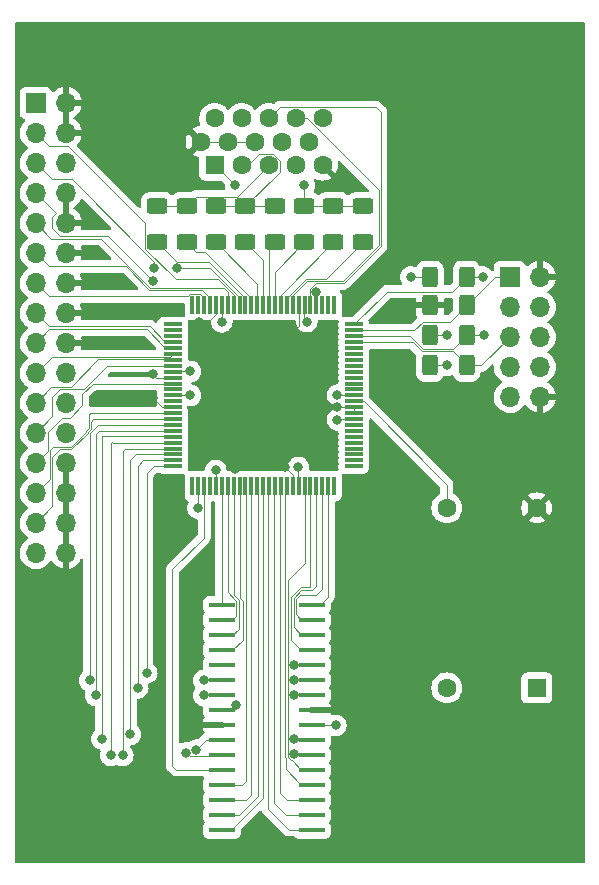
<source format=gtl>
G04 #@! TF.GenerationSoftware,KiCad,Pcbnew,(6.0.1-0)*
G04 #@! TF.CreationDate,2022-03-29T21:42:35-04:00*
G04 #@! TF.ProjectId,G76 Mini,47373620-4d69-46e6-992e-6b696361645f,rev?*
G04 #@! TF.SameCoordinates,Original*
G04 #@! TF.FileFunction,Copper,L1,Top*
G04 #@! TF.FilePolarity,Positive*
%FSLAX46Y46*%
G04 Gerber Fmt 4.6, Leading zero omitted, Abs format (unit mm)*
G04 Created by KiCad (PCBNEW (6.0.1-0)) date 2022-03-29 21:42:35*
%MOMM*%
%LPD*%
G01*
G04 APERTURE LIST*
G04 Aperture macros list*
%AMRoundRect*
0 Rectangle with rounded corners*
0 $1 Rounding radius*
0 $2 $3 $4 $5 $6 $7 $8 $9 X,Y pos of 4 corners*
0 Add a 4 corners polygon primitive as box body*
4,1,4,$2,$3,$4,$5,$6,$7,$8,$9,$2,$3,0*
0 Add four circle primitives for the rounded corners*
1,1,$1+$1,$2,$3*
1,1,$1+$1,$4,$5*
1,1,$1+$1,$6,$7*
1,1,$1+$1,$8,$9*
0 Add four rect primitives between the rounded corners*
20,1,$1+$1,$2,$3,$4,$5,0*
20,1,$1+$1,$4,$5,$6,$7,0*
20,1,$1+$1,$6,$7,$8,$9,0*
20,1,$1+$1,$8,$9,$2,$3,0*%
G04 Aperture macros list end*
G04 #@! TA.AperFunction,SMDPad,CuDef*
%ADD10RoundRect,0.250000X0.625000X-0.400000X0.625000X0.400000X-0.625000X0.400000X-0.625000X-0.400000X0*%
G04 #@! TD*
G04 #@! TA.AperFunction,ComponentPad*
%ADD11R,1.600000X1.600000*%
G04 #@! TD*
G04 #@! TA.AperFunction,ComponentPad*
%ADD12C,1.600000*%
G04 #@! TD*
G04 #@! TA.AperFunction,SMDPad,CuDef*
%ADD13R,2.200000X0.450000*%
G04 #@! TD*
G04 #@! TA.AperFunction,SMDPad,CuDef*
%ADD14RoundRect,0.250000X-0.400000X-0.625000X0.400000X-0.625000X0.400000X0.625000X-0.400000X0.625000X0*%
G04 #@! TD*
G04 #@! TA.AperFunction,ComponentPad*
%ADD15R,1.700000X1.700000*%
G04 #@! TD*
G04 #@! TA.AperFunction,ComponentPad*
%ADD16O,1.700000X1.700000*%
G04 #@! TD*
G04 #@! TA.AperFunction,SMDPad,CuDef*
%ADD17RoundRect,0.075000X0.725000X0.075000X-0.725000X0.075000X-0.725000X-0.075000X0.725000X-0.075000X0*%
G04 #@! TD*
G04 #@! TA.AperFunction,SMDPad,CuDef*
%ADD18RoundRect,0.075000X0.075000X0.725000X-0.075000X0.725000X-0.075000X-0.725000X0.075000X-0.725000X0*%
G04 #@! TD*
G04 #@! TA.AperFunction,ViaPad*
%ADD19C,0.800000*%
G04 #@! TD*
G04 #@! TA.AperFunction,Conductor*
%ADD20C,0.090000*%
G04 #@! TD*
G04 APERTURE END LIST*
D10*
X94615000Y-65024000D03*
X94615000Y-61924000D03*
D11*
X126746000Y-102743000D03*
D12*
X126746000Y-87503000D03*
X119126000Y-87503000D03*
X119126000Y-102743000D03*
D13*
X100076000Y-95719500D03*
X100076000Y-96989500D03*
X100076000Y-98259500D03*
X100076000Y-99529500D03*
X100076000Y-100799500D03*
X100076000Y-102069500D03*
X100076000Y-103339500D03*
X100076000Y-104609500D03*
X100076000Y-105879500D03*
X100076000Y-107149500D03*
X100076000Y-108419500D03*
X100076000Y-109689500D03*
X100076000Y-110959500D03*
X100076000Y-112229500D03*
X100076000Y-113499500D03*
X100076000Y-114769500D03*
X107696000Y-114769500D03*
X107696000Y-113499500D03*
X107696000Y-112229500D03*
X107696000Y-110959500D03*
X107696000Y-109689500D03*
X107696000Y-108419500D03*
X107696000Y-107149500D03*
X107696000Y-105879500D03*
X107696000Y-104609500D03*
X107696000Y-103339500D03*
X107696000Y-102069500D03*
X107696000Y-100799500D03*
X107696000Y-99529500D03*
X107696000Y-98259500D03*
X107696000Y-96989500D03*
X107696000Y-95719500D03*
D10*
X99586142Y-65024000D03*
X99586142Y-61924000D03*
X109528426Y-65024000D03*
X109528426Y-61924000D03*
D14*
X117703000Y-75438000D03*
X120803000Y-75438000D03*
X117703000Y-70358000D03*
X120803000Y-70358000D03*
D11*
X99459000Y-58479331D03*
D12*
X101749000Y-58479331D03*
X104039000Y-58479331D03*
X106329000Y-58479331D03*
X108619000Y-58479331D03*
X98314000Y-56499331D03*
X100604000Y-56499331D03*
X102894000Y-56499331D03*
X105184000Y-56499331D03*
X107474000Y-56499331D03*
X99459000Y-54519331D03*
X101749000Y-54519331D03*
X104039000Y-54519331D03*
X106329000Y-54519331D03*
X108619000Y-54519331D03*
D10*
X102071713Y-65024000D03*
X102071713Y-61924000D03*
D14*
X117703000Y-67945000D03*
X120803000Y-67945000D03*
D10*
X112014000Y-65024000D03*
X112014000Y-61924000D03*
D15*
X124460000Y-67945000D03*
D16*
X127000000Y-67945000D03*
X124460000Y-70485000D03*
X127000000Y-70485000D03*
X124460000Y-73025000D03*
X127000000Y-73025000D03*
X124460000Y-75565000D03*
X127000000Y-75565000D03*
X124460000Y-78105000D03*
X127000000Y-78105000D03*
D17*
X111251635Y-83974276D03*
X111251635Y-83474276D03*
X111251635Y-82974276D03*
X111251635Y-82474276D03*
X111251635Y-81974276D03*
X111251635Y-81474276D03*
X111251635Y-80974276D03*
X111251635Y-80474276D03*
X111251635Y-79974276D03*
X111251635Y-79474276D03*
X111251635Y-78974276D03*
X111251635Y-78474276D03*
X111251635Y-77974276D03*
X111251635Y-77474276D03*
X111251635Y-76974276D03*
X111251635Y-76474276D03*
X111251635Y-75974276D03*
X111251635Y-75474276D03*
X111251635Y-74974276D03*
X111251635Y-74474276D03*
X111251635Y-73974276D03*
X111251635Y-73474276D03*
X111251635Y-72974276D03*
X111251635Y-72474276D03*
X111251635Y-71974276D03*
D18*
X109576635Y-70299276D03*
X109076635Y-70299276D03*
X108576635Y-70299276D03*
X108076635Y-70299276D03*
X107576635Y-70299276D03*
X107076635Y-70299276D03*
X106576635Y-70299276D03*
X106076635Y-70299276D03*
X105576635Y-70299276D03*
X105076635Y-70299276D03*
X104576635Y-70299276D03*
X104076635Y-70299276D03*
X103576635Y-70299276D03*
X103076635Y-70299276D03*
X102576635Y-70299276D03*
X102076635Y-70299276D03*
X101576635Y-70299276D03*
X101076635Y-70299276D03*
X100576635Y-70299276D03*
X100076635Y-70299276D03*
X99576635Y-70299276D03*
X99076635Y-70299276D03*
X98576635Y-70299276D03*
X98076635Y-70299276D03*
X97576635Y-70299276D03*
D17*
X95901635Y-71974276D03*
X95901635Y-72474276D03*
X95901635Y-72974276D03*
X95901635Y-73474276D03*
X95901635Y-73974276D03*
X95901635Y-74474276D03*
X95901635Y-74974276D03*
X95901635Y-75474276D03*
X95901635Y-75974276D03*
X95901635Y-76474276D03*
X95901635Y-76974276D03*
X95901635Y-77474276D03*
X95901635Y-77974276D03*
X95901635Y-78474276D03*
X95901635Y-78974276D03*
X95901635Y-79474276D03*
X95901635Y-79974276D03*
X95901635Y-80474276D03*
X95901635Y-80974276D03*
X95901635Y-81474276D03*
X95901635Y-81974276D03*
X95901635Y-82474276D03*
X95901635Y-82974276D03*
X95901635Y-83474276D03*
X95901635Y-83974276D03*
D18*
X97576635Y-85649276D03*
X98076635Y-85649276D03*
X98576635Y-85649276D03*
X99076635Y-85649276D03*
X99576635Y-85649276D03*
X100076635Y-85649276D03*
X100576635Y-85649276D03*
X101076635Y-85649276D03*
X101576635Y-85649276D03*
X102076635Y-85649276D03*
X102576635Y-85649276D03*
X103076635Y-85649276D03*
X103576635Y-85649276D03*
X104076635Y-85649276D03*
X104576635Y-85649276D03*
X105076635Y-85649276D03*
X105576635Y-85649276D03*
X106076635Y-85649276D03*
X106576635Y-85649276D03*
X107076635Y-85649276D03*
X107576635Y-85649276D03*
X108076635Y-85649276D03*
X108576635Y-85649276D03*
X109076635Y-85649276D03*
X109576635Y-85649276D03*
D10*
X104557284Y-65024000D03*
X104557284Y-61924000D03*
D15*
X84323000Y-53213000D03*
D16*
X86863000Y-53213000D03*
X84323000Y-55753000D03*
X86863000Y-55753000D03*
X84323000Y-58293000D03*
X86863000Y-58293000D03*
X84323000Y-60833000D03*
X86863000Y-60833000D03*
X84323000Y-63373000D03*
X86863000Y-63373000D03*
X84323000Y-65913000D03*
X86863000Y-65913000D03*
X84323000Y-68453000D03*
X86863000Y-68453000D03*
X84323000Y-70993000D03*
X86863000Y-70993000D03*
X84323000Y-73533000D03*
X86863000Y-73533000D03*
X84323000Y-76073000D03*
X86863000Y-76073000D03*
X84323000Y-78613000D03*
X86863000Y-78613000D03*
X84323000Y-81153000D03*
X86863000Y-81153000D03*
X84323000Y-83693000D03*
X86863000Y-83693000D03*
X84323000Y-86233000D03*
X86863000Y-86233000D03*
X84323000Y-88773000D03*
X86863000Y-88773000D03*
X84323000Y-91313000D03*
X86863000Y-91313000D03*
D10*
X107042855Y-65024000D03*
X107042855Y-61924000D03*
D14*
X117703000Y-72898000D03*
X120803000Y-72898000D03*
D10*
X97100571Y-65024000D03*
X97100571Y-61924000D03*
D19*
X116078000Y-67945000D03*
X100076000Y-71755000D03*
X97409000Y-77978000D03*
X106553000Y-84074000D03*
X109855000Y-77944497D03*
X109728000Y-105918000D03*
X109855000Y-80043503D03*
X101262103Y-104208269D03*
X119126000Y-75438000D03*
X97409000Y-75946000D03*
X119126000Y-72898000D03*
X107271135Y-71737918D03*
X99568000Y-84328000D03*
X97917000Y-83820000D03*
X98171000Y-71755000D03*
X109855000Y-78994000D03*
X101219000Y-84201000D03*
X105537000Y-73152000D03*
X97663000Y-81407000D03*
X105410000Y-84074000D03*
X99060000Y-91313000D03*
X115316000Y-70866000D03*
X94234000Y-78232000D03*
X124079000Y-65278000D03*
X113538000Y-77597000D03*
X94234000Y-76200000D03*
X116713000Y-65024000D03*
X113030000Y-81407000D03*
X109220000Y-75311000D03*
X94361000Y-67183000D03*
X96266000Y-67183000D03*
X94234000Y-68326000D03*
X108076635Y-69202744D03*
X122174000Y-67945000D03*
X122301000Y-72898000D03*
X101219000Y-60198000D03*
X107061000Y-60198000D03*
X88873500Y-102108000D03*
X98552000Y-102108000D03*
X89381500Y-103380716D03*
X98552000Y-103378000D03*
X97918509Y-108006020D03*
X89916000Y-107061000D03*
X97059500Y-108236927D03*
X90678000Y-108458000D03*
X106172000Y-108331000D03*
X91694000Y-108458000D03*
X106172000Y-107061000D03*
X92329000Y-106680000D03*
X106172000Y-103378000D03*
X92964000Y-102743000D03*
X106172000Y-102108000D03*
X93726000Y-101473000D03*
X106172000Y-100838000D03*
X98042135Y-87503000D03*
D20*
X109888503Y-80010000D02*
X109855000Y-80043503D01*
X97409000Y-77978000D02*
X95905359Y-77978000D01*
X107061000Y-70314911D02*
X107061000Y-71527783D01*
X107061000Y-71527783D02*
X107271135Y-71737918D01*
X117703000Y-67945000D02*
X116078000Y-67945000D01*
X97409000Y-75946000D02*
X95929911Y-75946000D01*
X117703000Y-75438000D02*
X119126000Y-75438000D01*
X100860872Y-104609500D02*
X100076000Y-104609500D01*
X109689500Y-105879500D02*
X109728000Y-105918000D01*
X101262103Y-104208269D02*
X100860872Y-104609500D01*
X111247911Y-77978000D02*
X109888503Y-77978000D01*
X106553000Y-84074000D02*
X106553000Y-85625641D01*
X117703000Y-72898000D02*
X119126000Y-72898000D01*
X100076000Y-71755000D02*
X100076000Y-70299911D01*
X111215911Y-80010000D02*
X109888503Y-80010000D01*
X107696000Y-105879500D02*
X109689500Y-105879500D01*
X109888503Y-77978000D02*
X109855000Y-77944497D01*
X99568000Y-84328000D02*
X99568000Y-85640641D01*
X95901635Y-76474276D02*
X94508276Y-76474276D01*
X94508276Y-76474276D02*
X94234000Y-76200000D01*
X102894000Y-56499331D02*
X98314000Y-56499331D01*
X94976276Y-78974276D02*
X94234000Y-78232000D01*
X111251635Y-79474276D02*
X111251635Y-78974276D01*
X95901635Y-78974276D02*
X94976276Y-78974276D01*
X111251635Y-78974276D02*
X109874724Y-78974276D01*
X106576635Y-70299276D02*
X106576635Y-72112365D01*
X106576635Y-72112365D02*
X105537000Y-73152000D01*
X109874724Y-78974276D02*
X109855000Y-78994000D01*
X106076635Y-85649276D02*
X106076635Y-84740635D01*
X99576635Y-70299276D02*
X99576635Y-71121856D01*
X98943491Y-71755000D02*
X98171000Y-71755000D01*
X106076635Y-84740635D02*
X105410000Y-84074000D01*
X99576635Y-71121856D02*
X98943491Y-71755000D01*
X99769355Y-68146489D02*
X101076635Y-69453769D01*
X87086095Y-56897511D02*
X93605480Y-63416896D01*
X96168696Y-68146489D02*
X99769355Y-68146489D01*
X101076635Y-69453769D02*
X101076635Y-70299276D01*
X84323000Y-55753000D02*
X85467511Y-56897511D01*
X85467511Y-56897511D02*
X87086095Y-56897511D01*
X93605480Y-63416896D02*
X93605480Y-65583273D01*
X93605480Y-65583273D02*
X96168696Y-68146489D01*
X87374489Y-59688489D02*
X94361000Y-66675000D01*
X99059732Y-67183000D02*
X101576635Y-69699903D01*
X84323000Y-58293000D02*
X85718489Y-59688489D01*
X94361000Y-66675000D02*
X94361000Y-67183000D01*
X96266000Y-67183000D02*
X99059732Y-67183000D01*
X85718489Y-59688489D02*
X87374489Y-59688489D01*
X90425511Y-64517511D02*
X94234000Y-68326000D01*
X85718489Y-63847073D02*
X86388927Y-64517511D01*
X108076635Y-69202744D02*
X108076635Y-70299276D01*
X84323000Y-60833000D02*
X86053708Y-62563708D01*
X85718489Y-62898927D02*
X85718489Y-63847073D01*
X86388927Y-64517511D02*
X90425511Y-64517511D01*
X86053708Y-62563708D02*
X85718489Y-62898927D01*
X100576635Y-69207635D02*
X100576635Y-70299276D01*
X89849122Y-64697022D02*
X94012601Y-68860501D01*
X84323000Y-63373000D02*
X85647022Y-64697022D01*
X85647022Y-64697022D02*
X89849122Y-64697022D01*
X94012601Y-68860501D02*
X100229501Y-68860501D01*
X100229501Y-68860501D02*
X100576635Y-69207635D01*
X98413677Y-69040012D02*
X99076635Y-69702970D01*
X93938246Y-69040012D02*
X98413677Y-69040012D01*
X84323000Y-65913000D02*
X85467511Y-67057511D01*
X85467511Y-67057511D02*
X91955745Y-67057511D01*
X91955745Y-67057511D02*
X93938246Y-69040012D01*
X98238421Y-69364756D02*
X98576635Y-69702970D01*
X97414849Y-69364756D02*
X98238421Y-69364756D01*
X97182094Y-69597511D02*
X97414849Y-69364756D01*
X84323000Y-68453000D02*
X85467511Y-69597511D01*
X85467511Y-69597511D02*
X97182094Y-69597511D01*
X93968564Y-72137511D02*
X95305329Y-73474276D01*
X95305329Y-73474276D02*
X95901635Y-73474276D01*
X85467511Y-72137511D02*
X93968564Y-72137511D01*
X84323000Y-70993000D02*
X85467511Y-72137511D01*
X95305329Y-73974276D02*
X95901635Y-73974276D01*
X93719542Y-72388489D02*
X95305329Y-73974276D01*
X84323000Y-73533000D02*
X85467511Y-72388489D01*
X85467511Y-72388489D02*
X93719542Y-72388489D01*
X95686155Y-74689756D02*
X95901635Y-74474276D01*
X84323000Y-76073000D02*
X85706244Y-74689756D01*
X85706244Y-74689756D02*
X95686155Y-74689756D01*
X85647022Y-77288978D02*
X87265606Y-77288978D01*
X89624584Y-74930000D02*
X95857359Y-74930000D01*
X84323000Y-78613000D02*
X85647022Y-77288978D01*
X95857359Y-74930000D02*
X95901635Y-74974276D01*
X87265606Y-77288978D02*
X89624584Y-74930000D01*
X84323000Y-81153000D02*
X85718489Y-79757511D01*
X88393645Y-77468489D02*
X90387858Y-75474276D01*
X85718489Y-79757511D02*
X85718489Y-78138927D01*
X86388927Y-77468489D02*
X88393645Y-77468489D01*
X85718489Y-78138927D02*
X86388927Y-77468489D01*
X90387858Y-75474276D02*
X95901635Y-75474276D01*
X86514416Y-79883000D02*
X87211584Y-79883000D01*
X85359468Y-81037948D02*
X86514416Y-79883000D01*
X85359468Y-82656532D02*
X85359468Y-81037948D01*
X87211584Y-79883000D02*
X88265000Y-78829584D01*
X89141724Y-76974276D02*
X95901635Y-76974276D01*
X88265000Y-78829584D02*
X88265000Y-77851000D01*
X84323000Y-83693000D02*
X85359468Y-82656532D01*
X88265000Y-77851000D02*
X89141724Y-76974276D01*
X88540980Y-81004288D02*
X88794978Y-80750290D01*
X88794979Y-79607021D02*
X88927724Y-79474276D01*
X84323000Y-86233000D02*
X85538978Y-85017022D01*
X88794978Y-80750290D02*
X88794979Y-79607021D01*
X85538979Y-82609155D02*
X85779156Y-82368978D01*
X87265606Y-82368978D02*
X88540979Y-81093605D01*
X88927724Y-79474276D02*
X95901635Y-79474276D01*
X85779156Y-82368978D02*
X87265606Y-82368978D01*
X85538978Y-85017022D02*
X85538979Y-82609155D01*
X88540979Y-81093605D02*
X88540980Y-81004288D01*
X86388927Y-82548489D02*
X87339961Y-82548489D01*
X88974489Y-80824645D02*
X88974489Y-80189511D01*
X88720489Y-81167961D02*
X88720490Y-81078644D01*
X85718489Y-87377511D02*
X85718489Y-83218927D01*
X85718489Y-83218927D02*
X86388927Y-82548489D01*
X89189724Y-79974276D02*
X95901635Y-79974276D01*
X84323000Y-88773000D02*
X85718489Y-87377511D01*
X88720490Y-81078644D02*
X88974489Y-80824645D01*
X88974489Y-80189511D02*
X89189724Y-79974276D01*
X87339961Y-82548489D02*
X88720489Y-81167961D01*
X119432520Y-71728480D02*
X120803000Y-70358000D01*
X116331657Y-72474276D02*
X117077453Y-71728480D01*
X123216000Y-67945000D02*
X124460000Y-67945000D01*
X111251635Y-72474276D02*
X116331657Y-72474276D01*
X120803000Y-70358000D02*
X123216000Y-67945000D01*
X117077453Y-71728480D02*
X119432520Y-71728480D01*
X111251635Y-71974276D02*
X114037431Y-69188480D01*
X119559520Y-69188480D02*
X120803000Y-67945000D01*
X120803000Y-67945000D02*
X122174000Y-67945000D01*
X114037431Y-69188480D02*
X119559520Y-69188480D01*
X119612031Y-74247031D02*
X120803000Y-75438000D01*
X120803000Y-75438000D02*
X122047000Y-75438000D01*
X122047000Y-75438000D02*
X124460000Y-73025000D01*
X117003098Y-74247031D02*
X119612031Y-74247031D01*
X116230343Y-73474276D02*
X117003098Y-74247031D01*
X111251635Y-73474276D02*
X116230343Y-73474276D01*
X120803000Y-72898000D02*
X122301000Y-72898000D01*
X111251635Y-72974276D02*
X115984209Y-72974276D01*
X115984209Y-72974276D02*
X117077453Y-74067520D01*
X117077453Y-74067520D02*
X119633480Y-74067520D01*
X119633480Y-74067520D02*
X120803000Y-72898000D01*
X100434842Y-59413842D02*
X101219000Y-60198000D01*
X107061000Y-60198000D02*
X107061000Y-61905855D01*
X100393511Y-59413842D02*
X100434842Y-59413842D01*
X107042855Y-61924000D02*
X112014000Y-61924000D01*
X99459000Y-58479331D02*
X100393511Y-59413842D01*
X104426088Y-57544820D02*
X103237180Y-57544820D01*
X104973511Y-59022202D02*
X104973511Y-58092243D01*
X99586142Y-61924000D02*
X104557284Y-61924000D01*
X102071713Y-61924000D02*
X104973511Y-59022202D01*
X104973511Y-58092243D02*
X104426088Y-57544820D01*
X103237180Y-57544820D02*
X102302669Y-58479331D01*
X97885091Y-61139480D02*
X101378851Y-61139480D01*
X97100571Y-61924000D02*
X97885091Y-61139480D01*
X101378851Y-61139480D02*
X104039000Y-58479331D01*
X94615000Y-61924000D02*
X97100571Y-61924000D01*
X104973511Y-53584820D02*
X104039000Y-54519331D01*
X108048204Y-68475275D02*
X110385384Y-68475275D01*
X113538000Y-65322659D02*
X113538000Y-53975000D01*
X107542134Y-68981345D02*
X108048204Y-68475275D01*
X107576635Y-69702970D02*
X107542134Y-69668469D01*
X107542134Y-69668469D02*
X107542134Y-68981345D01*
X113147820Y-53584820D02*
X104973511Y-53584820D01*
X110385384Y-68475275D02*
X113538000Y-65322659D01*
X113538000Y-53975000D02*
X113147820Y-53584820D01*
X107257567Y-68295764D02*
X110311029Y-68295764D01*
X113358489Y-60580419D02*
X107297401Y-54519331D01*
X106076635Y-69476696D02*
X107257567Y-68295764D01*
X113358489Y-65248304D02*
X113358489Y-60580419D01*
X110311029Y-68295764D02*
X113358489Y-65248304D01*
X107297401Y-54519331D02*
X106329000Y-54519331D01*
X106076635Y-70299276D02*
X106076635Y-69476696D01*
X108921747Y-68116253D02*
X107163352Y-68116253D01*
X112014000Y-65024000D02*
X108921747Y-68116253D01*
X107163352Y-68116253D02*
X105576635Y-69702970D01*
X109528426Y-65024000D02*
X105076635Y-69475791D01*
X105076635Y-69475791D02*
X105076635Y-70299276D01*
X104576635Y-67490220D02*
X104576635Y-70299276D01*
X107042855Y-65024000D02*
X104576635Y-67490220D01*
X104076635Y-65504649D02*
X104076635Y-70299276D01*
X103576635Y-66528922D02*
X103576635Y-70299276D01*
X102071713Y-65024000D02*
X103576635Y-66528922D01*
X103076635Y-68514493D02*
X103076635Y-70299276D01*
X99586142Y-65024000D02*
X103076635Y-68514493D01*
X98682185Y-65808520D02*
X102576635Y-69702970D01*
X97100571Y-65024000D02*
X97885091Y-65808520D01*
X97885091Y-65808520D02*
X98682185Y-65808520D01*
X94615000Y-65024000D02*
X96239499Y-66648499D01*
X96239499Y-66648499D02*
X99022164Y-66648499D01*
X99022164Y-66648499D02*
X102076635Y-69702970D01*
X119126000Y-85526061D02*
X112074215Y-78474276D01*
X112074215Y-78474276D02*
X111251635Y-78474276D01*
X119126000Y-87503000D02*
X119126000Y-85526061D01*
X88900000Y-102081500D02*
X88873500Y-102108000D01*
X98590500Y-102069500D02*
X100076000Y-102069500D01*
X89578724Y-80474276D02*
X88900000Y-81153000D01*
X88900000Y-81153000D02*
X88900000Y-102081500D01*
X95901635Y-80474276D02*
X89578724Y-80474276D01*
X98552000Y-102108000D02*
X98590500Y-102069500D01*
X95305329Y-80974276D02*
X95253605Y-81026000D01*
X89408000Y-103354216D02*
X89381500Y-103380716D01*
X89662000Y-81026000D02*
X89408000Y-81280000D01*
X98552000Y-103378000D02*
X98590500Y-103339500D01*
X89408000Y-81280000D02*
X89408000Y-103354216D01*
X98590500Y-103339500D02*
X100076000Y-103339500D01*
X95253605Y-81026000D02*
X89662000Y-81026000D01*
X95901635Y-80974276D02*
X95305329Y-80974276D01*
X95305329Y-81474276D02*
X95238053Y-81407000D01*
X95901635Y-81474276D02*
X95305329Y-81474276D01*
X100076000Y-107149500D02*
X98775029Y-107149500D01*
X98775029Y-107149500D02*
X97918509Y-108006020D01*
X95238053Y-81407000D02*
X89916000Y-81407000D01*
X89916000Y-81407000D02*
X89916000Y-107061000D01*
X95901635Y-81974276D02*
X90864276Y-81974276D01*
X100076000Y-108419500D02*
X99954979Y-108540521D01*
X90678000Y-82042000D02*
X90678000Y-108458000D01*
X90805000Y-81915000D02*
X90678000Y-82042000D01*
X90864276Y-81974276D02*
X90805000Y-81915000D01*
X97363094Y-108540521D02*
X97059500Y-108236927D01*
X99954979Y-108540521D02*
X97363094Y-108540521D01*
X91896724Y-82474276D02*
X95901635Y-82474276D01*
X91694000Y-82677000D02*
X91896724Y-82474276D01*
X91694000Y-108458000D02*
X91694000Y-82677000D01*
X106260500Y-108419500D02*
X106172000Y-108331000D01*
X107696000Y-108419500D02*
X106260500Y-108419500D01*
X106260500Y-107149500D02*
X106172000Y-107061000D01*
X107696000Y-107149500D02*
X106260500Y-107149500D01*
X92793724Y-82974276D02*
X95901635Y-82974276D01*
X92329000Y-83439000D02*
X92793724Y-82974276D01*
X92329000Y-106680000D02*
X92329000Y-83439000D01*
X106210500Y-103339500D02*
X106172000Y-103378000D01*
X92964000Y-102743000D02*
X92964000Y-83947000D01*
X107696000Y-103339500D02*
X106210500Y-103339500D01*
X93436724Y-83474276D02*
X95901635Y-83474276D01*
X92964000Y-83947000D02*
X93436724Y-83474276D01*
X93726000Y-84582000D02*
X94333724Y-83974276D01*
X93726000Y-101473000D02*
X93726000Y-84582000D01*
X106210500Y-102069500D02*
X106172000Y-102108000D01*
X94333724Y-83974276D02*
X95901635Y-83974276D01*
X107696000Y-102069500D02*
X106210500Y-102069500D01*
X98076635Y-87468500D02*
X98042135Y-87503000D01*
X98076635Y-85649276D02*
X98076635Y-87468500D01*
X106210500Y-100799500D02*
X107696000Y-100799500D01*
X106172000Y-100838000D02*
X106210500Y-100799500D01*
X100076000Y-109689500D02*
X96227500Y-109689500D01*
X98576635Y-90018365D02*
X98576635Y-85649276D01*
X95885000Y-109347000D02*
X95885000Y-92710000D01*
X95885000Y-92710000D02*
X98576635Y-90018365D01*
X96227500Y-109689500D02*
X95885000Y-109347000D01*
X100076000Y-95719500D02*
X100076000Y-85649911D01*
X101310511Y-95359989D02*
X100576635Y-94626113D01*
X100951000Y-96989500D02*
X101310511Y-96629989D01*
X100576635Y-94626113D02*
X100576635Y-85649276D01*
X101310511Y-96629989D02*
X101310511Y-95359989D01*
X101490021Y-95285633D02*
X101076635Y-94872247D01*
X101490021Y-97720479D02*
X101490021Y-95285633D01*
X101076635Y-94872247D02*
X101076635Y-85649276D01*
X100951000Y-98259500D02*
X101490021Y-97720479D01*
X101832020Y-98648480D02*
X101832020Y-95373766D01*
X100951000Y-99529500D02*
X101832020Y-98648480D01*
X101576635Y-95118381D02*
X101576635Y-85649276D01*
X101832020Y-95373766D02*
X101576635Y-95118381D01*
X102108000Y-110617000D02*
X102108000Y-85680641D01*
X100076000Y-110959500D02*
X101765500Y-110959500D01*
X101765500Y-110959500D02*
X102108000Y-110617000D01*
X102146500Y-112229500D02*
X102576635Y-111799365D01*
X102576635Y-111799365D02*
X102576635Y-85649276D01*
X100076000Y-112229500D02*
X102146500Y-112229500D01*
X103124000Y-111887000D02*
X103124000Y-85696641D01*
X101511500Y-113499500D02*
X103124000Y-111887000D01*
X100076000Y-113499500D02*
X101511500Y-113499500D01*
X100876500Y-114769500D02*
X103576635Y-112069365D01*
X103576635Y-112069365D02*
X103576635Y-85649276D01*
X105752500Y-114769500D02*
X104013000Y-113030000D01*
X104013000Y-113030000D02*
X104013000Y-85712911D01*
X107696000Y-114769500D02*
X105752500Y-114769500D01*
X104521000Y-112522000D02*
X104521000Y-85704911D01*
X105498500Y-113499500D02*
X104521000Y-112522000D01*
X107696000Y-113499500D02*
X105498500Y-113499500D01*
X105625500Y-112229500D02*
X105029000Y-111633000D01*
X105029000Y-111633000D02*
X105029000Y-85696911D01*
X107696000Y-112229500D02*
X105625500Y-112229500D01*
X105484489Y-109622989D02*
X105484489Y-108653255D01*
X105457988Y-85767923D02*
X105576635Y-85649276D01*
X105457988Y-108626754D02*
X105457988Y-85767923D01*
X106821000Y-110959500D02*
X105484489Y-109622989D01*
X105484489Y-108653255D02*
X105457988Y-108626754D01*
X105637499Y-108552399D02*
X105637499Y-93625501D01*
X105997001Y-108865501D02*
X105950601Y-108865501D01*
X106821000Y-109689500D02*
X105997001Y-108865501D01*
X105637499Y-93625501D02*
X107076635Y-92186365D01*
X105950601Y-108865501D02*
X105637499Y-108552399D01*
X107076635Y-92186365D02*
X107076635Y-85649276D01*
X107576635Y-94226365D02*
X107576635Y-85649276D01*
X105970511Y-98679011D02*
X105970511Y-95070489D01*
X107569000Y-94234000D02*
X107576635Y-94226365D01*
X105970511Y-95070489D02*
X106807000Y-94234000D01*
X106821000Y-99529500D02*
X105970511Y-98679011D01*
X106807000Y-94234000D02*
X107569000Y-94234000D01*
X107696000Y-94488000D02*
X108076635Y-94107365D01*
X106807000Y-94488000D02*
X107696000Y-94488000D01*
X106150022Y-97588522D02*
X106150022Y-95144978D01*
X106821000Y-98259500D02*
X106150022Y-97588522D01*
X108076635Y-94107365D02*
X108076635Y-85649276D01*
X106150022Y-95144978D02*
X106807000Y-94488000D01*
X106329533Y-96498033D02*
X106329533Y-95219467D01*
X108576635Y-94369365D02*
X108576635Y-85649276D01*
X108077000Y-94869000D02*
X108576635Y-94369365D01*
X106680000Y-94869000D02*
X108077000Y-94869000D01*
X106821000Y-96989500D02*
X106329533Y-96498033D01*
X106329533Y-95219467D02*
X106680000Y-94869000D01*
X108369500Y-95719500D02*
X109076635Y-95012365D01*
X109076635Y-95012365D02*
X109076635Y-85649276D01*
G04 #@! TA.AperFunction,Conductor*
G36*
X130752121Y-46375002D02*
G01*
X130798614Y-46428658D01*
X130810000Y-46481000D01*
X130810000Y-117476000D01*
X130789998Y-117544121D01*
X130736342Y-117590614D01*
X130684000Y-117602000D01*
X82676000Y-117602000D01*
X82607879Y-117581998D01*
X82561386Y-117528342D01*
X82550000Y-117476000D01*
X82550000Y-91279695D01*
X82960251Y-91279695D01*
X82973110Y-91502715D01*
X82974247Y-91507761D01*
X82974248Y-91507767D01*
X82995275Y-91601069D01*
X83022222Y-91720639D01*
X83106266Y-91927616D01*
X83222987Y-92118088D01*
X83369250Y-92286938D01*
X83541126Y-92429632D01*
X83734000Y-92542338D01*
X83942692Y-92622030D01*
X83947760Y-92623061D01*
X83947763Y-92623062D01*
X84038178Y-92641457D01*
X84161597Y-92666567D01*
X84166772Y-92666757D01*
X84166774Y-92666757D01*
X84379673Y-92674564D01*
X84379677Y-92674564D01*
X84384837Y-92674753D01*
X84389957Y-92674097D01*
X84389959Y-92674097D01*
X84601288Y-92647025D01*
X84601289Y-92647025D01*
X84606416Y-92646368D01*
X84611366Y-92644883D01*
X84815429Y-92583661D01*
X84815434Y-92583659D01*
X84820384Y-92582174D01*
X85020994Y-92483896D01*
X85202860Y-92354173D01*
X85209004Y-92348051D01*
X85357435Y-92200137D01*
X85361096Y-92196489D01*
X85420594Y-92113689D01*
X85491453Y-92015077D01*
X85492640Y-92015930D01*
X85539960Y-91972362D01*
X85609897Y-91960145D01*
X85675338Y-91987678D01*
X85703166Y-92019511D01*
X85760694Y-92113388D01*
X85766777Y-92121699D01*
X85906213Y-92282667D01*
X85913580Y-92289883D01*
X86077434Y-92425916D01*
X86085881Y-92431831D01*
X86269756Y-92539279D01*
X86279042Y-92543729D01*
X86478001Y-92619703D01*
X86487899Y-92622579D01*
X86591250Y-92643606D01*
X86605299Y-92642410D01*
X86609000Y-92632065D01*
X86609000Y-83227989D01*
X86629002Y-83159868D01*
X86682658Y-83113375D01*
X86735000Y-83101989D01*
X86991000Y-83101989D01*
X87059121Y-83121991D01*
X87105614Y-83175647D01*
X87117000Y-83227989D01*
X87117000Y-92631517D01*
X87121064Y-92645359D01*
X87134478Y-92647393D01*
X87141184Y-92646534D01*
X87151262Y-92644392D01*
X87355255Y-92583191D01*
X87364842Y-92579433D01*
X87556095Y-92485739D01*
X87564945Y-92480464D01*
X87738328Y-92356792D01*
X87746200Y-92350139D01*
X87897052Y-92199812D01*
X87903730Y-92191965D01*
X88028003Y-92019020D01*
X88033313Y-92010183D01*
X88107543Y-91859991D01*
X88155657Y-91807784D01*
X88224358Y-91789877D01*
X88291834Y-91811956D01*
X88336663Y-91867010D01*
X88346500Y-91915818D01*
X88346500Y-101303720D01*
X88326498Y-101371841D01*
X88294562Y-101405655D01*
X88267593Y-101425249D01*
X88267591Y-101425251D01*
X88262247Y-101429134D01*
X88257826Y-101434044D01*
X88257825Y-101434045D01*
X88197024Y-101501572D01*
X88134460Y-101571056D01*
X88123171Y-101590609D01*
X88044550Y-101726785D01*
X88038973Y-101736444D01*
X87979958Y-101918072D01*
X87959996Y-102108000D01*
X87960686Y-102114565D01*
X87976687Y-102266803D01*
X87979958Y-102297928D01*
X88038973Y-102479556D01*
X88134460Y-102644944D01*
X88138875Y-102649847D01*
X88138879Y-102649852D01*
X88228661Y-102749565D01*
X88262247Y-102786866D01*
X88416748Y-102899118D01*
X88422776Y-102901802D01*
X88422778Y-102901803D01*
X88458109Y-102917533D01*
X88512204Y-102963513D01*
X88532854Y-103031440D01*
X88526694Y-103071573D01*
X88487958Y-103190788D01*
X88487268Y-103197349D01*
X88487268Y-103197351D01*
X88468971Y-103371435D01*
X88467996Y-103380716D01*
X88487958Y-103570644D01*
X88546973Y-103752272D01*
X88642460Y-103917660D01*
X88646878Y-103922567D01*
X88646879Y-103922568D01*
X88749934Y-104037022D01*
X88770247Y-104059582D01*
X88868347Y-104130856D01*
X88889805Y-104146446D01*
X88924748Y-104171834D01*
X88930776Y-104174518D01*
X88930778Y-104174519D01*
X89093181Y-104246825D01*
X89099212Y-104249510D01*
X89252761Y-104282148D01*
X89262697Y-104284260D01*
X89325170Y-104317989D01*
X89359492Y-104380138D01*
X89362500Y-104407507D01*
X89362500Y-106275974D01*
X89342498Y-106344095D01*
X89314712Y-106373515D01*
X89314998Y-106373833D01*
X89311077Y-106377364D01*
X89310561Y-106377910D01*
X89304747Y-106382134D01*
X89300326Y-106387044D01*
X89300325Y-106387045D01*
X89194096Y-106505025D01*
X89176960Y-106524056D01*
X89134923Y-106596866D01*
X89086259Y-106681155D01*
X89081473Y-106689444D01*
X89022458Y-106871072D01*
X89002496Y-107061000D01*
X89003186Y-107067565D01*
X89018672Y-107214902D01*
X89022458Y-107250928D01*
X89081473Y-107432556D01*
X89084776Y-107438278D01*
X89084777Y-107438279D01*
X89091230Y-107449455D01*
X89176960Y-107597944D01*
X89181378Y-107602851D01*
X89181379Y-107602852D01*
X89236751Y-107664349D01*
X89304747Y-107739866D01*
X89358795Y-107779134D01*
X89430511Y-107831239D01*
X89459248Y-107852118D01*
X89465276Y-107854802D01*
X89465278Y-107854803D01*
X89614086Y-107921056D01*
X89633712Y-107929794D01*
X89740653Y-107952525D01*
X89803126Y-107986253D01*
X89837448Y-108048403D01*
X89834289Y-108114708D01*
X89798849Y-108223782D01*
X89784458Y-108268072D01*
X89764496Y-108458000D01*
X89784458Y-108647928D01*
X89843473Y-108829556D01*
X89938960Y-108994944D01*
X89943378Y-108999851D01*
X89943379Y-108999852D01*
X90052976Y-109121572D01*
X90066747Y-109136866D01*
X90221248Y-109249118D01*
X90227276Y-109251802D01*
X90227278Y-109251803D01*
X90389681Y-109324109D01*
X90395712Y-109326794D01*
X90489113Y-109346647D01*
X90576056Y-109365128D01*
X90576061Y-109365128D01*
X90582513Y-109366500D01*
X90773487Y-109366500D01*
X90779939Y-109365128D01*
X90779944Y-109365128D01*
X90866887Y-109346647D01*
X90960288Y-109326794D01*
X91134752Y-109249118D01*
X91205118Y-109239684D01*
X91237247Y-109249118D01*
X91237248Y-109249118D01*
X91411712Y-109326794D01*
X91505113Y-109346647D01*
X91592056Y-109365128D01*
X91592061Y-109365128D01*
X91598513Y-109366500D01*
X91789487Y-109366500D01*
X91795939Y-109365128D01*
X91795944Y-109365128D01*
X91882887Y-109346647D01*
X91976288Y-109326794D01*
X91982319Y-109324109D01*
X92144722Y-109251803D01*
X92144724Y-109251802D01*
X92150752Y-109249118D01*
X92305253Y-109136866D01*
X92319024Y-109121572D01*
X92428621Y-108999852D01*
X92428622Y-108999851D01*
X92433040Y-108994944D01*
X92528527Y-108829556D01*
X92587542Y-108647928D01*
X92607504Y-108458000D01*
X92587542Y-108268072D01*
X92528527Y-108086444D01*
X92522951Y-108076785D01*
X92491314Y-108021990D01*
X92433040Y-107921056D01*
X92322968Y-107798808D01*
X92292252Y-107734803D01*
X92301016Y-107664349D01*
X92346478Y-107609818D01*
X92411411Y-107590079D01*
X92411318Y-107589190D01*
X92415929Y-107588705D01*
X92416605Y-107588500D01*
X92424487Y-107588500D01*
X92430939Y-107587128D01*
X92430944Y-107587128D01*
X92517888Y-107568647D01*
X92611288Y-107548794D01*
X92617319Y-107546109D01*
X92779722Y-107473803D01*
X92779724Y-107473802D01*
X92785752Y-107471118D01*
X92815569Y-107449455D01*
X92857187Y-107419217D01*
X92940253Y-107358866D01*
X92968807Y-107327154D01*
X93063621Y-107221852D01*
X93063622Y-107221851D01*
X93068040Y-107216944D01*
X93133929Y-107102822D01*
X93160223Y-107057279D01*
X93160224Y-107057278D01*
X93163527Y-107051556D01*
X93222542Y-106869928D01*
X93227107Y-106826500D01*
X93241814Y-106686565D01*
X93242504Y-106680000D01*
X93235817Y-106616373D01*
X93223232Y-106496635D01*
X93223232Y-106496633D01*
X93222542Y-106490072D01*
X93163527Y-106308444D01*
X93068040Y-106143056D01*
X93042064Y-106114206D01*
X92944675Y-106006045D01*
X92944674Y-106006044D01*
X92940253Y-106001134D01*
X92934439Y-105996910D01*
X92934233Y-105996643D01*
X92930002Y-105992833D01*
X92930699Y-105992059D01*
X92891086Y-105940689D01*
X92882500Y-105894974D01*
X92882500Y-103777500D01*
X92902502Y-103709379D01*
X92956158Y-103662886D01*
X93008500Y-103651500D01*
X93059487Y-103651500D01*
X93065939Y-103650128D01*
X93065944Y-103650128D01*
X93152887Y-103631647D01*
X93246288Y-103611794D01*
X93292550Y-103591197D01*
X93414722Y-103536803D01*
X93414724Y-103536802D01*
X93420752Y-103534118D01*
X93575253Y-103421866D01*
X93599658Y-103394762D01*
X93698621Y-103284852D01*
X93698622Y-103284851D01*
X93703040Y-103279944D01*
X93798527Y-103114556D01*
X93857542Y-102932928D01*
X93860814Y-102901803D01*
X93876814Y-102749565D01*
X93877504Y-102743000D01*
X93867714Y-102649852D01*
X93858233Y-102559642D01*
X93858232Y-102559638D01*
X93857542Y-102553072D01*
X93846310Y-102518504D01*
X93844282Y-102447538D01*
X93880944Y-102386740D01*
X93939945Y-102356322D01*
X94001824Y-102343169D01*
X94001833Y-102343166D01*
X94008288Y-102341794D01*
X94014319Y-102339109D01*
X94176722Y-102266803D01*
X94176724Y-102266802D01*
X94182752Y-102264118D01*
X94337253Y-102151866D01*
X94465040Y-102009944D01*
X94560527Y-101844556D01*
X94619542Y-101662928D01*
X94625249Y-101608634D01*
X94638814Y-101479565D01*
X94639504Y-101473000D01*
X94628408Y-101367428D01*
X94620232Y-101289635D01*
X94620232Y-101289633D01*
X94619542Y-101283072D01*
X94560527Y-101101444D01*
X94465040Y-100936056D01*
X94337253Y-100794134D01*
X94331439Y-100789910D01*
X94331233Y-100789643D01*
X94327002Y-100785833D01*
X94327699Y-100785059D01*
X94288086Y-100733689D01*
X94279500Y-100687974D01*
X94279500Y-84863458D01*
X94299502Y-84795337D01*
X94316405Y-84774362D01*
X94526088Y-84564680D01*
X94588400Y-84530655D01*
X94615183Y-84527776D01*
X94798955Y-84527776D01*
X94867076Y-84547778D01*
X94875651Y-84553808D01*
X94882368Y-84558962D01*
X95024311Y-84617757D01*
X95095482Y-84627127D01*
X95134304Y-84632238D01*
X95134305Y-84632238D01*
X95138391Y-84632776D01*
X96664879Y-84632776D01*
X96668965Y-84632238D01*
X96668966Y-84632238D01*
X96685904Y-84630008D01*
X96778959Y-84617757D01*
X96782412Y-84616327D01*
X96851292Y-84617967D01*
X96910088Y-84657761D01*
X96938036Y-84723025D01*
X96934826Y-84767917D01*
X96933154Y-84771952D01*
X96918135Y-84886032D01*
X96918135Y-86412520D01*
X96933154Y-86526600D01*
X96991949Y-86668544D01*
X97085478Y-86790433D01*
X97092028Y-86795459D01*
X97092029Y-86795460D01*
X97141783Y-86833637D01*
X97207368Y-86883962D01*
X97208408Y-86884393D01*
X97255121Y-86933380D01*
X97268561Y-87003093D01*
X97252250Y-87054122D01*
X97207608Y-87131444D01*
X97148593Y-87313072D01*
X97128631Y-87503000D01*
X97129321Y-87509565D01*
X97143159Y-87641222D01*
X97148593Y-87692928D01*
X97207608Y-87874556D01*
X97210911Y-87880278D01*
X97210912Y-87880279D01*
X97231038Y-87915138D01*
X97303095Y-88039944D01*
X97307513Y-88044851D01*
X97307514Y-88044852D01*
X97426460Y-88176955D01*
X97430882Y-88181866D01*
X97585383Y-88294118D01*
X97591411Y-88296802D01*
X97591413Y-88296803D01*
X97694700Y-88342789D01*
X97759847Y-88371794D01*
X97923332Y-88406544D01*
X97985805Y-88440273D01*
X98020127Y-88502422D01*
X98023135Y-88529791D01*
X98023135Y-89736908D01*
X98003133Y-89805029D01*
X97986230Y-89826003D01*
X95504272Y-92307961D01*
X95500463Y-92311614D01*
X95454511Y-92353869D01*
X95449982Y-92361174D01*
X95431445Y-92391070D01*
X95424722Y-92400852D01*
X95403443Y-92428886D01*
X95403440Y-92428891D01*
X95398249Y-92435730D01*
X95395088Y-92443715D01*
X95392663Y-92449840D01*
X95382595Y-92469857D01*
X95374598Y-92482755D01*
X95372202Y-92491003D01*
X95362384Y-92524796D01*
X95358539Y-92536025D01*
X95345586Y-92568741D01*
X95345584Y-92568750D01*
X95342424Y-92576731D01*
X95341526Y-92585272D01*
X95341525Y-92585277D01*
X95340836Y-92591828D01*
X95336525Y-92613801D01*
X95334133Y-92622035D01*
X95334131Y-92622046D01*
X95332290Y-92628383D01*
X95331500Y-92639140D01*
X95331500Y-92674058D01*
X95330810Y-92687229D01*
X95326572Y-92727550D01*
X95328005Y-92736022D01*
X95328005Y-92736023D01*
X95329735Y-92746250D01*
X95331500Y-92767264D01*
X95331500Y-109331955D01*
X95331389Y-109337230D01*
X95328776Y-109399579D01*
X95330738Y-109407943D01*
X95330738Y-109407946D01*
X95338771Y-109442197D01*
X95340934Y-109453865D01*
X95346877Y-109497247D01*
X95352908Y-109511183D01*
X95359939Y-109532445D01*
X95363405Y-109547222D01*
X95384500Y-109585594D01*
X95389713Y-109596233D01*
X95407105Y-109636424D01*
X95412512Y-109643101D01*
X95416655Y-109648217D01*
X95429151Y-109666813D01*
X95436463Y-109680113D01*
X95443511Y-109688278D01*
X95468194Y-109712961D01*
X95477019Y-109722761D01*
X95502541Y-109754278D01*
X95509543Y-109759254D01*
X95509544Y-109759255D01*
X95518007Y-109765269D01*
X95534113Y-109778880D01*
X95825461Y-110070228D01*
X95829114Y-110074037D01*
X95871369Y-110119989D01*
X95895396Y-110134886D01*
X95908570Y-110143055D01*
X95918352Y-110149778D01*
X95946386Y-110171057D01*
X95946391Y-110171060D01*
X95953230Y-110176251D01*
X95967344Y-110181839D01*
X95987357Y-110191905D01*
X96000255Y-110199902D01*
X96042296Y-110212116D01*
X96053525Y-110215961D01*
X96086241Y-110228914D01*
X96086250Y-110228916D01*
X96094231Y-110232076D01*
X96102772Y-110232974D01*
X96102777Y-110232975D01*
X96109328Y-110233664D01*
X96131301Y-110237975D01*
X96139535Y-110240367D01*
X96139546Y-110240369D01*
X96145883Y-110242210D01*
X96153626Y-110242779D01*
X96154335Y-110242831D01*
X96154343Y-110242831D01*
X96156640Y-110243000D01*
X96191558Y-110243000D01*
X96204729Y-110243690D01*
X96245050Y-110247928D01*
X96253522Y-110246495D01*
X96253523Y-110246495D01*
X96263750Y-110244765D01*
X96284764Y-110243000D01*
X98456958Y-110243000D01*
X98525079Y-110263002D01*
X98571572Y-110316658D01*
X98581676Y-110386932D01*
X98557784Y-110444565D01*
X98530771Y-110480608D01*
X98530770Y-110480610D01*
X98525385Y-110487795D01*
X98474255Y-110624184D01*
X98467500Y-110686366D01*
X98467500Y-111232634D01*
X98474255Y-111294816D01*
X98525385Y-111431205D01*
X98532455Y-111440638D01*
X98591135Y-111518935D01*
X98615983Y-111585441D01*
X98600930Y-111654824D01*
X98591135Y-111670065D01*
X98525385Y-111757795D01*
X98474255Y-111894184D01*
X98467500Y-111956366D01*
X98467500Y-112502634D01*
X98474255Y-112564816D01*
X98525385Y-112701205D01*
X98530771Y-112708391D01*
X98591135Y-112788935D01*
X98615983Y-112855441D01*
X98600930Y-112924824D01*
X98591135Y-112940065D01*
X98525385Y-113027795D01*
X98474255Y-113164184D01*
X98467500Y-113226366D01*
X98467500Y-113772634D01*
X98474255Y-113834816D01*
X98525385Y-113971205D01*
X98530771Y-113978391D01*
X98591135Y-114058935D01*
X98615983Y-114125441D01*
X98600930Y-114194824D01*
X98591135Y-114210065D01*
X98525385Y-114297795D01*
X98474255Y-114434184D01*
X98467500Y-114496366D01*
X98467500Y-115042634D01*
X98474255Y-115104816D01*
X98525385Y-115241205D01*
X98612739Y-115357761D01*
X98729295Y-115445115D01*
X98865684Y-115496245D01*
X98927866Y-115503000D01*
X101224134Y-115503000D01*
X101286316Y-115496245D01*
X101422705Y-115445115D01*
X101539261Y-115357761D01*
X101626615Y-115241205D01*
X101677745Y-115104816D01*
X101684500Y-115042634D01*
X101684500Y-114796457D01*
X101704502Y-114728336D01*
X101721405Y-114707362D01*
X103275410Y-113153358D01*
X103337722Y-113119332D01*
X103408538Y-113124397D01*
X103465373Y-113166944D01*
X103480144Y-113192417D01*
X103480909Y-113194185D01*
X103487939Y-113215445D01*
X103491405Y-113230222D01*
X103512500Y-113268594D01*
X103517713Y-113279233D01*
X103535105Y-113319424D01*
X103540512Y-113326101D01*
X103544655Y-113331217D01*
X103557151Y-113349813D01*
X103564463Y-113363113D01*
X103571511Y-113371278D01*
X103596194Y-113395961D01*
X103605019Y-113405761D01*
X103630541Y-113437278D01*
X103637543Y-113442254D01*
X103637544Y-113442255D01*
X103646007Y-113448269D01*
X103662113Y-113461880D01*
X105350461Y-115150228D01*
X105354114Y-115154037D01*
X105396369Y-115199989D01*
X105420396Y-115214886D01*
X105433570Y-115223055D01*
X105443352Y-115229778D01*
X105471386Y-115251057D01*
X105471391Y-115251060D01*
X105478230Y-115256251D01*
X105492344Y-115261839D01*
X105512357Y-115271905D01*
X105525255Y-115279902D01*
X105567296Y-115292116D01*
X105578525Y-115295961D01*
X105611241Y-115308914D01*
X105611250Y-115308916D01*
X105619231Y-115312076D01*
X105627772Y-115312974D01*
X105627777Y-115312975D01*
X105634328Y-115313664D01*
X105656301Y-115317975D01*
X105664535Y-115320367D01*
X105664546Y-115320369D01*
X105670883Y-115322210D01*
X105678626Y-115322779D01*
X105679335Y-115322831D01*
X105679343Y-115322831D01*
X105681640Y-115323000D01*
X105716557Y-115323000D01*
X105729728Y-115323690D01*
X105770049Y-115327928D01*
X105778521Y-115326495D01*
X105778522Y-115326495D01*
X105788749Y-115324765D01*
X105809763Y-115323000D01*
X106147587Y-115323000D01*
X106215708Y-115343002D01*
X106230783Y-115355151D01*
X106232739Y-115357761D01*
X106349295Y-115445115D01*
X106485684Y-115496245D01*
X106547866Y-115503000D01*
X108844134Y-115503000D01*
X108906316Y-115496245D01*
X109042705Y-115445115D01*
X109159261Y-115357761D01*
X109246615Y-115241205D01*
X109297745Y-115104816D01*
X109304500Y-115042634D01*
X109304500Y-114496366D01*
X109297745Y-114434184D01*
X109246615Y-114297795D01*
X109180865Y-114210065D01*
X109156017Y-114143559D01*
X109171070Y-114074176D01*
X109180865Y-114058935D01*
X109241229Y-113978391D01*
X109246615Y-113971205D01*
X109297745Y-113834816D01*
X109304500Y-113772634D01*
X109304500Y-113226366D01*
X109297745Y-113164184D01*
X109246615Y-113027795D01*
X109180865Y-112940065D01*
X109156017Y-112873559D01*
X109171070Y-112804176D01*
X109180865Y-112788935D01*
X109241229Y-112708391D01*
X109246615Y-112701205D01*
X109297745Y-112564816D01*
X109304500Y-112502634D01*
X109304500Y-111956366D01*
X109297745Y-111894184D01*
X109246615Y-111757795D01*
X109180865Y-111670065D01*
X109156017Y-111603559D01*
X109171070Y-111534176D01*
X109180865Y-111518935D01*
X109239545Y-111440638D01*
X109246615Y-111431205D01*
X109297745Y-111294816D01*
X109304500Y-111232634D01*
X109304500Y-110686366D01*
X109297745Y-110624184D01*
X109246615Y-110487795D01*
X109180865Y-110400065D01*
X109156017Y-110333559D01*
X109171070Y-110264176D01*
X109180865Y-110248935D01*
X109195870Y-110228914D01*
X109246615Y-110161205D01*
X109297745Y-110024816D01*
X109304500Y-109962634D01*
X109304500Y-109416366D01*
X109297745Y-109354184D01*
X109246615Y-109217795D01*
X109180865Y-109130065D01*
X109156017Y-109063559D01*
X109171070Y-108994176D01*
X109180865Y-108978935D01*
X109241229Y-108898391D01*
X109246615Y-108891205D01*
X109297745Y-108754816D01*
X109304500Y-108692634D01*
X109304500Y-108146366D01*
X109297745Y-108084184D01*
X109246615Y-107947795D01*
X109180865Y-107860065D01*
X109156017Y-107793559D01*
X109171070Y-107724176D01*
X109180865Y-107708935D01*
X109241229Y-107628391D01*
X109246615Y-107621205D01*
X109297745Y-107484816D01*
X109304500Y-107422634D01*
X109304500Y-106912376D01*
X109324502Y-106844255D01*
X109378158Y-106797762D01*
X109448432Y-106787658D01*
X109456697Y-106789129D01*
X109626056Y-106825128D01*
X109626061Y-106825128D01*
X109632513Y-106826500D01*
X109823487Y-106826500D01*
X109829939Y-106825128D01*
X109829944Y-106825128D01*
X109916887Y-106806647D01*
X110010288Y-106786794D01*
X110019917Y-106782507D01*
X110178722Y-106711803D01*
X110178724Y-106711802D01*
X110184752Y-106709118D01*
X110195977Y-106700963D01*
X110312404Y-106616373D01*
X110339253Y-106596866D01*
X110435411Y-106490072D01*
X110462621Y-106459852D01*
X110462622Y-106459851D01*
X110467040Y-106454944D01*
X110562527Y-106289556D01*
X110621542Y-106107928D01*
X110637177Y-105959174D01*
X110640814Y-105924565D01*
X110641504Y-105918000D01*
X110621542Y-105728072D01*
X110562527Y-105546444D01*
X110467040Y-105381056D01*
X110380655Y-105285115D01*
X110343675Y-105244045D01*
X110343674Y-105244044D01*
X110339253Y-105239134D01*
X110184752Y-105126882D01*
X110178724Y-105124198D01*
X110178722Y-105124197D01*
X110016319Y-105051891D01*
X110016318Y-105051891D01*
X110010288Y-105049206D01*
X109916887Y-105029353D01*
X109829944Y-105010872D01*
X109829939Y-105010872D01*
X109823487Y-105009500D01*
X109632513Y-105009500D01*
X109626061Y-105010872D01*
X109626056Y-105010872D01*
X109452381Y-105047788D01*
X109381590Y-105042386D01*
X109324957Y-104999569D01*
X109300464Y-104932931D01*
X109300921Y-104910934D01*
X109303631Y-104885988D01*
X109304000Y-104879172D01*
X109304000Y-104852615D01*
X109299525Y-104837376D01*
X109298135Y-104836171D01*
X109290452Y-104834500D01*
X107597000Y-104834500D01*
X107528879Y-104814498D01*
X107482386Y-104760842D01*
X107471000Y-104708500D01*
X107471000Y-104510500D01*
X107491002Y-104442379D01*
X107544658Y-104395886D01*
X107597000Y-104384500D01*
X109285884Y-104384500D01*
X109301123Y-104380025D01*
X109302328Y-104378635D01*
X109303999Y-104370952D01*
X109303999Y-104339831D01*
X109303629Y-104333010D01*
X109298105Y-104282148D01*
X109294479Y-104266896D01*
X109249324Y-104146446D01*
X109240789Y-104130856D01*
X109180552Y-104050482D01*
X109155705Y-103983975D01*
X109170758Y-103914593D01*
X109180553Y-103899352D01*
X109241229Y-103818392D01*
X109241230Y-103818390D01*
X109246615Y-103811205D01*
X109297745Y-103674816D01*
X109304500Y-103612634D01*
X109304500Y-103066366D01*
X109297745Y-103004184D01*
X109246615Y-102867795D01*
X109180865Y-102780065D01*
X109167017Y-102743000D01*
X117812502Y-102743000D01*
X117832457Y-102971087D01*
X117833881Y-102976400D01*
X117833881Y-102976402D01*
X117869216Y-103108271D01*
X117891716Y-103192243D01*
X117894039Y-103197224D01*
X117894039Y-103197225D01*
X117986151Y-103394762D01*
X117986154Y-103394767D01*
X117988477Y-103399749D01*
X118061902Y-103504611D01*
X118106238Y-103567928D01*
X118119802Y-103587300D01*
X118281700Y-103749198D01*
X118286208Y-103752355D01*
X118286211Y-103752357D01*
X118294263Y-103757995D01*
X118469251Y-103880523D01*
X118474233Y-103882846D01*
X118474238Y-103882849D01*
X118671775Y-103974961D01*
X118676757Y-103977284D01*
X118682065Y-103978706D01*
X118682067Y-103978707D01*
X118892598Y-104035119D01*
X118892600Y-104035119D01*
X118897913Y-104036543D01*
X119126000Y-104056498D01*
X119354087Y-104036543D01*
X119359400Y-104035119D01*
X119359402Y-104035119D01*
X119569933Y-103978707D01*
X119569935Y-103978706D01*
X119575243Y-103977284D01*
X119580225Y-103974961D01*
X119777762Y-103882849D01*
X119777767Y-103882846D01*
X119782749Y-103880523D01*
X119957737Y-103757995D01*
X119965789Y-103752357D01*
X119965792Y-103752355D01*
X119970300Y-103749198D01*
X120128364Y-103591134D01*
X125437500Y-103591134D01*
X125444255Y-103653316D01*
X125495385Y-103789705D01*
X125582739Y-103906261D01*
X125699295Y-103993615D01*
X125835684Y-104044745D01*
X125897866Y-104051500D01*
X127594134Y-104051500D01*
X127656316Y-104044745D01*
X127792705Y-103993615D01*
X127909261Y-103906261D01*
X127996615Y-103789705D01*
X128047745Y-103653316D01*
X128054500Y-103591134D01*
X128054500Y-101894866D01*
X128047745Y-101832684D01*
X127996615Y-101696295D01*
X127909261Y-101579739D01*
X127792705Y-101492385D01*
X127656316Y-101441255D01*
X127594134Y-101434500D01*
X125897866Y-101434500D01*
X125835684Y-101441255D01*
X125699295Y-101492385D01*
X125582739Y-101579739D01*
X125495385Y-101696295D01*
X125444255Y-101832684D01*
X125437500Y-101894866D01*
X125437500Y-103591134D01*
X120128364Y-103591134D01*
X120132198Y-103587300D01*
X120145763Y-103567928D01*
X120190098Y-103504611D01*
X120263523Y-103399749D01*
X120265846Y-103394767D01*
X120265849Y-103394762D01*
X120357961Y-103197225D01*
X120357961Y-103197224D01*
X120360284Y-103192243D01*
X120382785Y-103108271D01*
X120418119Y-102976402D01*
X120418119Y-102976400D01*
X120419543Y-102971087D01*
X120439498Y-102743000D01*
X120419543Y-102514913D01*
X120392025Y-102412215D01*
X120361707Y-102299067D01*
X120361706Y-102299065D01*
X120360284Y-102293757D01*
X120346463Y-102264118D01*
X120265849Y-102091238D01*
X120265846Y-102091233D01*
X120263523Y-102086251D01*
X120150358Y-101924635D01*
X120135357Y-101903211D01*
X120135355Y-101903208D01*
X120132198Y-101898700D01*
X119970300Y-101736802D01*
X119965792Y-101733645D01*
X119965789Y-101733643D01*
X119855424Y-101656365D01*
X119782749Y-101605477D01*
X119777767Y-101603154D01*
X119777762Y-101603151D01*
X119580225Y-101511039D01*
X119580224Y-101511039D01*
X119575243Y-101508716D01*
X119569935Y-101507294D01*
X119569933Y-101507293D01*
X119359402Y-101450881D01*
X119359400Y-101450881D01*
X119354087Y-101449457D01*
X119126000Y-101429502D01*
X118897913Y-101449457D01*
X118892600Y-101450881D01*
X118892598Y-101450881D01*
X118682067Y-101507293D01*
X118682065Y-101507294D01*
X118676757Y-101508716D01*
X118671776Y-101511039D01*
X118671775Y-101511039D01*
X118474238Y-101603151D01*
X118474233Y-101603154D01*
X118469251Y-101605477D01*
X118396576Y-101656365D01*
X118286211Y-101733643D01*
X118286208Y-101733645D01*
X118281700Y-101736802D01*
X118119802Y-101898700D01*
X118116645Y-101903208D01*
X118116643Y-101903211D01*
X118101642Y-101924635D01*
X117988477Y-102086251D01*
X117986154Y-102091233D01*
X117986151Y-102091238D01*
X117905537Y-102264118D01*
X117891716Y-102293757D01*
X117890294Y-102299065D01*
X117890293Y-102299067D01*
X117859975Y-102412215D01*
X117832457Y-102514913D01*
X117812502Y-102743000D01*
X109167017Y-102743000D01*
X109156017Y-102713559D01*
X109171070Y-102644176D01*
X109180865Y-102628935D01*
X109241229Y-102548391D01*
X109246615Y-102541205D01*
X109297745Y-102404816D01*
X109304500Y-102342634D01*
X109304500Y-101796366D01*
X109297745Y-101734184D01*
X109246615Y-101597795D01*
X109180865Y-101510065D01*
X109156017Y-101443559D01*
X109171070Y-101374176D01*
X109180865Y-101358935D01*
X109241229Y-101278391D01*
X109246615Y-101271205D01*
X109297745Y-101134816D01*
X109304500Y-101072634D01*
X109304500Y-100526366D01*
X109297745Y-100464184D01*
X109246615Y-100327795D01*
X109180865Y-100240065D01*
X109156017Y-100173559D01*
X109171070Y-100104176D01*
X109180865Y-100088935D01*
X109241229Y-100008391D01*
X109246615Y-100001205D01*
X109297745Y-99864816D01*
X109304500Y-99802634D01*
X109304500Y-99256366D01*
X109297745Y-99194184D01*
X109246615Y-99057795D01*
X109180865Y-98970065D01*
X109156017Y-98903559D01*
X109171070Y-98834176D01*
X109180865Y-98818935D01*
X109241229Y-98738391D01*
X109246615Y-98731205D01*
X109297745Y-98594816D01*
X109304500Y-98532634D01*
X109304500Y-97986366D01*
X109297745Y-97924184D01*
X109246615Y-97787795D01*
X109180865Y-97700065D01*
X109156017Y-97633559D01*
X109171070Y-97564176D01*
X109180865Y-97548935D01*
X109241229Y-97468391D01*
X109246615Y-97461205D01*
X109297745Y-97324816D01*
X109304500Y-97262634D01*
X109304500Y-96716366D01*
X109297745Y-96654184D01*
X109246615Y-96517795D01*
X109180865Y-96430065D01*
X109156017Y-96363559D01*
X109171070Y-96294176D01*
X109180865Y-96278935D01*
X109241229Y-96198391D01*
X109246615Y-96191205D01*
X109297745Y-96054816D01*
X109304500Y-95992634D01*
X109304500Y-95619457D01*
X109324502Y-95551336D01*
X109341405Y-95530362D01*
X109457363Y-95414404D01*
X109461172Y-95410751D01*
X109500797Y-95374314D01*
X109507124Y-95368496D01*
X109530190Y-95331295D01*
X109536913Y-95321513D01*
X109558192Y-95293479D01*
X109558195Y-95293474D01*
X109563386Y-95286635D01*
X109568974Y-95272521D01*
X109579040Y-95252508D01*
X109582509Y-95246913D01*
X109587037Y-95239610D01*
X109599250Y-95197572D01*
X109603095Y-95186342D01*
X109616050Y-95153622D01*
X109616051Y-95153618D01*
X109619212Y-95145634D01*
X109620799Y-95130533D01*
X109625111Y-95108555D01*
X109629345Y-95093982D01*
X109630135Y-95083225D01*
X109630135Y-95048309D01*
X109630825Y-95035139D01*
X109634165Y-95003359D01*
X109635063Y-94994815D01*
X109631900Y-94976115D01*
X109630135Y-94955101D01*
X109630135Y-87076140D01*
X109650137Y-87008019D01*
X109703793Y-86961526D01*
X109739687Y-86951219D01*
X109803959Y-86942757D01*
X109811586Y-86939598D01*
X109811589Y-86939597D01*
X109874931Y-86913360D01*
X109945903Y-86883962D01*
X110067792Y-86790433D01*
X110072821Y-86783880D01*
X110156294Y-86675094D01*
X110161321Y-86668543D01*
X110220116Y-86526600D01*
X110235135Y-86412520D01*
X110235135Y-84886032D01*
X110220116Y-84771952D01*
X110218686Y-84768499D01*
X110220326Y-84699619D01*
X110260120Y-84640823D01*
X110325384Y-84612875D01*
X110370276Y-84616085D01*
X110374311Y-84617757D01*
X110467366Y-84630008D01*
X110484304Y-84632238D01*
X110484305Y-84632238D01*
X110488391Y-84632776D01*
X112014879Y-84632776D01*
X112018965Y-84632238D01*
X112018966Y-84632238D01*
X112057788Y-84627127D01*
X112128959Y-84617757D01*
X112136586Y-84614598D01*
X112136589Y-84614597D01*
X112199931Y-84588360D01*
X112270903Y-84558962D01*
X112392792Y-84465433D01*
X112486321Y-84343543D01*
X112545116Y-84201600D01*
X112560135Y-84087520D01*
X112560135Y-83861032D01*
X112545116Y-83746952D01*
X112546661Y-83746749D01*
X112546661Y-83701803D01*
X112545116Y-83701600D01*
X112559597Y-83591607D01*
X112559597Y-83591606D01*
X112560135Y-83587520D01*
X112560135Y-83361032D01*
X112545116Y-83246952D01*
X112546661Y-83246749D01*
X112546661Y-83201803D01*
X112545116Y-83201600D01*
X112559597Y-83091607D01*
X112559597Y-83091606D01*
X112560135Y-83087520D01*
X112560135Y-82861032D01*
X112545116Y-82746952D01*
X112546661Y-82746749D01*
X112546661Y-82701803D01*
X112545116Y-82701600D01*
X112559597Y-82591607D01*
X112559597Y-82591606D01*
X112560135Y-82587520D01*
X112560135Y-82361032D01*
X112545116Y-82246952D01*
X112546661Y-82246749D01*
X112546661Y-82201803D01*
X112545116Y-82201600D01*
X112559597Y-82091607D01*
X112559597Y-82091606D01*
X112560135Y-82087520D01*
X112560135Y-81861032D01*
X112545116Y-81746952D01*
X112546661Y-81746749D01*
X112546661Y-81701803D01*
X112545116Y-81701600D01*
X112559597Y-81591607D01*
X112559597Y-81591606D01*
X112560135Y-81587520D01*
X112560135Y-81361032D01*
X112545116Y-81246952D01*
X112546661Y-81246749D01*
X112546661Y-81201803D01*
X112545116Y-81201600D01*
X112559597Y-81091607D01*
X112559597Y-81091606D01*
X112560135Y-81087520D01*
X112560135Y-80861032D01*
X112555364Y-80824789D01*
X112545116Y-80746952D01*
X112546661Y-80746749D01*
X112546661Y-80701803D01*
X112545116Y-80701600D01*
X112559597Y-80591607D01*
X112559597Y-80591606D01*
X112560135Y-80587520D01*
X112560135Y-80361032D01*
X112545116Y-80246952D01*
X112546661Y-80246749D01*
X112546661Y-80201803D01*
X112545116Y-80201600D01*
X112559597Y-80091607D01*
X112559597Y-80091606D01*
X112560135Y-80087520D01*
X112560135Y-80047153D01*
X112580137Y-79979032D01*
X112633793Y-79932539D01*
X112704067Y-79922435D01*
X112768647Y-79951929D01*
X112775230Y-79958058D01*
X118535595Y-85718423D01*
X118569621Y-85780735D01*
X118572500Y-85807518D01*
X118572500Y-86237061D01*
X118552498Y-86305182D01*
X118499750Y-86351256D01*
X118469251Y-86365477D01*
X118412080Y-86405509D01*
X118286211Y-86493643D01*
X118286208Y-86493645D01*
X118281700Y-86496802D01*
X118119802Y-86658700D01*
X118116645Y-86663208D01*
X118116643Y-86663211D01*
X118083967Y-86709877D01*
X117988477Y-86846251D01*
X117986154Y-86851233D01*
X117986151Y-86851238D01*
X117898540Y-87039123D01*
X117891716Y-87053757D01*
X117890294Y-87059065D01*
X117890293Y-87059067D01*
X117869019Y-87138461D01*
X117832457Y-87274913D01*
X117812502Y-87503000D01*
X117832457Y-87731087D01*
X117833881Y-87736400D01*
X117833881Y-87736402D01*
X117882919Y-87919411D01*
X117891716Y-87952243D01*
X117894039Y-87957224D01*
X117894039Y-87957225D01*
X117986151Y-88154762D01*
X117986154Y-88154767D01*
X117988477Y-88159749D01*
X118027312Y-88215211D01*
X118110281Y-88333702D01*
X118119802Y-88347300D01*
X118281700Y-88509198D01*
X118286208Y-88512355D01*
X118286211Y-88512357D01*
X118340487Y-88550361D01*
X118469251Y-88640523D01*
X118474233Y-88642846D01*
X118474238Y-88642849D01*
X118671775Y-88734961D01*
X118676757Y-88737284D01*
X118682065Y-88738706D01*
X118682067Y-88738707D01*
X118892598Y-88795119D01*
X118892600Y-88795119D01*
X118897913Y-88796543D01*
X119126000Y-88816498D01*
X119354087Y-88796543D01*
X119359400Y-88795119D01*
X119359402Y-88795119D01*
X119569933Y-88738707D01*
X119569935Y-88738706D01*
X119575243Y-88737284D01*
X119580225Y-88734961D01*
X119777762Y-88642849D01*
X119777767Y-88642846D01*
X119782749Y-88640523D01*
X119856243Y-88589062D01*
X126024493Y-88589062D01*
X126033789Y-88601077D01*
X126084994Y-88636931D01*
X126094489Y-88642414D01*
X126291947Y-88734490D01*
X126302239Y-88738236D01*
X126512688Y-88794625D01*
X126523481Y-88796528D01*
X126740525Y-88815517D01*
X126751475Y-88815517D01*
X126968519Y-88796528D01*
X126979312Y-88794625D01*
X127189761Y-88738236D01*
X127200053Y-88734490D01*
X127397511Y-88642414D01*
X127407006Y-88636931D01*
X127459048Y-88600491D01*
X127467424Y-88590012D01*
X127460356Y-88576566D01*
X126758812Y-87875022D01*
X126744868Y-87867408D01*
X126743035Y-87867539D01*
X126736420Y-87871790D01*
X126030923Y-88577287D01*
X126024493Y-88589062D01*
X119856243Y-88589062D01*
X119911513Y-88550361D01*
X119965789Y-88512357D01*
X119965792Y-88512355D01*
X119970300Y-88509198D01*
X120132198Y-88347300D01*
X120141720Y-88333702D01*
X120224688Y-88215211D01*
X120263523Y-88159749D01*
X120265846Y-88154767D01*
X120265849Y-88154762D01*
X120357961Y-87957225D01*
X120357961Y-87957224D01*
X120360284Y-87952243D01*
X120369082Y-87919411D01*
X120418119Y-87736402D01*
X120418119Y-87736400D01*
X120419543Y-87731087D01*
X120439019Y-87508475D01*
X125433483Y-87508475D01*
X125452472Y-87725519D01*
X125454375Y-87736312D01*
X125510764Y-87946761D01*
X125514510Y-87957053D01*
X125606586Y-88154511D01*
X125612069Y-88164006D01*
X125648509Y-88216048D01*
X125658988Y-88224424D01*
X125672434Y-88217356D01*
X126373978Y-87515812D01*
X126380356Y-87504132D01*
X127110408Y-87504132D01*
X127110539Y-87505965D01*
X127114790Y-87512580D01*
X127820287Y-88218077D01*
X127832062Y-88224507D01*
X127844077Y-88215211D01*
X127879931Y-88164006D01*
X127885414Y-88154511D01*
X127977490Y-87957053D01*
X127981236Y-87946761D01*
X128037625Y-87736312D01*
X128039528Y-87725519D01*
X128058517Y-87508475D01*
X128058517Y-87497525D01*
X128039528Y-87280481D01*
X128037625Y-87269688D01*
X127981236Y-87059239D01*
X127977490Y-87048947D01*
X127885414Y-86851489D01*
X127879931Y-86841994D01*
X127843491Y-86789952D01*
X127833012Y-86781576D01*
X127819566Y-86788644D01*
X127118022Y-87490188D01*
X127110408Y-87504132D01*
X126380356Y-87504132D01*
X126381592Y-87501868D01*
X126381461Y-87500035D01*
X126377210Y-87493420D01*
X125671713Y-86787923D01*
X125659938Y-86781493D01*
X125647923Y-86790789D01*
X125612069Y-86841994D01*
X125606586Y-86851489D01*
X125514510Y-87048947D01*
X125510764Y-87059239D01*
X125454375Y-87269688D01*
X125452472Y-87280481D01*
X125433483Y-87497525D01*
X125433483Y-87508475D01*
X120439019Y-87508475D01*
X120439498Y-87503000D01*
X120419543Y-87274913D01*
X120382981Y-87138461D01*
X120361707Y-87059067D01*
X120361706Y-87059065D01*
X120360284Y-87053757D01*
X120353460Y-87039123D01*
X120265849Y-86851238D01*
X120265846Y-86851233D01*
X120263523Y-86846251D01*
X120168033Y-86709877D01*
X120135357Y-86663211D01*
X120135355Y-86663208D01*
X120132198Y-86658700D01*
X119970300Y-86496802D01*
X119965792Y-86493645D01*
X119965789Y-86493643D01*
X119854886Y-86415988D01*
X126024576Y-86415988D01*
X126031644Y-86429434D01*
X126733188Y-87130978D01*
X126747132Y-87138592D01*
X126748965Y-87138461D01*
X126755580Y-87134210D01*
X127461077Y-86428713D01*
X127467507Y-86416938D01*
X127458211Y-86404923D01*
X127407006Y-86369069D01*
X127397511Y-86363586D01*
X127200053Y-86271510D01*
X127189761Y-86267764D01*
X126979312Y-86211375D01*
X126968519Y-86209472D01*
X126751475Y-86190483D01*
X126740525Y-86190483D01*
X126523481Y-86209472D01*
X126512688Y-86211375D01*
X126302239Y-86267764D01*
X126291947Y-86271510D01*
X126094489Y-86363586D01*
X126084994Y-86369069D01*
X126032952Y-86405509D01*
X126024576Y-86415988D01*
X119854886Y-86415988D01*
X119839920Y-86405509D01*
X119782749Y-86365477D01*
X119752250Y-86351256D01*
X119698966Y-86304340D01*
X119679500Y-86237061D01*
X119679500Y-85541106D01*
X119679611Y-85535830D01*
X119681864Y-85482067D01*
X119682224Y-85473482D01*
X119672229Y-85430864D01*
X119670066Y-85419196D01*
X119665289Y-85384324D01*
X119665289Y-85384323D01*
X119664123Y-85375814D01*
X119658092Y-85361878D01*
X119651061Y-85340616D01*
X119647595Y-85325839D01*
X119626500Y-85287467D01*
X119621285Y-85276823D01*
X119607306Y-85244520D01*
X119603895Y-85236637D01*
X119594344Y-85224843D01*
X119581848Y-85206247D01*
X119577715Y-85198729D01*
X119574537Y-85192948D01*
X119567489Y-85184783D01*
X119542806Y-85160100D01*
X119533980Y-85150299D01*
X119513865Y-85125459D01*
X119508459Y-85118783D01*
X119492993Y-85107792D01*
X119476887Y-85094181D01*
X112593613Y-78210907D01*
X112559587Y-78148595D01*
X112557786Y-78105368D01*
X112559597Y-78091614D01*
X112559598Y-78091599D01*
X112560135Y-78087520D01*
X112560135Y-77861032D01*
X112545116Y-77746952D01*
X112546661Y-77746749D01*
X112546661Y-77701803D01*
X112545116Y-77701600D01*
X112559597Y-77591607D01*
X112559597Y-77591606D01*
X112560135Y-77587520D01*
X112560135Y-77361032D01*
X112552633Y-77304045D01*
X112545116Y-77246952D01*
X112546661Y-77246749D01*
X112546661Y-77201803D01*
X112545116Y-77201600D01*
X112559597Y-77091607D01*
X112559597Y-77091606D01*
X112560135Y-77087520D01*
X112560135Y-76861032D01*
X112554931Y-76821500D01*
X112545116Y-76746952D01*
X112546661Y-76746749D01*
X112546661Y-76701803D01*
X112545116Y-76701600D01*
X112559597Y-76591607D01*
X112559597Y-76591606D01*
X112560135Y-76587520D01*
X112560135Y-76361032D01*
X112545116Y-76246952D01*
X112546661Y-76246749D01*
X112546661Y-76201803D01*
X112545116Y-76201600D01*
X112559597Y-76091607D01*
X112559597Y-76091606D01*
X112560135Y-76087520D01*
X112560135Y-75861032D01*
X112553872Y-75813456D01*
X112545116Y-75746952D01*
X112546661Y-75746749D01*
X112546661Y-75701803D01*
X112545116Y-75701600D01*
X112559597Y-75591607D01*
X112559597Y-75591606D01*
X112560135Y-75587520D01*
X112560135Y-75361032D01*
X112545116Y-75246952D01*
X112546661Y-75246749D01*
X112546661Y-75201803D01*
X112545116Y-75201600D01*
X112559597Y-75091607D01*
X112559597Y-75091606D01*
X112560135Y-75087520D01*
X112560135Y-74861032D01*
X112545116Y-74746952D01*
X112546661Y-74746749D01*
X112546661Y-74701803D01*
X112545116Y-74701600D01*
X112559597Y-74591607D01*
X112559597Y-74591606D01*
X112560135Y-74587520D01*
X112560135Y-74361032D01*
X112559521Y-74356364D01*
X112545116Y-74246952D01*
X112546661Y-74246749D01*
X112546661Y-74201803D01*
X112545116Y-74201600D01*
X112547370Y-74184476D01*
X112553578Y-74137329D01*
X112582299Y-74072403D01*
X112641564Y-74033311D01*
X112678499Y-74027776D01*
X115948885Y-74027776D01*
X116017006Y-74047778D01*
X116037981Y-74064681D01*
X116520817Y-74547518D01*
X116554842Y-74609830D01*
X116554913Y-74658109D01*
X116555203Y-74658139D01*
X116544500Y-74762600D01*
X116544500Y-76113400D01*
X116544837Y-76116646D01*
X116544837Y-76116650D01*
X116554758Y-76212264D01*
X116555474Y-76219166D01*
X116557655Y-76225702D01*
X116557655Y-76225704D01*
X116592899Y-76331341D01*
X116611450Y-76386946D01*
X116704522Y-76537348D01*
X116829697Y-76662305D01*
X116835927Y-76666145D01*
X116835928Y-76666146D01*
X116973090Y-76750694D01*
X116980262Y-76755115D01*
X117044471Y-76776412D01*
X117141611Y-76808632D01*
X117141613Y-76808632D01*
X117148139Y-76810797D01*
X117154975Y-76811497D01*
X117154978Y-76811498D01*
X117198031Y-76815909D01*
X117252600Y-76821500D01*
X118153400Y-76821500D01*
X118156646Y-76821163D01*
X118156650Y-76821163D01*
X118252308Y-76811238D01*
X118252312Y-76811237D01*
X118259166Y-76810526D01*
X118265702Y-76808345D01*
X118265704Y-76808345D01*
X118409064Y-76760516D01*
X118426946Y-76754550D01*
X118577348Y-76661478D01*
X118702305Y-76536303D01*
X118739726Y-76475596D01*
X118795115Y-76385738D01*
X118797040Y-76386924D01*
X118836705Y-76341880D01*
X118904984Y-76322423D01*
X118930172Y-76325172D01*
X118954320Y-76330305D01*
X119024056Y-76345128D01*
X119024061Y-76345128D01*
X119030513Y-76346500D01*
X119221487Y-76346500D01*
X119227939Y-76345128D01*
X119227944Y-76345128D01*
X119321827Y-76325172D01*
X119408288Y-76306794D01*
X119427818Y-76298099D01*
X119495358Y-76268028D01*
X119522127Y-76256110D01*
X119592493Y-76246676D01*
X119656790Y-76276782D01*
X119692898Y-76331340D01*
X119711450Y-76386946D01*
X119804522Y-76537348D01*
X119929697Y-76662305D01*
X119935927Y-76666145D01*
X119935928Y-76666146D01*
X120073090Y-76750694D01*
X120080262Y-76755115D01*
X120144471Y-76776412D01*
X120241611Y-76808632D01*
X120241613Y-76808632D01*
X120248139Y-76810797D01*
X120254975Y-76811497D01*
X120254978Y-76811498D01*
X120298031Y-76815909D01*
X120352600Y-76821500D01*
X121253400Y-76821500D01*
X121256646Y-76821163D01*
X121256650Y-76821163D01*
X121352308Y-76811238D01*
X121352312Y-76811237D01*
X121359166Y-76810526D01*
X121365702Y-76808345D01*
X121365704Y-76808345D01*
X121509064Y-76760516D01*
X121526946Y-76754550D01*
X121677348Y-76661478D01*
X121802305Y-76536303D01*
X121838721Y-76477226D01*
X121891275Y-76391968D01*
X121891276Y-76391966D01*
X121895115Y-76385738D01*
X121933080Y-76271277D01*
X121948632Y-76224389D01*
X121948632Y-76224387D01*
X121950797Y-76217861D01*
X121952443Y-76201803D01*
X121961173Y-76116594D01*
X121961173Y-76116589D01*
X121961500Y-76113400D01*
X121961500Y-76112925D01*
X121984783Y-76046381D01*
X122040738Y-76002682D01*
X122082535Y-75995604D01*
X122082447Y-75994672D01*
X122090994Y-75993864D01*
X122099579Y-75994224D01*
X122107943Y-75992262D01*
X122107946Y-75992262D01*
X122142197Y-75984229D01*
X122153865Y-75982066D01*
X122188737Y-75977289D01*
X122188738Y-75977289D01*
X122197247Y-75976123D01*
X122211183Y-75970092D01*
X122232445Y-75963061D01*
X122247222Y-75959595D01*
X122285594Y-75938500D01*
X122296233Y-75933287D01*
X122336424Y-75915895D01*
X122348218Y-75906344D01*
X122366814Y-75893848D01*
X122374332Y-75889715D01*
X122380113Y-75886537D01*
X122388278Y-75879489D01*
X122412961Y-75854806D01*
X122422762Y-75845980D01*
X122447602Y-75825865D01*
X122454278Y-75820459D01*
X122465269Y-75804993D01*
X122478880Y-75788887D01*
X122888171Y-75379596D01*
X122950483Y-75345570D01*
X123021298Y-75350635D01*
X123078134Y-75393182D01*
X123102945Y-75459702D01*
X123102553Y-75482079D01*
X123097251Y-75531695D01*
X123097548Y-75536848D01*
X123097548Y-75536851D01*
X123103202Y-75634908D01*
X123110110Y-75754715D01*
X123111247Y-75759761D01*
X123111248Y-75759767D01*
X123130678Y-75845980D01*
X123159222Y-75972639D01*
X123243266Y-76179616D01*
X123290141Y-76256110D01*
X123357291Y-76365688D01*
X123359987Y-76370088D01*
X123506250Y-76538938D01*
X123678126Y-76681632D01*
X123712645Y-76701803D01*
X123751445Y-76724476D01*
X123800169Y-76776114D01*
X123813240Y-76845897D01*
X123786509Y-76911669D01*
X123746055Y-76945027D01*
X123733607Y-76951507D01*
X123729474Y-76954610D01*
X123729471Y-76954612D01*
X123568193Y-77075703D01*
X123554965Y-77085635D01*
X123400629Y-77247138D01*
X123397715Y-77251410D01*
X123397714Y-77251411D01*
X123365160Y-77299134D01*
X123274743Y-77431680D01*
X123260385Y-77462612D01*
X123193621Y-77606444D01*
X123180688Y-77634305D01*
X123120989Y-77849570D01*
X123097251Y-78071695D01*
X123097548Y-78076848D01*
X123097548Y-78076851D01*
X123107344Y-78246749D01*
X123110110Y-78294715D01*
X123111247Y-78299761D01*
X123111248Y-78299767D01*
X123122469Y-78349556D01*
X123159222Y-78512639D01*
X123202188Y-78618452D01*
X123235951Y-78701600D01*
X123243266Y-78719616D01*
X123273601Y-78769118D01*
X123344692Y-78885128D01*
X123359987Y-78910088D01*
X123506250Y-79078938D01*
X123678126Y-79221632D01*
X123871000Y-79334338D01*
X124079692Y-79414030D01*
X124084760Y-79415061D01*
X124084763Y-79415062D01*
X124179862Y-79434410D01*
X124298597Y-79458567D01*
X124303772Y-79458757D01*
X124303774Y-79458757D01*
X124516673Y-79466564D01*
X124516677Y-79466564D01*
X124521837Y-79466753D01*
X124526957Y-79466097D01*
X124526959Y-79466097D01*
X124738288Y-79439025D01*
X124738289Y-79439025D01*
X124743416Y-79438368D01*
X124748366Y-79436883D01*
X124952429Y-79375661D01*
X124952434Y-79375659D01*
X124957384Y-79374174D01*
X125157994Y-79275896D01*
X125339860Y-79146173D01*
X125349693Y-79136375D01*
X125494435Y-78992137D01*
X125498096Y-78988489D01*
X125546753Y-78920776D01*
X125628453Y-78807077D01*
X125629640Y-78807930D01*
X125676960Y-78764362D01*
X125746897Y-78752145D01*
X125812338Y-78779678D01*
X125840166Y-78811511D01*
X125897694Y-78905388D01*
X125903777Y-78913699D01*
X126043213Y-79074667D01*
X126050580Y-79081883D01*
X126214434Y-79217916D01*
X126222881Y-79223831D01*
X126406756Y-79331279D01*
X126416042Y-79335729D01*
X126615001Y-79411703D01*
X126624899Y-79414579D01*
X126728250Y-79435606D01*
X126742299Y-79434410D01*
X126746000Y-79424065D01*
X126746000Y-79423517D01*
X127254000Y-79423517D01*
X127258064Y-79437359D01*
X127271478Y-79439393D01*
X127278184Y-79438534D01*
X127288262Y-79436392D01*
X127492255Y-79375191D01*
X127501842Y-79371433D01*
X127693095Y-79277739D01*
X127701945Y-79272464D01*
X127875328Y-79148792D01*
X127883200Y-79142139D01*
X128034052Y-78991812D01*
X128040730Y-78983965D01*
X128165003Y-78811020D01*
X128170313Y-78802183D01*
X128264670Y-78611267D01*
X128268469Y-78601672D01*
X128330377Y-78397910D01*
X128332555Y-78387837D01*
X128333986Y-78376962D01*
X128331775Y-78362778D01*
X128318617Y-78359000D01*
X127272115Y-78359000D01*
X127256876Y-78363475D01*
X127255671Y-78364865D01*
X127254000Y-78372548D01*
X127254000Y-79423517D01*
X126746000Y-79423517D01*
X126746000Y-77977000D01*
X126766002Y-77908879D01*
X126819658Y-77862386D01*
X126872000Y-77851000D01*
X128318344Y-77851000D01*
X128331875Y-77847027D01*
X128333180Y-77837947D01*
X128291214Y-77670875D01*
X128287894Y-77661124D01*
X128202972Y-77465814D01*
X128198105Y-77456739D01*
X128082426Y-77277926D01*
X128076136Y-77269757D01*
X127932806Y-77112240D01*
X127925273Y-77105215D01*
X127758139Y-76973222D01*
X127749556Y-76967520D01*
X127712602Y-76947120D01*
X127662631Y-76896687D01*
X127647859Y-76827245D01*
X127672975Y-76760839D01*
X127700327Y-76734232D01*
X127765680Y-76687616D01*
X127879860Y-76606173D01*
X127944777Y-76541483D01*
X128034435Y-76452137D01*
X128038096Y-76448489D01*
X128087312Y-76379998D01*
X128165435Y-76271277D01*
X128168453Y-76267077D01*
X128178400Y-76246952D01*
X128265136Y-76071453D01*
X128265137Y-76071451D01*
X128267430Y-76066811D01*
X128314925Y-75910488D01*
X128330865Y-75858023D01*
X128330865Y-75858021D01*
X128332370Y-75853069D01*
X128361529Y-75631590D01*
X128362642Y-75586054D01*
X128363074Y-75568365D01*
X128363074Y-75568361D01*
X128363156Y-75565000D01*
X128344852Y-75342361D01*
X128290431Y-75125702D01*
X128201354Y-74920840D01*
X128133761Y-74816357D01*
X128082822Y-74737617D01*
X128082820Y-74737614D01*
X128080014Y-74733277D01*
X127929670Y-74568051D01*
X127925619Y-74564852D01*
X127925615Y-74564848D01*
X127758414Y-74432800D01*
X127758410Y-74432798D01*
X127754359Y-74429598D01*
X127713053Y-74406796D01*
X127663084Y-74356364D01*
X127648312Y-74286921D01*
X127673428Y-74220516D01*
X127700780Y-74193909D01*
X127769509Y-74144885D01*
X127879860Y-74066173D01*
X127898320Y-74047778D01*
X127972730Y-73973627D01*
X128038096Y-73908489D01*
X128086832Y-73840666D01*
X128165435Y-73731277D01*
X128168453Y-73727077D01*
X128181045Y-73701600D01*
X128265136Y-73531453D01*
X128265137Y-73531451D01*
X128267430Y-73526811D01*
X128332370Y-73313069D01*
X128361529Y-73091590D01*
X128361611Y-73088240D01*
X128363074Y-73028365D01*
X128363074Y-73028361D01*
X128363156Y-73025000D01*
X128344852Y-72802361D01*
X128290431Y-72585702D01*
X128201354Y-72380840D01*
X128143845Y-72291944D01*
X128082822Y-72197617D01*
X128082820Y-72197614D01*
X128080014Y-72193277D01*
X127929670Y-72028051D01*
X127925619Y-72024852D01*
X127925615Y-72024848D01*
X127758414Y-71892800D01*
X127758410Y-71892798D01*
X127754359Y-71889598D01*
X127713053Y-71866796D01*
X127663084Y-71816364D01*
X127648312Y-71746921D01*
X127673428Y-71680516D01*
X127700780Y-71653909D01*
X127769337Y-71605008D01*
X127879860Y-71526173D01*
X127895736Y-71510353D01*
X128010894Y-71395596D01*
X128038096Y-71368489D01*
X128097594Y-71285689D01*
X128165435Y-71191277D01*
X128168453Y-71187077D01*
X128172961Y-71177957D01*
X128265136Y-70991453D01*
X128265137Y-70991451D01*
X128267430Y-70986811D01*
X128332370Y-70773069D01*
X128361529Y-70551590D01*
X128363156Y-70485000D01*
X128344852Y-70262361D01*
X128290431Y-70045702D01*
X128201354Y-69840840D01*
X128133761Y-69736357D01*
X128082822Y-69657617D01*
X128082820Y-69657614D01*
X128080014Y-69653277D01*
X127929670Y-69488051D01*
X127925619Y-69484852D01*
X127925615Y-69484848D01*
X127758414Y-69352800D01*
X127758410Y-69352798D01*
X127754359Y-69349598D01*
X127712569Y-69326529D01*
X127662598Y-69276097D01*
X127647826Y-69206654D01*
X127672942Y-69140248D01*
X127700294Y-69113641D01*
X127875328Y-68988792D01*
X127883200Y-68982139D01*
X128034052Y-68831812D01*
X128040730Y-68823965D01*
X128165003Y-68651020D01*
X128170313Y-68642183D01*
X128264670Y-68451267D01*
X128268469Y-68441672D01*
X128330377Y-68237910D01*
X128332555Y-68227837D01*
X128333986Y-68216962D01*
X128331775Y-68202778D01*
X128318617Y-68199000D01*
X126872000Y-68199000D01*
X126803879Y-68178998D01*
X126757386Y-68125342D01*
X126746000Y-68073000D01*
X126746000Y-67672885D01*
X127254000Y-67672885D01*
X127258475Y-67688124D01*
X127259865Y-67689329D01*
X127267548Y-67691000D01*
X128318344Y-67691000D01*
X128331875Y-67687027D01*
X128333180Y-67677947D01*
X128291214Y-67510875D01*
X128287894Y-67501124D01*
X128202972Y-67305814D01*
X128198105Y-67296739D01*
X128082426Y-67117926D01*
X128076136Y-67109757D01*
X127932806Y-66952240D01*
X127925273Y-66945215D01*
X127758139Y-66813222D01*
X127749552Y-66807517D01*
X127563117Y-66704599D01*
X127553705Y-66700369D01*
X127352959Y-66629280D01*
X127342988Y-66626646D01*
X127271837Y-66613972D01*
X127258540Y-66615432D01*
X127254000Y-66629989D01*
X127254000Y-67672885D01*
X126746000Y-67672885D01*
X126746000Y-66628102D01*
X126742082Y-66614758D01*
X126727806Y-66612771D01*
X126689324Y-66618660D01*
X126679288Y-66621051D01*
X126476868Y-66687212D01*
X126467359Y-66691209D01*
X126278463Y-66789542D01*
X126269738Y-66795036D01*
X126099433Y-66922905D01*
X126091726Y-66929748D01*
X126014478Y-67010584D01*
X125952954Y-67046014D01*
X125882042Y-67042557D01*
X125824255Y-67001311D01*
X125805402Y-66967763D01*
X125763767Y-66856703D01*
X125760615Y-66848295D01*
X125673261Y-66731739D01*
X125556705Y-66644385D01*
X125420316Y-66593255D01*
X125358134Y-66586500D01*
X123561866Y-66586500D01*
X123499684Y-66593255D01*
X123363295Y-66644385D01*
X123246739Y-66731739D01*
X123159385Y-66848295D01*
X123108255Y-66984684D01*
X123101500Y-67046866D01*
X123101500Y-67289122D01*
X123081498Y-67357243D01*
X123027842Y-67403736D01*
X122957568Y-67413840D01*
X122892988Y-67384346D01*
X122881864Y-67373432D01*
X122867288Y-67357243D01*
X122791315Y-67272866D01*
X122789675Y-67271045D01*
X122789674Y-67271044D01*
X122785253Y-67266134D01*
X122653889Y-67170692D01*
X122636094Y-67157763D01*
X122636093Y-67157762D01*
X122630752Y-67153882D01*
X122624724Y-67151198D01*
X122624722Y-67151197D01*
X122462319Y-67078891D01*
X122462318Y-67078891D01*
X122456288Y-67076206D01*
X122334331Y-67050283D01*
X122275944Y-67037872D01*
X122275939Y-67037872D01*
X122269487Y-67036500D01*
X122078513Y-67036500D01*
X122072060Y-67037872D01*
X122072056Y-67037872D01*
X122024753Y-67047927D01*
X121953962Y-67042525D01*
X121897329Y-66999708D01*
X121891412Y-66990983D01*
X121805332Y-66851880D01*
X121801478Y-66845652D01*
X121676303Y-66720695D01*
X121650191Y-66704599D01*
X121531968Y-66631725D01*
X121531966Y-66631724D01*
X121525738Y-66627885D01*
X121421331Y-66593255D01*
X121364389Y-66574368D01*
X121364387Y-66574368D01*
X121357861Y-66572203D01*
X121351025Y-66571503D01*
X121351022Y-66571502D01*
X121307969Y-66567091D01*
X121253400Y-66561500D01*
X120352600Y-66561500D01*
X120349354Y-66561837D01*
X120349350Y-66561837D01*
X120253692Y-66571762D01*
X120253688Y-66571763D01*
X120246834Y-66572474D01*
X120240298Y-66574655D01*
X120240296Y-66574655D01*
X120122450Y-66613972D01*
X120079054Y-66628450D01*
X119928652Y-66721522D01*
X119803695Y-66846697D01*
X119799855Y-66852927D01*
X119799854Y-66852928D01*
X119729069Y-66967763D01*
X119710885Y-66997262D01*
X119655203Y-67165139D01*
X119654503Y-67171975D01*
X119654502Y-67171978D01*
X119653198Y-67184707D01*
X119644500Y-67269600D01*
X119644500Y-68268543D01*
X119624498Y-68336664D01*
X119607595Y-68357638D01*
X119367158Y-68598075D01*
X119304846Y-68632101D01*
X119278063Y-68634980D01*
X118987500Y-68634980D01*
X118919379Y-68614978D01*
X118872886Y-68561322D01*
X118861500Y-68508980D01*
X118861500Y-67269600D01*
X118861163Y-67266350D01*
X118851238Y-67170692D01*
X118851237Y-67170688D01*
X118850526Y-67163834D01*
X118843355Y-67142338D01*
X118796868Y-67003002D01*
X118794550Y-66996054D01*
X118701478Y-66845652D01*
X118576303Y-66720695D01*
X118550191Y-66704599D01*
X118431968Y-66631725D01*
X118431966Y-66631724D01*
X118425738Y-66627885D01*
X118321331Y-66593255D01*
X118264389Y-66574368D01*
X118264387Y-66574368D01*
X118257861Y-66572203D01*
X118251025Y-66571503D01*
X118251022Y-66571502D01*
X118207969Y-66567091D01*
X118153400Y-66561500D01*
X117252600Y-66561500D01*
X117249354Y-66561837D01*
X117249350Y-66561837D01*
X117153692Y-66571762D01*
X117153688Y-66571763D01*
X117146834Y-66572474D01*
X117140298Y-66574655D01*
X117140296Y-66574655D01*
X117022450Y-66613972D01*
X116979054Y-66628450D01*
X116828652Y-66721522D01*
X116703695Y-66846697D01*
X116699855Y-66852927D01*
X116699854Y-66852928D01*
X116629069Y-66967763D01*
X116610885Y-66997262D01*
X116601245Y-67026327D01*
X116599610Y-67031255D01*
X116559179Y-67089615D01*
X116493615Y-67116852D01*
X116428769Y-67106695D01*
X116366323Y-67078892D01*
X116366315Y-67078889D01*
X116360288Y-67076206D01*
X116238331Y-67050283D01*
X116179944Y-67037872D01*
X116179939Y-67037872D01*
X116173487Y-67036500D01*
X115982513Y-67036500D01*
X115976061Y-67037872D01*
X115976056Y-67037872D01*
X115917669Y-67050283D01*
X115795712Y-67076206D01*
X115789682Y-67078891D01*
X115789681Y-67078891D01*
X115627278Y-67151197D01*
X115627276Y-67151198D01*
X115621248Y-67153882D01*
X115615907Y-67157762D01*
X115615906Y-67157763D01*
X115598111Y-67170692D01*
X115466747Y-67266134D01*
X115462326Y-67271044D01*
X115462325Y-67271045D01*
X115360309Y-67384346D01*
X115338960Y-67408056D01*
X115243473Y-67573444D01*
X115184458Y-67755072D01*
X115183768Y-67761633D01*
X115183768Y-67761635D01*
X115181378Y-67784375D01*
X115164496Y-67945000D01*
X115165186Y-67951565D01*
X115168942Y-67987297D01*
X115184458Y-68134928D01*
X115243473Y-68316556D01*
X115246776Y-68322278D01*
X115246777Y-68322279D01*
X115318196Y-68445980D01*
X115334934Y-68514975D01*
X115311714Y-68582067D01*
X115255906Y-68625954D01*
X115209077Y-68634980D01*
X114052468Y-68634980D01*
X114047191Y-68634869D01*
X114045505Y-68634798D01*
X113984852Y-68632256D01*
X113976487Y-68634218D01*
X113942228Y-68642253D01*
X113930556Y-68644416D01*
X113895696Y-68649191D01*
X113895695Y-68649191D01*
X113887184Y-68650357D01*
X113879297Y-68653770D01*
X113873253Y-68656385D01*
X113851988Y-68663418D01*
X113837208Y-68666885D01*
X113798832Y-68687983D01*
X113788198Y-68693193D01*
X113748007Y-68710585D01*
X113741330Y-68715992D01*
X113736214Y-68720135D01*
X113717618Y-68732631D01*
X113704318Y-68739943D01*
X113696153Y-68746991D01*
X113671470Y-68771674D01*
X113661670Y-68780499D01*
X113630153Y-68806021D01*
X113625177Y-68813023D01*
X113625176Y-68813024D01*
X113619162Y-68821487D01*
X113605551Y-68837593D01*
X111164273Y-71278871D01*
X111101961Y-71312897D01*
X111075178Y-71315776D01*
X110488391Y-71315776D01*
X110484305Y-71316314D01*
X110484304Y-71316314D01*
X110468804Y-71318355D01*
X110374311Y-71330795D01*
X110370858Y-71332225D01*
X110301978Y-71330585D01*
X110243182Y-71290791D01*
X110215234Y-71225527D01*
X110218444Y-71180635D01*
X110220116Y-71176600D01*
X110235135Y-71062520D01*
X110235135Y-69536032D01*
X110220116Y-69421952D01*
X110210501Y-69398738D01*
X110182930Y-69332176D01*
X110161321Y-69280008D01*
X110124083Y-69231478D01*
X110098482Y-69165259D01*
X110112746Y-69095710D01*
X110162347Y-69044914D01*
X110224045Y-69028775D01*
X110370339Y-69028775D01*
X110375614Y-69028886D01*
X110437963Y-69031499D01*
X110446327Y-69029537D01*
X110446330Y-69029537D01*
X110480581Y-69021504D01*
X110492249Y-69019341D01*
X110527121Y-69014564D01*
X110527122Y-69014564D01*
X110535631Y-69013398D01*
X110549567Y-69007367D01*
X110570829Y-69000336D01*
X110585606Y-68996870D01*
X110623978Y-68975775D01*
X110634617Y-68970562D01*
X110674808Y-68953170D01*
X110686602Y-68943619D01*
X110705198Y-68931123D01*
X110712716Y-68926990D01*
X110718497Y-68923812D01*
X110726662Y-68916764D01*
X110751345Y-68892081D01*
X110761146Y-68883255D01*
X110785986Y-68863140D01*
X110792662Y-68857734D01*
X110803654Y-68842267D01*
X110817264Y-68826162D01*
X113918728Y-65724698D01*
X113922537Y-65721045D01*
X113962162Y-65684608D01*
X113968489Y-65678790D01*
X113991555Y-65641589D01*
X113998278Y-65631807D01*
X114019557Y-65603773D01*
X114019560Y-65603768D01*
X114024751Y-65596929D01*
X114030339Y-65582815D01*
X114040405Y-65562802D01*
X114043875Y-65557205D01*
X114048402Y-65549904D01*
X114060617Y-65507861D01*
X114064461Y-65496634D01*
X114077414Y-65463918D01*
X114077416Y-65463909D01*
X114080576Y-65455928D01*
X114081474Y-65447387D01*
X114081475Y-65447382D01*
X114082164Y-65440831D01*
X114086475Y-65418858D01*
X114088867Y-65410624D01*
X114088869Y-65410613D01*
X114090710Y-65404276D01*
X114091500Y-65393519D01*
X114091500Y-65358602D01*
X114092190Y-65345431D01*
X114095530Y-65313654D01*
X114096428Y-65305110D01*
X114093265Y-65286410D01*
X114091500Y-65265396D01*
X114091500Y-53990045D01*
X114091611Y-53984769D01*
X114093864Y-53931006D01*
X114094224Y-53922421D01*
X114084229Y-53879803D01*
X114082066Y-53868135D01*
X114077289Y-53833263D01*
X114077289Y-53833262D01*
X114076123Y-53824753D01*
X114070092Y-53810817D01*
X114063061Y-53789555D01*
X114059595Y-53774778D01*
X114038500Y-53736406D01*
X114033285Y-53725762D01*
X114015895Y-53685576D01*
X114006344Y-53673782D01*
X113993848Y-53655186D01*
X113989715Y-53647668D01*
X113986537Y-53641887D01*
X113979489Y-53633722D01*
X113954806Y-53609039D01*
X113945980Y-53599238D01*
X113925865Y-53574398D01*
X113920459Y-53567722D01*
X113904993Y-53556731D01*
X113888887Y-53543120D01*
X113549859Y-53204092D01*
X113546206Y-53200283D01*
X113509769Y-53160658D01*
X113503951Y-53154331D01*
X113474843Y-53136283D01*
X113466750Y-53131265D01*
X113456968Y-53124542D01*
X113428934Y-53103263D01*
X113428929Y-53103260D01*
X113422090Y-53098069D01*
X113407976Y-53092481D01*
X113387963Y-53082415D01*
X113382366Y-53078945D01*
X113382367Y-53078945D01*
X113375065Y-53074418D01*
X113333022Y-53062203D01*
X113321795Y-53058359D01*
X113289079Y-53045406D01*
X113289070Y-53045404D01*
X113281089Y-53042244D01*
X113272548Y-53041346D01*
X113272543Y-53041345D01*
X113265992Y-53040656D01*
X113244019Y-53036345D01*
X113235785Y-53033953D01*
X113235774Y-53033951D01*
X113229437Y-53032110D01*
X113221694Y-53031541D01*
X113220985Y-53031489D01*
X113220977Y-53031489D01*
X113218680Y-53031320D01*
X113183762Y-53031320D01*
X113170591Y-53030630D01*
X113138814Y-53027290D01*
X113130270Y-53026392D01*
X113121798Y-53027825D01*
X113121797Y-53027825D01*
X113111570Y-53029555D01*
X113090556Y-53031320D01*
X104988556Y-53031320D01*
X104983280Y-53031209D01*
X104920932Y-53028596D01*
X104912568Y-53030558D01*
X104912565Y-53030558D01*
X104878314Y-53038591D01*
X104866646Y-53040754D01*
X104831774Y-53045531D01*
X104831773Y-53045531D01*
X104823264Y-53046697D01*
X104809328Y-53052728D01*
X104788066Y-53059759D01*
X104773289Y-53063225D01*
X104734917Y-53084320D01*
X104724278Y-53089533D01*
X104684087Y-53106925D01*
X104677410Y-53112332D01*
X104672294Y-53116475D01*
X104653698Y-53128971D01*
X104640398Y-53136283D01*
X104632233Y-53143331D01*
X104607550Y-53168014D01*
X104597750Y-53176839D01*
X104566233Y-53202361D01*
X104561257Y-53209363D01*
X104561256Y-53209364D01*
X104555242Y-53217827D01*
X104541631Y-53233933D01*
X104541476Y-53234088D01*
X104479164Y-53268114D01*
X104419772Y-53266700D01*
X104267087Y-53225788D01*
X104039000Y-53205833D01*
X103810913Y-53225788D01*
X103805600Y-53227212D01*
X103805598Y-53227212D01*
X103595067Y-53283624D01*
X103595065Y-53283625D01*
X103589757Y-53285047D01*
X103584776Y-53287370D01*
X103584775Y-53287370D01*
X103387238Y-53379482D01*
X103387233Y-53379485D01*
X103382251Y-53381808D01*
X103277389Y-53455233D01*
X103199211Y-53509974D01*
X103199208Y-53509976D01*
X103194700Y-53513133D01*
X103032802Y-53675031D01*
X103029645Y-53679539D01*
X103029643Y-53679542D01*
X102997213Y-53725857D01*
X102941756Y-53770185D01*
X102871136Y-53777494D01*
X102807776Y-53745463D01*
X102790787Y-53725857D01*
X102758357Y-53679542D01*
X102758355Y-53679539D01*
X102755198Y-53675031D01*
X102593300Y-53513133D01*
X102588792Y-53509976D01*
X102588789Y-53509974D01*
X102510611Y-53455233D01*
X102405749Y-53381808D01*
X102400767Y-53379485D01*
X102400762Y-53379482D01*
X102203225Y-53287370D01*
X102203224Y-53287370D01*
X102198243Y-53285047D01*
X102192935Y-53283625D01*
X102192933Y-53283624D01*
X101982402Y-53227212D01*
X101982400Y-53227212D01*
X101977087Y-53225788D01*
X101749000Y-53205833D01*
X101520913Y-53225788D01*
X101515600Y-53227212D01*
X101515598Y-53227212D01*
X101305067Y-53283624D01*
X101305065Y-53283625D01*
X101299757Y-53285047D01*
X101294776Y-53287370D01*
X101294775Y-53287370D01*
X101097238Y-53379482D01*
X101097233Y-53379485D01*
X101092251Y-53381808D01*
X100987389Y-53455233D01*
X100909211Y-53509974D01*
X100909208Y-53509976D01*
X100904700Y-53513133D01*
X100742802Y-53675031D01*
X100739645Y-53679539D01*
X100739643Y-53679542D01*
X100707213Y-53725857D01*
X100651756Y-53770185D01*
X100581136Y-53777494D01*
X100517776Y-53745463D01*
X100500787Y-53725857D01*
X100468357Y-53679542D01*
X100468355Y-53679539D01*
X100465198Y-53675031D01*
X100303300Y-53513133D01*
X100298792Y-53509976D01*
X100298789Y-53509974D01*
X100220611Y-53455233D01*
X100115749Y-53381808D01*
X100110767Y-53379485D01*
X100110762Y-53379482D01*
X99913225Y-53287370D01*
X99913224Y-53287370D01*
X99908243Y-53285047D01*
X99902935Y-53283625D01*
X99902933Y-53283624D01*
X99692402Y-53227212D01*
X99692400Y-53227212D01*
X99687087Y-53225788D01*
X99459000Y-53205833D01*
X99230913Y-53225788D01*
X99225600Y-53227212D01*
X99225598Y-53227212D01*
X99015067Y-53283624D01*
X99015065Y-53283625D01*
X99009757Y-53285047D01*
X99004776Y-53287370D01*
X99004775Y-53287370D01*
X98807238Y-53379482D01*
X98807233Y-53379485D01*
X98802251Y-53381808D01*
X98697389Y-53455233D01*
X98619211Y-53509974D01*
X98619208Y-53509976D01*
X98614700Y-53513133D01*
X98452802Y-53675031D01*
X98449645Y-53679539D01*
X98449643Y-53679542D01*
X98417280Y-53725762D01*
X98321477Y-53862582D01*
X98319154Y-53867564D01*
X98319151Y-53867569D01*
X98263265Y-53987418D01*
X98224716Y-54070088D01*
X98223294Y-54075396D01*
X98223293Y-54075398D01*
X98186696Y-54211978D01*
X98165457Y-54291244D01*
X98145502Y-54519331D01*
X98165457Y-54747418D01*
X98166881Y-54752731D01*
X98166881Y-54752733D01*
X98213206Y-54925617D01*
X98224716Y-54968574D01*
X98227039Y-54973555D01*
X98227039Y-54973556D01*
X98249730Y-55022217D01*
X98260391Y-55092409D01*
X98231411Y-55157222D01*
X98171991Y-55196078D01*
X98146516Y-55200988D01*
X98091480Y-55205803D01*
X98080688Y-55207706D01*
X97870239Y-55264095D01*
X97859947Y-55267841D01*
X97662489Y-55359917D01*
X97652994Y-55365400D01*
X97600952Y-55401840D01*
X97592576Y-55412319D01*
X97599644Y-55425765D01*
X98584115Y-56410236D01*
X98618141Y-56472548D01*
X98613076Y-56543363D01*
X98584115Y-56588426D01*
X97598923Y-57573618D01*
X97592493Y-57585393D01*
X97601789Y-57597408D01*
X97652994Y-57633262D01*
X97662489Y-57638745D01*
X97859947Y-57730821D01*
X97870239Y-57734567D01*
X98057111Y-57784639D01*
X98117734Y-57821591D01*
X98148755Y-57885451D01*
X98150500Y-57906346D01*
X98150500Y-59327465D01*
X98157255Y-59389647D01*
X98208385Y-59526036D01*
X98295739Y-59642592D01*
X98412295Y-59729946D01*
X98548684Y-59781076D01*
X98610866Y-59787831D01*
X99930116Y-59787831D01*
X99998237Y-59807833D01*
X100022864Y-59828545D01*
X100037380Y-59844331D01*
X100061407Y-59859228D01*
X100074581Y-59867397D01*
X100084363Y-59874120D01*
X100112397Y-59895399D01*
X100112402Y-59895402D01*
X100119241Y-59900593D01*
X100127404Y-59903825D01*
X100127720Y-59904032D01*
X100134710Y-59907971D01*
X100134441Y-59908448D01*
X100170114Y-59931881D01*
X100275433Y-60037200D01*
X100309459Y-60099512D01*
X100311648Y-60139465D01*
X100309030Y-60164375D01*
X100305496Y-60198000D01*
X100306186Y-60204565D01*
X100323290Y-60367297D01*
X100325458Y-60387928D01*
X100327498Y-60394206D01*
X100336218Y-60421044D01*
X100338245Y-60492012D01*
X100301583Y-60552809D01*
X100237871Y-60584135D01*
X100216385Y-60585980D01*
X97900136Y-60585980D01*
X97894860Y-60585869D01*
X97832512Y-60583256D01*
X97824148Y-60585218D01*
X97824145Y-60585218D01*
X97789894Y-60593251D01*
X97778226Y-60595414D01*
X97743354Y-60600191D01*
X97743353Y-60600191D01*
X97734844Y-60601357D01*
X97720908Y-60607388D01*
X97699646Y-60614419D01*
X97684869Y-60617885D01*
X97646497Y-60638980D01*
X97635858Y-60644193D01*
X97595667Y-60661585D01*
X97588990Y-60666992D01*
X97583874Y-60671135D01*
X97565278Y-60683631D01*
X97551978Y-60690943D01*
X97543813Y-60697991D01*
X97519130Y-60722674D01*
X97509328Y-60731500D01*
X97502016Y-60737421D01*
X97436488Y-60764746D01*
X97422723Y-60765500D01*
X96425171Y-60765500D01*
X96421925Y-60765837D01*
X96421921Y-60765837D01*
X96326263Y-60775762D01*
X96326259Y-60775763D01*
X96319405Y-60776474D01*
X96312869Y-60778655D01*
X96312867Y-60778655D01*
X96234349Y-60804851D01*
X96151625Y-60832450D01*
X96001223Y-60925522D01*
X95996050Y-60930704D01*
X95946945Y-60979895D01*
X95884663Y-61013974D01*
X95813843Y-61008971D01*
X95768756Y-60980051D01*
X95713303Y-60924695D01*
X95707072Y-60920854D01*
X95568968Y-60835725D01*
X95568966Y-60835724D01*
X95562738Y-60831885D01*
X95402254Y-60778655D01*
X95401389Y-60778368D01*
X95401387Y-60778368D01*
X95394861Y-60776203D01*
X95388025Y-60775503D01*
X95388022Y-60775502D01*
X95340088Y-60770591D01*
X95290400Y-60765500D01*
X93939600Y-60765500D01*
X93936354Y-60765837D01*
X93936350Y-60765837D01*
X93840692Y-60775762D01*
X93840688Y-60775763D01*
X93833834Y-60776474D01*
X93827298Y-60778655D01*
X93827296Y-60778655D01*
X93748778Y-60804851D01*
X93666054Y-60832450D01*
X93515652Y-60925522D01*
X93390695Y-61050697D01*
X93297885Y-61201262D01*
X93242203Y-61369139D01*
X93231500Y-61473600D01*
X93231500Y-61955959D01*
X93211498Y-62024080D01*
X93157842Y-62070573D01*
X93087568Y-62080677D01*
X93022988Y-62051183D01*
X93016405Y-62045054D01*
X87843109Y-56871758D01*
X87809083Y-56809446D01*
X87814148Y-56738631D01*
X87843264Y-56693412D01*
X87897053Y-56639810D01*
X87903731Y-56631963D01*
X87995102Y-56504806D01*
X97001483Y-56504806D01*
X97020472Y-56721850D01*
X97022375Y-56732643D01*
X97078764Y-56943092D01*
X97082510Y-56953384D01*
X97174586Y-57150842D01*
X97180069Y-57160337D01*
X97216509Y-57212379D01*
X97226988Y-57220755D01*
X97240434Y-57213687D01*
X97941978Y-56512143D01*
X97949592Y-56498199D01*
X97949461Y-56496366D01*
X97945210Y-56489751D01*
X97239713Y-55784254D01*
X97227938Y-55777824D01*
X97215923Y-55787120D01*
X97180069Y-55838325D01*
X97174586Y-55847820D01*
X97082510Y-56045278D01*
X97078764Y-56055570D01*
X97022375Y-56266019D01*
X97020472Y-56276812D01*
X97001483Y-56493856D01*
X97001483Y-56504806D01*
X87995102Y-56504806D01*
X88028003Y-56459020D01*
X88033313Y-56450183D01*
X88127670Y-56259267D01*
X88131469Y-56249672D01*
X88193377Y-56045910D01*
X88195555Y-56035837D01*
X88196986Y-56024962D01*
X88194775Y-56010778D01*
X88181617Y-56007000D01*
X87135115Y-56007000D01*
X87119876Y-56011475D01*
X87118671Y-56012865D01*
X87117000Y-56020548D01*
X87117000Y-56218011D01*
X87096998Y-56286132D01*
X87043342Y-56332625D01*
X86991000Y-56344011D01*
X86735000Y-56344011D01*
X86666879Y-56324009D01*
X86620386Y-56270353D01*
X86609000Y-56218011D01*
X86609000Y-55480885D01*
X87117000Y-55480885D01*
X87121475Y-55496124D01*
X87122865Y-55497329D01*
X87130548Y-55499000D01*
X88181344Y-55499000D01*
X88194875Y-55495027D01*
X88196180Y-55485947D01*
X88154214Y-55318875D01*
X88150894Y-55309124D01*
X88065972Y-55113814D01*
X88061105Y-55104739D01*
X87945426Y-54925926D01*
X87939136Y-54917757D01*
X87795806Y-54760240D01*
X87788273Y-54753215D01*
X87621139Y-54621222D01*
X87612552Y-54615517D01*
X87575116Y-54594851D01*
X87525146Y-54544419D01*
X87510374Y-54474976D01*
X87535490Y-54408571D01*
X87562842Y-54381964D01*
X87738327Y-54256792D01*
X87746200Y-54250139D01*
X87897052Y-54099812D01*
X87903730Y-54091965D01*
X88028003Y-53919020D01*
X88033313Y-53910183D01*
X88127670Y-53719267D01*
X88131469Y-53709672D01*
X88193377Y-53505910D01*
X88195555Y-53495837D01*
X88196986Y-53484962D01*
X88194775Y-53470778D01*
X88181617Y-53467000D01*
X87135115Y-53467000D01*
X87119876Y-53471475D01*
X87118671Y-53472865D01*
X87117000Y-53480548D01*
X87117000Y-55480885D01*
X86609000Y-55480885D01*
X86609000Y-52940885D01*
X87117000Y-52940885D01*
X87121475Y-52956124D01*
X87122865Y-52957329D01*
X87130548Y-52959000D01*
X88181344Y-52959000D01*
X88194875Y-52955027D01*
X88196180Y-52945947D01*
X88154214Y-52778875D01*
X88150894Y-52769124D01*
X88065972Y-52573814D01*
X88061105Y-52564739D01*
X87945426Y-52385926D01*
X87939136Y-52377757D01*
X87795806Y-52220240D01*
X87788273Y-52213215D01*
X87621139Y-52081222D01*
X87612552Y-52075517D01*
X87426117Y-51972599D01*
X87416705Y-51968369D01*
X87215959Y-51897280D01*
X87205988Y-51894646D01*
X87134837Y-51881972D01*
X87121540Y-51883432D01*
X87117000Y-51897989D01*
X87117000Y-52940885D01*
X86609000Y-52940885D01*
X86609000Y-51896102D01*
X86605082Y-51882758D01*
X86590806Y-51880771D01*
X86552324Y-51886660D01*
X86542288Y-51889051D01*
X86339868Y-51955212D01*
X86330359Y-51959209D01*
X86141463Y-52057542D01*
X86132738Y-52063036D01*
X85962433Y-52190905D01*
X85954726Y-52197748D01*
X85877478Y-52278584D01*
X85815954Y-52314014D01*
X85745042Y-52310557D01*
X85687255Y-52269311D01*
X85668402Y-52235763D01*
X85626767Y-52124703D01*
X85623615Y-52116295D01*
X85536261Y-51999739D01*
X85419705Y-51912385D01*
X85283316Y-51861255D01*
X85221134Y-51854500D01*
X83424866Y-51854500D01*
X83362684Y-51861255D01*
X83226295Y-51912385D01*
X83109739Y-51999739D01*
X83022385Y-52116295D01*
X82971255Y-52252684D01*
X82964500Y-52314866D01*
X82964500Y-54111134D01*
X82971255Y-54173316D01*
X83022385Y-54309705D01*
X83109739Y-54426261D01*
X83226295Y-54513615D01*
X83234704Y-54516767D01*
X83234705Y-54516768D01*
X83343451Y-54557535D01*
X83400216Y-54600176D01*
X83424916Y-54666738D01*
X83409709Y-54736087D01*
X83390316Y-54762568D01*
X83263629Y-54895138D01*
X83137743Y-55079680D01*
X83121899Y-55113814D01*
X83052141Y-55264095D01*
X83043688Y-55282305D01*
X82983989Y-55497570D01*
X82960251Y-55719695D01*
X82960548Y-55724848D01*
X82960548Y-55724851D01*
X82966011Y-55819590D01*
X82973110Y-55942715D01*
X82974247Y-55947761D01*
X82974248Y-55947767D01*
X82987597Y-56007000D01*
X83022222Y-56160639D01*
X83106266Y-56367616D01*
X83132705Y-56410760D01*
X83213964Y-56543363D01*
X83222987Y-56558088D01*
X83369250Y-56726938D01*
X83541126Y-56869632D01*
X83588522Y-56897328D01*
X83614445Y-56912476D01*
X83663169Y-56964114D01*
X83676240Y-57033897D01*
X83649509Y-57099669D01*
X83609055Y-57133027D01*
X83596607Y-57139507D01*
X83592474Y-57142610D01*
X83592471Y-57142612D01*
X83422100Y-57270530D01*
X83417965Y-57273635D01*
X83263629Y-57435138D01*
X83260715Y-57439410D01*
X83260714Y-57439411D01*
X83227626Y-57487916D01*
X83137743Y-57619680D01*
X83043688Y-57822305D01*
X82983989Y-58037570D01*
X82960251Y-58259695D01*
X82973110Y-58482715D01*
X82974247Y-58487761D01*
X82974248Y-58487767D01*
X82978383Y-58506114D01*
X83022222Y-58700639D01*
X83106266Y-58907616D01*
X83108965Y-58912020D01*
X83210132Y-59077110D01*
X83222987Y-59098088D01*
X83369250Y-59266938D01*
X83541126Y-59409632D01*
X83601179Y-59444724D01*
X83614445Y-59452476D01*
X83663169Y-59504114D01*
X83676240Y-59573897D01*
X83649509Y-59639669D01*
X83609055Y-59673027D01*
X83596607Y-59679507D01*
X83592474Y-59682610D01*
X83592471Y-59682612D01*
X83422100Y-59810530D01*
X83417965Y-59813635D01*
X83388631Y-59844331D01*
X83327360Y-59908448D01*
X83263629Y-59975138D01*
X83260715Y-59979410D01*
X83260714Y-59979411D01*
X83241163Y-60008072D01*
X83137743Y-60159680D01*
X83043688Y-60362305D01*
X82983989Y-60577570D01*
X82960251Y-60799695D01*
X82960548Y-60804848D01*
X82960548Y-60804851D01*
X82962171Y-60833000D01*
X82973110Y-61022715D01*
X82974247Y-61027761D01*
X82974248Y-61027767D01*
X82979416Y-61050697D01*
X83022222Y-61240639D01*
X83106266Y-61447616D01*
X83222987Y-61638088D01*
X83369250Y-61806938D01*
X83541126Y-61949632D01*
X83611595Y-61990811D01*
X83614445Y-61992476D01*
X83663169Y-62044114D01*
X83676240Y-62113897D01*
X83649509Y-62179669D01*
X83609055Y-62213027D01*
X83596607Y-62219507D01*
X83592474Y-62222610D01*
X83592471Y-62222612D01*
X83473050Y-62312276D01*
X83417965Y-62353635D01*
X83414393Y-62357373D01*
X83267428Y-62511163D01*
X83263629Y-62515138D01*
X83260715Y-62519410D01*
X83260714Y-62519411D01*
X83202836Y-62604257D01*
X83137743Y-62699680D01*
X83135564Y-62704375D01*
X83059564Y-62868104D01*
X83043688Y-62902305D01*
X82983989Y-63117570D01*
X82960251Y-63339695D01*
X82960548Y-63344848D01*
X82960548Y-63344851D01*
X82965266Y-63426680D01*
X82973110Y-63562715D01*
X82974247Y-63567761D01*
X82974248Y-63567767D01*
X82983599Y-63609259D01*
X83022222Y-63780639D01*
X83073179Y-63906132D01*
X83101626Y-63976188D01*
X83106266Y-63987616D01*
X83222987Y-64178088D01*
X83369250Y-64346938D01*
X83541126Y-64489632D01*
X83611595Y-64530811D01*
X83614445Y-64532476D01*
X83663169Y-64584114D01*
X83676240Y-64653897D01*
X83649509Y-64719669D01*
X83609055Y-64753027D01*
X83596607Y-64759507D01*
X83592474Y-64762610D01*
X83592471Y-64762612D01*
X83422100Y-64890530D01*
X83417965Y-64893635D01*
X83263629Y-65055138D01*
X83137743Y-65239680D01*
X83116052Y-65286410D01*
X83054572Y-65418858D01*
X83043688Y-65442305D01*
X82983989Y-65657570D01*
X82960251Y-65879695D01*
X82973110Y-66102715D01*
X82974247Y-66107761D01*
X82974248Y-66107767D01*
X82994096Y-66195837D01*
X83022222Y-66320639D01*
X83106266Y-66527616D01*
X83148189Y-66596029D01*
X83206516Y-66691209D01*
X83222987Y-66718088D01*
X83369250Y-66886938D01*
X83541126Y-67029632D01*
X83576466Y-67050283D01*
X83614445Y-67072476D01*
X83663169Y-67124114D01*
X83676240Y-67193897D01*
X83649509Y-67259669D01*
X83609055Y-67293027D01*
X83596607Y-67299507D01*
X83592474Y-67302610D01*
X83592471Y-67302612D01*
X83439625Y-67417372D01*
X83417965Y-67433635D01*
X83263629Y-67595138D01*
X83260715Y-67599410D01*
X83260714Y-67599411D01*
X83206951Y-67678225D01*
X83137743Y-67779680D01*
X83121899Y-67813814D01*
X83056621Y-67954444D01*
X83043688Y-67982305D01*
X82983989Y-68197570D01*
X82960251Y-68419695D01*
X82960548Y-68424848D01*
X82960548Y-68424851D01*
X82962071Y-68451267D01*
X82973110Y-68642715D01*
X82974247Y-68647761D01*
X82974248Y-68647767D01*
X82990651Y-68720548D01*
X83022222Y-68860639D01*
X83071558Y-68982139D01*
X83098663Y-69048891D01*
X83106266Y-69067616D01*
X83134470Y-69113641D01*
X83217276Y-69248768D01*
X83222987Y-69258088D01*
X83369250Y-69426938D01*
X83541126Y-69569632D01*
X83611595Y-69610811D01*
X83614445Y-69612476D01*
X83663169Y-69664114D01*
X83676240Y-69733897D01*
X83649509Y-69799669D01*
X83609055Y-69833027D01*
X83596607Y-69839507D01*
X83592474Y-69842610D01*
X83592471Y-69842612D01*
X83588505Y-69845590D01*
X83417965Y-69973635D01*
X83379100Y-70014305D01*
X83296134Y-70101124D01*
X83263629Y-70135138D01*
X83260715Y-70139410D01*
X83260714Y-70139411D01*
X83245798Y-70161277D01*
X83137743Y-70319680D01*
X83121899Y-70353814D01*
X83074071Y-70456851D01*
X83043688Y-70522305D01*
X82983989Y-70737570D01*
X82960251Y-70959695D01*
X82960548Y-70964848D01*
X82960548Y-70964851D01*
X82970129Y-71131022D01*
X82973110Y-71182715D01*
X82974247Y-71187761D01*
X82974248Y-71187767D01*
X82996366Y-71285910D01*
X83022222Y-71400639D01*
X83078411Y-71539016D01*
X83101533Y-71595959D01*
X83106266Y-71607616D01*
X83139852Y-71662423D01*
X83220163Y-71793479D01*
X83222987Y-71798088D01*
X83369250Y-71966938D01*
X83489741Y-72066971D01*
X83534580Y-72104197D01*
X83541126Y-72109632D01*
X83559333Y-72120271D01*
X83614445Y-72152476D01*
X83663169Y-72204114D01*
X83676240Y-72273897D01*
X83649509Y-72339669D01*
X83609055Y-72373027D01*
X83596607Y-72379507D01*
X83592474Y-72382610D01*
X83592471Y-72382612D01*
X83422100Y-72510530D01*
X83417965Y-72513635D01*
X83384358Y-72548803D01*
X83274751Y-72663500D01*
X83263629Y-72675138D01*
X83137743Y-72859680D01*
X83135564Y-72864375D01*
X83059731Y-73027744D01*
X83043688Y-73062305D01*
X82983989Y-73277570D01*
X82960251Y-73499695D01*
X82960548Y-73504848D01*
X82960548Y-73504851D01*
X82971904Y-73701803D01*
X82973110Y-73722715D01*
X82974247Y-73727761D01*
X82974248Y-73727767D01*
X82983297Y-73767919D01*
X83022222Y-73940639D01*
X83059852Y-74033311D01*
X83095653Y-74121478D01*
X83106266Y-74147616D01*
X83115848Y-74163252D01*
X83220163Y-74333479D01*
X83222987Y-74338088D01*
X83369250Y-74506938D01*
X83541126Y-74649632D01*
X83611595Y-74690811D01*
X83614445Y-74692476D01*
X83663169Y-74744114D01*
X83676240Y-74813897D01*
X83649509Y-74879669D01*
X83609055Y-74913027D01*
X83596607Y-74919507D01*
X83592474Y-74922610D01*
X83592471Y-74922612D01*
X83422100Y-75050530D01*
X83417965Y-75053635D01*
X83263629Y-75215138D01*
X83260715Y-75219410D01*
X83260714Y-75219411D01*
X83230804Y-75263258D01*
X83137743Y-75399680D01*
X83110509Y-75458351D01*
X83056621Y-75574444D01*
X83043688Y-75602305D01*
X82983989Y-75817570D01*
X82960251Y-76039695D01*
X82960548Y-76044848D01*
X82960548Y-76044851D01*
X82970129Y-76211022D01*
X82973110Y-76262715D01*
X82974247Y-76267761D01*
X82974248Y-76267767D01*
X82997308Y-76370088D01*
X83022222Y-76480639D01*
X83060461Y-76574811D01*
X83095653Y-76661478D01*
X83106266Y-76687616D01*
X83134634Y-76733909D01*
X83210031Y-76856945D01*
X83222987Y-76878088D01*
X83369250Y-77046938D01*
X83447907Y-77112240D01*
X83534580Y-77184197D01*
X83541126Y-77189632D01*
X83600412Y-77224276D01*
X83614445Y-77232476D01*
X83663169Y-77284114D01*
X83676240Y-77353897D01*
X83649509Y-77419669D01*
X83609055Y-77453027D01*
X83596607Y-77459507D01*
X83592474Y-77462610D01*
X83592471Y-77462612D01*
X83437156Y-77579226D01*
X83417965Y-77593635D01*
X83263629Y-77755138D01*
X83260715Y-77759410D01*
X83260714Y-77759411D01*
X83202612Y-77844586D01*
X83137743Y-77939680D01*
X83135564Y-77944375D01*
X83047346Y-78134425D01*
X83043688Y-78142305D01*
X82983989Y-78357570D01*
X82960251Y-78579695D01*
X82960548Y-78584848D01*
X82960548Y-78584851D01*
X82969017Y-78731734D01*
X82973110Y-78802715D01*
X82974247Y-78807761D01*
X82974248Y-78807767D01*
X82997308Y-78910088D01*
X83022222Y-79020639D01*
X83066588Y-79129899D01*
X83096474Y-79203500D01*
X83106266Y-79227616D01*
X83123563Y-79255842D01*
X83219370Y-79412185D01*
X83222987Y-79418088D01*
X83369250Y-79586938D01*
X83541126Y-79729632D01*
X83570766Y-79746952D01*
X83614445Y-79772476D01*
X83663169Y-79824114D01*
X83676240Y-79893897D01*
X83649509Y-79959669D01*
X83609055Y-79993027D01*
X83596607Y-79999507D01*
X83592474Y-80002610D01*
X83592471Y-80002612D01*
X83473941Y-80091607D01*
X83417965Y-80133635D01*
X83263629Y-80295138D01*
X83260715Y-80299410D01*
X83260714Y-80299411D01*
X83186112Y-80408774D01*
X83137743Y-80479680D01*
X83112400Y-80534278D01*
X83088691Y-80585355D01*
X83043688Y-80682305D01*
X82983989Y-80897570D01*
X82960251Y-81119695D01*
X82960548Y-81124848D01*
X82960548Y-81124851D01*
X82964985Y-81201803D01*
X82973110Y-81342715D01*
X82974247Y-81347761D01*
X82974248Y-81347767D01*
X82998304Y-81454508D01*
X83022222Y-81560639D01*
X83106266Y-81767616D01*
X83222987Y-81958088D01*
X83369250Y-82126938D01*
X83541126Y-82269632D01*
X83611595Y-82310811D01*
X83614445Y-82312476D01*
X83663169Y-82364114D01*
X83676240Y-82433897D01*
X83649509Y-82499669D01*
X83609055Y-82533027D01*
X83596607Y-82539507D01*
X83592474Y-82542610D01*
X83592471Y-82542612D01*
X83527216Y-82591607D01*
X83417965Y-82673635D01*
X83263629Y-82835138D01*
X83137743Y-83019680D01*
X83111546Y-83076117D01*
X83050379Y-83207891D01*
X83043688Y-83222305D01*
X82983989Y-83437570D01*
X82960251Y-83659695D01*
X82960548Y-83664848D01*
X82960548Y-83664851D01*
X82965270Y-83746749D01*
X82973110Y-83882715D01*
X82974247Y-83887761D01*
X82974248Y-83887767D01*
X82988436Y-83950721D01*
X83022222Y-84100639D01*
X83106266Y-84307616D01*
X83135661Y-84355585D01*
X83198962Y-84458882D01*
X83222987Y-84498088D01*
X83369250Y-84666938D01*
X83541126Y-84809632D01*
X83611595Y-84850811D01*
X83614445Y-84852476D01*
X83663169Y-84904114D01*
X83676240Y-84973897D01*
X83649509Y-85039669D01*
X83609055Y-85073027D01*
X83596607Y-85079507D01*
X83592474Y-85082610D01*
X83592471Y-85082612D01*
X83422100Y-85210530D01*
X83417965Y-85213635D01*
X83263629Y-85375138D01*
X83137743Y-85559680D01*
X83135564Y-85564375D01*
X83046927Y-85755328D01*
X83043688Y-85762305D01*
X82983989Y-85977570D01*
X82960251Y-86199695D01*
X82960548Y-86204848D01*
X82960548Y-86204851D01*
X82972522Y-86412520D01*
X82973110Y-86422715D01*
X82974247Y-86427761D01*
X82974248Y-86427767D01*
X82989806Y-86496802D01*
X83022222Y-86640639D01*
X83106266Y-86847616D01*
X83128539Y-86883962D01*
X83162837Y-86939931D01*
X83222987Y-87038088D01*
X83369250Y-87206938D01*
X83541126Y-87349632D01*
X83558804Y-87359962D01*
X83614445Y-87392476D01*
X83663169Y-87444114D01*
X83676240Y-87513897D01*
X83649509Y-87579669D01*
X83609055Y-87613027D01*
X83596607Y-87619507D01*
X83592474Y-87622610D01*
X83592471Y-87622612D01*
X83447996Y-87731087D01*
X83417965Y-87753635D01*
X83263629Y-87915138D01*
X83260715Y-87919410D01*
X83260714Y-87919411D01*
X83234919Y-87957225D01*
X83137743Y-88099680D01*
X83103609Y-88173216D01*
X83049290Y-88290237D01*
X83043688Y-88302305D01*
X82983989Y-88517570D01*
X82960251Y-88739695D01*
X82960548Y-88744848D01*
X82960548Y-88744851D01*
X82963528Y-88796528D01*
X82973110Y-88962715D01*
X82974247Y-88967761D01*
X82974248Y-88967767D01*
X82995275Y-89061069D01*
X83022222Y-89180639D01*
X83106266Y-89387616D01*
X83222987Y-89578088D01*
X83369250Y-89746938D01*
X83541126Y-89889632D01*
X83611595Y-89930811D01*
X83614445Y-89932476D01*
X83663169Y-89984114D01*
X83676240Y-90053897D01*
X83649509Y-90119669D01*
X83609055Y-90153027D01*
X83596607Y-90159507D01*
X83592474Y-90162610D01*
X83592471Y-90162612D01*
X83422100Y-90290530D01*
X83417965Y-90293635D01*
X83352346Y-90362301D01*
X83300313Y-90416751D01*
X83263629Y-90455138D01*
X83137743Y-90639680D01*
X83121899Y-90673814D01*
X83059408Y-90808440D01*
X83043688Y-90842305D01*
X82983989Y-91057570D01*
X82960251Y-91279695D01*
X82550000Y-91279695D01*
X82550000Y-46481000D01*
X82570002Y-46412879D01*
X82623658Y-46366386D01*
X82676000Y-46355000D01*
X130684000Y-46355000D01*
X130752121Y-46375002D01*
G37*
G04 #@! TD.AperFunction*
G04 #@! TA.AperFunction,Conductor*
G36*
X99304063Y-86944041D02*
G01*
X99349143Y-86944042D01*
X99349312Y-86942757D01*
X99383233Y-86947223D01*
X99412947Y-86951135D01*
X99477874Y-86979858D01*
X99516965Y-87039123D01*
X99522500Y-87076057D01*
X99522500Y-94860000D01*
X99502498Y-94928121D01*
X99448842Y-94974614D01*
X99396500Y-94986000D01*
X98927866Y-94986000D01*
X98865684Y-94992755D01*
X98729295Y-95043885D01*
X98612739Y-95131239D01*
X98525385Y-95247795D01*
X98474255Y-95384184D01*
X98467500Y-95446366D01*
X98467500Y-95992634D01*
X98474255Y-96054816D01*
X98525385Y-96191205D01*
X98530771Y-96198391D01*
X98591135Y-96278935D01*
X98615983Y-96345441D01*
X98600930Y-96414824D01*
X98591135Y-96430065D01*
X98525385Y-96517795D01*
X98474255Y-96654184D01*
X98467500Y-96716366D01*
X98467500Y-97262634D01*
X98474255Y-97324816D01*
X98525385Y-97461205D01*
X98530771Y-97468391D01*
X98591135Y-97548935D01*
X98615983Y-97615441D01*
X98600930Y-97684824D01*
X98591135Y-97700065D01*
X98525385Y-97787795D01*
X98474255Y-97924184D01*
X98467500Y-97986366D01*
X98467500Y-98532634D01*
X98474255Y-98594816D01*
X98525385Y-98731205D01*
X98530771Y-98738391D01*
X98591135Y-98818935D01*
X98615983Y-98885441D01*
X98600930Y-98954824D01*
X98591135Y-98970065D01*
X98525385Y-99057795D01*
X98474255Y-99194184D01*
X98467500Y-99256366D01*
X98467500Y-99802634D01*
X98474255Y-99864816D01*
X98525385Y-100001205D01*
X98530771Y-100008391D01*
X98591135Y-100088935D01*
X98615983Y-100155441D01*
X98600930Y-100224824D01*
X98591135Y-100240065D01*
X98525385Y-100327795D01*
X98474255Y-100464184D01*
X98467500Y-100526366D01*
X98467500Y-101072634D01*
X98468428Y-101081175D01*
X98455897Y-101151057D01*
X98407574Y-101203071D01*
X98369362Y-101218025D01*
X98269712Y-101239206D01*
X98263682Y-101241891D01*
X98263681Y-101241891D01*
X98101278Y-101314197D01*
X98101276Y-101314198D01*
X98095248Y-101316882D01*
X97940747Y-101429134D01*
X97936326Y-101434044D01*
X97936325Y-101434045D01*
X97875524Y-101501572D01*
X97812960Y-101571056D01*
X97801671Y-101590609D01*
X97723050Y-101726785D01*
X97717473Y-101736444D01*
X97658458Y-101918072D01*
X97638496Y-102108000D01*
X97639186Y-102114565D01*
X97655187Y-102266803D01*
X97658458Y-102297928D01*
X97717473Y-102479556D01*
X97812960Y-102644944D01*
X97825338Y-102658691D01*
X97856054Y-102722697D01*
X97847290Y-102793150D01*
X97825339Y-102827307D01*
X97812960Y-102841056D01*
X97809659Y-102846774D01*
X97723050Y-102996785D01*
X97717473Y-103006444D01*
X97658458Y-103188072D01*
X97638496Y-103378000D01*
X97639186Y-103384565D01*
X97655187Y-103536803D01*
X97658458Y-103567928D01*
X97717473Y-103749556D01*
X97720776Y-103755278D01*
X97720777Y-103755279D01*
X97735799Y-103781297D01*
X97812960Y-103914944D01*
X97817378Y-103919851D01*
X97817379Y-103919852D01*
X97886634Y-103996767D01*
X97940747Y-104056866D01*
X98095248Y-104169118D01*
X98101276Y-104171802D01*
X98101278Y-104171803D01*
X98263681Y-104244109D01*
X98269712Y-104246794D01*
X98276167Y-104248166D01*
X98276170Y-104248167D01*
X98325494Y-104258651D01*
X98367697Y-104267621D01*
X98430170Y-104301349D01*
X98464492Y-104363499D01*
X98467500Y-104390868D01*
X98467500Y-104882634D01*
X98474255Y-104944816D01*
X98525385Y-105081205D01*
X98530770Y-105088390D01*
X98530771Y-105088392D01*
X98591447Y-105169352D01*
X98616295Y-105235859D01*
X98601242Y-105305241D01*
X98591448Y-105320482D01*
X98531211Y-105400856D01*
X98522676Y-105416446D01*
X98477522Y-105536894D01*
X98473895Y-105552149D01*
X98468369Y-105603014D01*
X98468000Y-105609828D01*
X98468000Y-105636385D01*
X98472475Y-105651624D01*
X98473865Y-105652829D01*
X98481548Y-105654500D01*
X100175000Y-105654500D01*
X100243121Y-105674502D01*
X100289614Y-105728158D01*
X100301000Y-105780500D01*
X100301000Y-105978500D01*
X100280998Y-106046621D01*
X100227342Y-106093114D01*
X100175000Y-106104500D01*
X98486116Y-106104500D01*
X98470877Y-106108975D01*
X98469672Y-106110365D01*
X98468001Y-106118048D01*
X98468001Y-106149169D01*
X98468371Y-106155990D01*
X98473895Y-106206852D01*
X98477521Y-106222104D01*
X98522676Y-106342554D01*
X98531211Y-106358144D01*
X98591448Y-106438518D01*
X98616295Y-106505025D01*
X98601242Y-106574407D01*
X98591449Y-106589646D01*
X98571418Y-106616374D01*
X98520633Y-106656447D01*
X98485605Y-106671605D01*
X98478928Y-106677012D01*
X98473812Y-106681155D01*
X98455216Y-106693651D01*
X98441916Y-106700963D01*
X98433751Y-106708011D01*
X98409068Y-106732694D01*
X98399268Y-106741519D01*
X98367751Y-106767041D01*
X98362775Y-106774043D01*
X98362774Y-106774044D01*
X98356760Y-106782507D01*
X98343149Y-106798613D01*
X98081147Y-107060615D01*
X98018835Y-107094641D01*
X97992052Y-107097520D01*
X97823022Y-107097520D01*
X97816570Y-107098892D01*
X97816565Y-107098892D01*
X97729621Y-107117373D01*
X97636221Y-107137226D01*
X97630191Y-107139911D01*
X97630190Y-107139911D01*
X97467787Y-107212217D01*
X97467785Y-107212218D01*
X97461757Y-107214902D01*
X97456416Y-107218782D01*
X97456415Y-107218783D01*
X97316821Y-107320204D01*
X97249953Y-107344063D01*
X97216564Y-107341515D01*
X97161446Y-107329800D01*
X97161447Y-107329800D01*
X97154987Y-107328427D01*
X96964013Y-107328427D01*
X96957561Y-107329799D01*
X96957556Y-107329799D01*
X96870613Y-107348280D01*
X96777212Y-107368133D01*
X96615748Y-107440021D01*
X96545382Y-107449455D01*
X96481085Y-107419349D01*
X96443271Y-107359260D01*
X96438500Y-107324914D01*
X96438500Y-92991457D01*
X96458502Y-92923336D01*
X96475405Y-92902362D01*
X98957363Y-90420404D01*
X98961172Y-90416751D01*
X99000797Y-90380314D01*
X99007124Y-90374496D01*
X99030190Y-90337295D01*
X99036913Y-90327513D01*
X99058192Y-90299479D01*
X99058195Y-90299474D01*
X99063386Y-90292635D01*
X99068974Y-90278521D01*
X99079040Y-90258508D01*
X99082509Y-90252913D01*
X99087037Y-90245610D01*
X99099250Y-90203572D01*
X99103095Y-90192342D01*
X99116050Y-90159622D01*
X99116051Y-90159618D01*
X99119212Y-90151634D01*
X99120798Y-90136542D01*
X99125113Y-90114549D01*
X99127504Y-90106322D01*
X99127506Y-90106313D01*
X99129345Y-90099982D01*
X99130135Y-90089225D01*
X99130135Y-90054316D01*
X99130825Y-90041145D01*
X99134166Y-90009359D01*
X99135064Y-90000815D01*
X99131900Y-89982108D01*
X99130135Y-89961096D01*
X99130135Y-87075636D01*
X99150137Y-87007515D01*
X99203793Y-86961022D01*
X99239689Y-86950714D01*
X99303830Y-86942270D01*
X99304063Y-86944041D01*
G37*
G04 #@! TD.AperFunction*
G04 #@! TA.AperFunction,Conductor*
G36*
X97345276Y-71591085D02*
G01*
X97349311Y-71592757D01*
X97442366Y-71605008D01*
X97459304Y-71607238D01*
X97459305Y-71607238D01*
X97463391Y-71607776D01*
X97689879Y-71607776D01*
X97693965Y-71607238D01*
X97693966Y-71607238D01*
X97803959Y-71592757D01*
X97804162Y-71594302D01*
X97849108Y-71594302D01*
X97849311Y-71592757D01*
X97959304Y-71607238D01*
X97959305Y-71607238D01*
X97963391Y-71607776D01*
X98189879Y-71607776D01*
X98193965Y-71607238D01*
X98193966Y-71607238D01*
X98303959Y-71592757D01*
X98304162Y-71594302D01*
X98349108Y-71594302D01*
X98349311Y-71592757D01*
X98459304Y-71607238D01*
X98459305Y-71607238D01*
X98463391Y-71607776D01*
X98689879Y-71607776D01*
X98693965Y-71607238D01*
X98693966Y-71607238D01*
X98803959Y-71592757D01*
X98804162Y-71594302D01*
X98849108Y-71594302D01*
X98849311Y-71592757D01*
X98959304Y-71607238D01*
X98959305Y-71607238D01*
X98963391Y-71607776D01*
X99038032Y-71607776D01*
X99106153Y-71627778D01*
X99152646Y-71681434D01*
X99162507Y-71741829D01*
X99163186Y-71741829D01*
X99163186Y-71745985D01*
X99163342Y-71746940D01*
X99163186Y-71748425D01*
X99163186Y-71748435D01*
X99162496Y-71755000D01*
X99163186Y-71761565D01*
X99180663Y-71927846D01*
X99182458Y-71944928D01*
X99241473Y-72126556D01*
X99244776Y-72132278D01*
X99244777Y-72132279D01*
X99264903Y-72167138D01*
X99336960Y-72291944D01*
X99341378Y-72296851D01*
X99341379Y-72296852D01*
X99460325Y-72428955D01*
X99464747Y-72433866D01*
X99563843Y-72505864D01*
X99605881Y-72536406D01*
X99619248Y-72546118D01*
X99625276Y-72548802D01*
X99625278Y-72548803D01*
X99772300Y-72614261D01*
X99793712Y-72623794D01*
X99887113Y-72643647D01*
X99974056Y-72662128D01*
X99974061Y-72662128D01*
X99980513Y-72663500D01*
X100171487Y-72663500D01*
X100177939Y-72662128D01*
X100177944Y-72662128D01*
X100264887Y-72643647D01*
X100358288Y-72623794D01*
X100379700Y-72614261D01*
X100526722Y-72548803D01*
X100526724Y-72548802D01*
X100532752Y-72546118D01*
X100546120Y-72536406D01*
X100588157Y-72505864D01*
X100687253Y-72433866D01*
X100691675Y-72428955D01*
X100810621Y-72296852D01*
X100810622Y-72296851D01*
X100815040Y-72291944D01*
X100887097Y-72167138D01*
X100907223Y-72132279D01*
X100907224Y-72132278D01*
X100910527Y-72126556D01*
X100969542Y-71944928D01*
X100971338Y-71927846D01*
X100988814Y-71761565D01*
X100989504Y-71755000D01*
X100988814Y-71748435D01*
X100988814Y-71748425D01*
X100988658Y-71746940D01*
X100988814Y-71746087D01*
X100988814Y-71741829D01*
X100989593Y-71741829D01*
X101001433Y-71677103D01*
X101049937Y-71625258D01*
X101113968Y-71607776D01*
X101189879Y-71607776D01*
X101193965Y-71607238D01*
X101193966Y-71607238D01*
X101303959Y-71592757D01*
X101304162Y-71594302D01*
X101349108Y-71594302D01*
X101349311Y-71592757D01*
X101459304Y-71607238D01*
X101459305Y-71607238D01*
X101463391Y-71607776D01*
X101689879Y-71607776D01*
X101693965Y-71607238D01*
X101693966Y-71607238D01*
X101803959Y-71592757D01*
X101804162Y-71594302D01*
X101849108Y-71594302D01*
X101849311Y-71592757D01*
X101959304Y-71607238D01*
X101959305Y-71607238D01*
X101963391Y-71607776D01*
X102189879Y-71607776D01*
X102193965Y-71607238D01*
X102193966Y-71607238D01*
X102303959Y-71592757D01*
X102304162Y-71594302D01*
X102349108Y-71594302D01*
X102349311Y-71592757D01*
X102459304Y-71607238D01*
X102459305Y-71607238D01*
X102463391Y-71607776D01*
X102689879Y-71607776D01*
X102693965Y-71607238D01*
X102693966Y-71607238D01*
X102803959Y-71592757D01*
X102804162Y-71594302D01*
X102849108Y-71594302D01*
X102849311Y-71592757D01*
X102959304Y-71607238D01*
X102959305Y-71607238D01*
X102963391Y-71607776D01*
X103189879Y-71607776D01*
X103193965Y-71607238D01*
X103193966Y-71607238D01*
X103303959Y-71592757D01*
X103304162Y-71594302D01*
X103349108Y-71594302D01*
X103349311Y-71592757D01*
X103459304Y-71607238D01*
X103459305Y-71607238D01*
X103463391Y-71607776D01*
X103689879Y-71607776D01*
X103693965Y-71607238D01*
X103693966Y-71607238D01*
X103803959Y-71592757D01*
X103804162Y-71594302D01*
X103849108Y-71594302D01*
X103849311Y-71592757D01*
X103959304Y-71607238D01*
X103959305Y-71607238D01*
X103963391Y-71607776D01*
X104189879Y-71607776D01*
X104193965Y-71607238D01*
X104193966Y-71607238D01*
X104303959Y-71592757D01*
X104304162Y-71594302D01*
X104349108Y-71594302D01*
X104349311Y-71592757D01*
X104459304Y-71607238D01*
X104459305Y-71607238D01*
X104463391Y-71607776D01*
X104689879Y-71607776D01*
X104693965Y-71607238D01*
X104693966Y-71607238D01*
X104803959Y-71592757D01*
X104804162Y-71594302D01*
X104849108Y-71594302D01*
X104849311Y-71592757D01*
X104959304Y-71607238D01*
X104959305Y-71607238D01*
X104963391Y-71607776D01*
X105189879Y-71607776D01*
X105193965Y-71607238D01*
X105193966Y-71607238D01*
X105303959Y-71592757D01*
X105304162Y-71594302D01*
X105349108Y-71594302D01*
X105349311Y-71592757D01*
X105459304Y-71607238D01*
X105459305Y-71607238D01*
X105463391Y-71607776D01*
X105689879Y-71607776D01*
X105693965Y-71607238D01*
X105693966Y-71607238D01*
X105803959Y-71592757D01*
X105804162Y-71594302D01*
X105849108Y-71594302D01*
X105849311Y-71592757D01*
X105959304Y-71607238D01*
X105959305Y-71607238D01*
X105963391Y-71607776D01*
X106189879Y-71607776D01*
X106193960Y-71607239D01*
X106193971Y-71607238D01*
X106215877Y-71604354D01*
X106286025Y-71615294D01*
X106339123Y-71662423D01*
X106358321Y-71729276D01*
X106358321Y-71731353D01*
X106357631Y-71737918D01*
X106358321Y-71744483D01*
X106374748Y-71900774D01*
X106377593Y-71927846D01*
X106436608Y-72109474D01*
X106439911Y-72115196D01*
X106439912Y-72115197D01*
X106446470Y-72126556D01*
X106532095Y-72274862D01*
X106536513Y-72279769D01*
X106536514Y-72279770D01*
X106624773Y-72377792D01*
X106659882Y-72416784D01*
X106814383Y-72529036D01*
X106820411Y-72531720D01*
X106820413Y-72531721D01*
X106952928Y-72590720D01*
X106988847Y-72606712D01*
X107069211Y-72623794D01*
X107169191Y-72645046D01*
X107169196Y-72645046D01*
X107175648Y-72646418D01*
X107366622Y-72646418D01*
X107373074Y-72645046D01*
X107373079Y-72645046D01*
X107473059Y-72623794D01*
X107553423Y-72606712D01*
X107589342Y-72590720D01*
X107721857Y-72531721D01*
X107721859Y-72531720D01*
X107727887Y-72529036D01*
X107882388Y-72416784D01*
X107917497Y-72377792D01*
X108005756Y-72279770D01*
X108005757Y-72279769D01*
X108010175Y-72274862D01*
X108095800Y-72126556D01*
X108102358Y-72115197D01*
X108102359Y-72115196D01*
X108105662Y-72109474D01*
X108164677Y-71927846D01*
X108167523Y-71900774D01*
X108183949Y-71744483D01*
X108184639Y-71737918D01*
X108183949Y-71731353D01*
X108183949Y-71724748D01*
X108185430Y-71724748D01*
X108196823Y-71662462D01*
X108245326Y-71610617D01*
X108287801Y-71595974D01*
X108287800Y-71595971D01*
X108287844Y-71595959D01*
X108292915Y-71594211D01*
X108303961Y-71592757D01*
X108304164Y-71594302D01*
X108349108Y-71594302D01*
X108349311Y-71592757D01*
X108459304Y-71607238D01*
X108459305Y-71607238D01*
X108463391Y-71607776D01*
X108689879Y-71607776D01*
X108693965Y-71607238D01*
X108693966Y-71607238D01*
X108803959Y-71592757D01*
X108804162Y-71594302D01*
X108849108Y-71594302D01*
X108849311Y-71592757D01*
X108959304Y-71607238D01*
X108959305Y-71607238D01*
X108963391Y-71607776D01*
X109189879Y-71607776D01*
X109193965Y-71607238D01*
X109193966Y-71607238D01*
X109303959Y-71592757D01*
X109304162Y-71594302D01*
X109349108Y-71594302D01*
X109349311Y-71592757D01*
X109459304Y-71607238D01*
X109459305Y-71607238D01*
X109463391Y-71607776D01*
X109689879Y-71607776D01*
X109693965Y-71607238D01*
X109693966Y-71607238D01*
X109710904Y-71605008D01*
X109803959Y-71592757D01*
X109807412Y-71591327D01*
X109876292Y-71592967D01*
X109935088Y-71632761D01*
X109963036Y-71698025D01*
X109959826Y-71742917D01*
X109958154Y-71746952D01*
X109943135Y-71861032D01*
X109943135Y-72087520D01*
X109943673Y-72091606D01*
X109943673Y-72091607D01*
X109958154Y-72201600D01*
X109956609Y-72201803D01*
X109956609Y-72246749D01*
X109958154Y-72246952D01*
X109945948Y-72339669D01*
X109943135Y-72361032D01*
X109943135Y-72587520D01*
X109943673Y-72591606D01*
X109943673Y-72591607D01*
X109958154Y-72701600D01*
X109956609Y-72701803D01*
X109956609Y-72746749D01*
X109958154Y-72746952D01*
X109943135Y-72861032D01*
X109943135Y-73087520D01*
X109943673Y-73091606D01*
X109943673Y-73091607D01*
X109958154Y-73201600D01*
X109956609Y-73201803D01*
X109956609Y-73246749D01*
X109958154Y-73246952D01*
X109953037Y-73285823D01*
X109943135Y-73361032D01*
X109943135Y-73587520D01*
X109943673Y-73591606D01*
X109943673Y-73591607D01*
X109958154Y-73701600D01*
X109956609Y-73701803D01*
X109956609Y-73746749D01*
X109958154Y-73746952D01*
X109945149Y-73845738D01*
X109943135Y-73861032D01*
X109943135Y-74087520D01*
X109943673Y-74091606D01*
X109943673Y-74091607D01*
X109958154Y-74201600D01*
X109956609Y-74201803D01*
X109956609Y-74246749D01*
X109958154Y-74246952D01*
X109943750Y-74356364D01*
X109943135Y-74361032D01*
X109943135Y-74587520D01*
X109943673Y-74591606D01*
X109943673Y-74591607D01*
X109958154Y-74701600D01*
X109956609Y-74701803D01*
X109956609Y-74746749D01*
X109958154Y-74746952D01*
X109943135Y-74861032D01*
X109943135Y-75087520D01*
X109943673Y-75091606D01*
X109943673Y-75091607D01*
X109958154Y-75201600D01*
X109956609Y-75201803D01*
X109956609Y-75246749D01*
X109958154Y-75246952D01*
X109943135Y-75361032D01*
X109943135Y-75587520D01*
X109943673Y-75591606D01*
X109943673Y-75591607D01*
X109958154Y-75701600D01*
X109956609Y-75701803D01*
X109956609Y-75746749D01*
X109958154Y-75746952D01*
X109949399Y-75813456D01*
X109943135Y-75861032D01*
X109943135Y-76087520D01*
X109943673Y-76091606D01*
X109943673Y-76091607D01*
X109958154Y-76201600D01*
X109956609Y-76201803D01*
X109956609Y-76246749D01*
X109958154Y-76246952D01*
X109943135Y-76361032D01*
X109943135Y-76587520D01*
X109943673Y-76591606D01*
X109943673Y-76591607D01*
X109958154Y-76701600D01*
X109956609Y-76701803D01*
X109956609Y-76746749D01*
X109958154Y-76746952D01*
X109948340Y-76821500D01*
X109943135Y-76861032D01*
X109943135Y-76909997D01*
X109923133Y-76978118D01*
X109869477Y-77024611D01*
X109817135Y-77035997D01*
X109759513Y-77035997D01*
X109753061Y-77037369D01*
X109753056Y-77037369D01*
X109666112Y-77055850D01*
X109572712Y-77075703D01*
X109566682Y-77078388D01*
X109566681Y-77078388D01*
X109404278Y-77150694D01*
X109404276Y-77150695D01*
X109398248Y-77153379D01*
X109243747Y-77265631D01*
X109239326Y-77270541D01*
X109239325Y-77270542D01*
X109120502Y-77402509D01*
X109115960Y-77407553D01*
X109020473Y-77572941D01*
X108961458Y-77754569D01*
X108960768Y-77761130D01*
X108960768Y-77761132D01*
X108957937Y-77788072D01*
X108941496Y-77944497D01*
X108961458Y-78134425D01*
X109020473Y-78316053D01*
X109023776Y-78321775D01*
X109023777Y-78321776D01*
X109050577Y-78368194D01*
X109115960Y-78481441D01*
X109120378Y-78486348D01*
X109120379Y-78486349D01*
X109232856Y-78611267D01*
X109243747Y-78623363D01*
X109289860Y-78656866D01*
X109369639Y-78714829D01*
X109398248Y-78735615D01*
X109404276Y-78738299D01*
X109404278Y-78738300D01*
X109560671Y-78807930D01*
X109572712Y-78813291D01*
X109666113Y-78833144D01*
X109753056Y-78851625D01*
X109753061Y-78851625D01*
X109759513Y-78852997D01*
X109950487Y-78852997D01*
X109950487Y-78853009D01*
X110017874Y-78865335D01*
X110061166Y-78901168D01*
X110076823Y-78921573D01*
X110102423Y-78987794D01*
X110088158Y-79057342D01*
X110038556Y-79108138D01*
X109976860Y-79124276D01*
X109966593Y-79124276D01*
X109947443Y-79129899D01*
X109911945Y-79135003D01*
X109759513Y-79135003D01*
X109753061Y-79136375D01*
X109753056Y-79136375D01*
X109666112Y-79154856D01*
X109572712Y-79174709D01*
X109566682Y-79177394D01*
X109566681Y-79177394D01*
X109404278Y-79249700D01*
X109404276Y-79249701D01*
X109398248Y-79252385D01*
X109392907Y-79256265D01*
X109392906Y-79256266D01*
X109365888Y-79275896D01*
X109243747Y-79364637D01*
X109239326Y-79369547D01*
X109151972Y-79466564D01*
X109115960Y-79506559D01*
X109020473Y-79671947D01*
X108961458Y-79853575D01*
X108960768Y-79860136D01*
X108960768Y-79860138D01*
X108950307Y-79959669D01*
X108941496Y-80043503D01*
X108961458Y-80233431D01*
X109020473Y-80415059D01*
X109023776Y-80420781D01*
X109023777Y-80420782D01*
X109032852Y-80436500D01*
X109115960Y-80580447D01*
X109120378Y-80585354D01*
X109120379Y-80585355D01*
X109225229Y-80701803D01*
X109243747Y-80722369D01*
X109398248Y-80834621D01*
X109404276Y-80837305D01*
X109404278Y-80837306D01*
X109539634Y-80897570D01*
X109572712Y-80912297D01*
X109666112Y-80932150D01*
X109753056Y-80950631D01*
X109753061Y-80950631D01*
X109759513Y-80952003D01*
X109817135Y-80952003D01*
X109885256Y-80972005D01*
X109931749Y-81025661D01*
X109943135Y-81078003D01*
X109943135Y-81087520D01*
X109943673Y-81091606D01*
X109943673Y-81091607D01*
X109958154Y-81201600D01*
X109956609Y-81201803D01*
X109956609Y-81246749D01*
X109958154Y-81246952D01*
X109943135Y-81361032D01*
X109943135Y-81587520D01*
X109943673Y-81591606D01*
X109943673Y-81591607D01*
X109958154Y-81701600D01*
X109956609Y-81701803D01*
X109956609Y-81746749D01*
X109958154Y-81746952D01*
X109943135Y-81861032D01*
X109943135Y-82087520D01*
X109943673Y-82091606D01*
X109943673Y-82091607D01*
X109958154Y-82201600D01*
X109956609Y-82201803D01*
X109956609Y-82246749D01*
X109958154Y-82246952D01*
X109943135Y-82361032D01*
X109943135Y-82587520D01*
X109943673Y-82591606D01*
X109943673Y-82591607D01*
X109958154Y-82701600D01*
X109956609Y-82701803D01*
X109956609Y-82746749D01*
X109958154Y-82746952D01*
X109943135Y-82861032D01*
X109943135Y-83087520D01*
X109943673Y-83091606D01*
X109943673Y-83091607D01*
X109958154Y-83201600D01*
X109956609Y-83201803D01*
X109956609Y-83246749D01*
X109958154Y-83246952D01*
X109943135Y-83361032D01*
X109943135Y-83587520D01*
X109943673Y-83591606D01*
X109943673Y-83591607D01*
X109958154Y-83701600D01*
X109956609Y-83701803D01*
X109956609Y-83746749D01*
X109958154Y-83746952D01*
X109943135Y-83861032D01*
X109943135Y-84087520D01*
X109958154Y-84201600D01*
X109959584Y-84205053D01*
X109957944Y-84273933D01*
X109918150Y-84332729D01*
X109852886Y-84360677D01*
X109807994Y-84357467D01*
X109803959Y-84355795D01*
X109709466Y-84343355D01*
X109693966Y-84341314D01*
X109693965Y-84341314D01*
X109689879Y-84340776D01*
X109463391Y-84340776D01*
X109459305Y-84341314D01*
X109459304Y-84341314D01*
X109349311Y-84355795D01*
X109349108Y-84354250D01*
X109304162Y-84354250D01*
X109303959Y-84355795D01*
X109193966Y-84341314D01*
X109193965Y-84341314D01*
X109189879Y-84340776D01*
X108963391Y-84340776D01*
X108959305Y-84341314D01*
X108959304Y-84341314D01*
X108849311Y-84355795D01*
X108849108Y-84354250D01*
X108804162Y-84354250D01*
X108803959Y-84355795D01*
X108693966Y-84341314D01*
X108693965Y-84341314D01*
X108689879Y-84340776D01*
X108463391Y-84340776D01*
X108459305Y-84341314D01*
X108459304Y-84341314D01*
X108349311Y-84355795D01*
X108349108Y-84354250D01*
X108304162Y-84354250D01*
X108303959Y-84355795D01*
X108193966Y-84341314D01*
X108193965Y-84341314D01*
X108189879Y-84340776D01*
X107963391Y-84340776D01*
X107959305Y-84341314D01*
X107959304Y-84341314D01*
X107849311Y-84355795D01*
X107849108Y-84354250D01*
X107804162Y-84354250D01*
X107803959Y-84355795D01*
X107693966Y-84341314D01*
X107693965Y-84341314D01*
X107689879Y-84340776D01*
X107578402Y-84340776D01*
X107510281Y-84320774D01*
X107463788Y-84267118D01*
X107453092Y-84201605D01*
X107453954Y-84193411D01*
X107466504Y-84074000D01*
X107446542Y-83884072D01*
X107387527Y-83702444D01*
X107292040Y-83537056D01*
X107212029Y-83448194D01*
X107168675Y-83400045D01*
X107168674Y-83400044D01*
X107164253Y-83395134D01*
X107009752Y-83282882D01*
X107003724Y-83280198D01*
X107003722Y-83280197D01*
X106841319Y-83207891D01*
X106841318Y-83207891D01*
X106835288Y-83205206D01*
X106741888Y-83185353D01*
X106654944Y-83166872D01*
X106654939Y-83166872D01*
X106648487Y-83165500D01*
X106457513Y-83165500D01*
X106451061Y-83166872D01*
X106451056Y-83166872D01*
X106364112Y-83185353D01*
X106270712Y-83205206D01*
X106264682Y-83207891D01*
X106264681Y-83207891D01*
X106102278Y-83280197D01*
X106102276Y-83280198D01*
X106096248Y-83282882D01*
X105941747Y-83395134D01*
X105937326Y-83400044D01*
X105937325Y-83400045D01*
X105893972Y-83448194D01*
X105813960Y-83537056D01*
X105718473Y-83702444D01*
X105659458Y-83884072D01*
X105639496Y-84074000D01*
X105652047Y-84193411D01*
X105652908Y-84201605D01*
X105640136Y-84271444D01*
X105591634Y-84323290D01*
X105527598Y-84340776D01*
X105463391Y-84340776D01*
X105459305Y-84341314D01*
X105459304Y-84341314D01*
X105349311Y-84355795D01*
X105349108Y-84354250D01*
X105304162Y-84354250D01*
X105303959Y-84355795D01*
X105193966Y-84341314D01*
X105193965Y-84341314D01*
X105189879Y-84340776D01*
X104963391Y-84340776D01*
X104959305Y-84341314D01*
X104959304Y-84341314D01*
X104849311Y-84355795D01*
X104849108Y-84354250D01*
X104804162Y-84354250D01*
X104803959Y-84355795D01*
X104693966Y-84341314D01*
X104693965Y-84341314D01*
X104689879Y-84340776D01*
X104463391Y-84340776D01*
X104459305Y-84341314D01*
X104459304Y-84341314D01*
X104349311Y-84355795D01*
X104349108Y-84354250D01*
X104304162Y-84354250D01*
X104303959Y-84355795D01*
X104193966Y-84341314D01*
X104193965Y-84341314D01*
X104189879Y-84340776D01*
X103963391Y-84340776D01*
X103959305Y-84341314D01*
X103959304Y-84341314D01*
X103849311Y-84355795D01*
X103849108Y-84354250D01*
X103804162Y-84354250D01*
X103803959Y-84355795D01*
X103693966Y-84341314D01*
X103693965Y-84341314D01*
X103689879Y-84340776D01*
X103463391Y-84340776D01*
X103459305Y-84341314D01*
X103459304Y-84341314D01*
X103349311Y-84355795D01*
X103349108Y-84354250D01*
X103304162Y-84354250D01*
X103303959Y-84355795D01*
X103193966Y-84341314D01*
X103193965Y-84341314D01*
X103189879Y-84340776D01*
X102963391Y-84340776D01*
X102959305Y-84341314D01*
X102959304Y-84341314D01*
X102849311Y-84355795D01*
X102849108Y-84354250D01*
X102804162Y-84354250D01*
X102803959Y-84355795D01*
X102693966Y-84341314D01*
X102693965Y-84341314D01*
X102689879Y-84340776D01*
X102463391Y-84340776D01*
X102459305Y-84341314D01*
X102459304Y-84341314D01*
X102349311Y-84355795D01*
X102349108Y-84354250D01*
X102304162Y-84354250D01*
X102303959Y-84355795D01*
X102193966Y-84341314D01*
X102193965Y-84341314D01*
X102189879Y-84340776D01*
X101963391Y-84340776D01*
X101959305Y-84341314D01*
X101959304Y-84341314D01*
X101849311Y-84355795D01*
X101849108Y-84354250D01*
X101804162Y-84354250D01*
X101803959Y-84355795D01*
X101693966Y-84341314D01*
X101693965Y-84341314D01*
X101689879Y-84340776D01*
X101463391Y-84340776D01*
X101459305Y-84341314D01*
X101459304Y-84341314D01*
X101349311Y-84355795D01*
X101349108Y-84354250D01*
X101304162Y-84354250D01*
X101303959Y-84355795D01*
X101193966Y-84341314D01*
X101193965Y-84341314D01*
X101189879Y-84340776D01*
X100963391Y-84340776D01*
X100959305Y-84341314D01*
X100959304Y-84341314D01*
X100849311Y-84355795D01*
X100849108Y-84354250D01*
X100804162Y-84354250D01*
X100803959Y-84355795D01*
X100693966Y-84341314D01*
X100693965Y-84341314D01*
X100689879Y-84340776D01*
X100596298Y-84340776D01*
X100528177Y-84320774D01*
X100481684Y-84267118D01*
X100470988Y-84227946D01*
X100462232Y-84144635D01*
X100462232Y-84144633D01*
X100461542Y-84138072D01*
X100402527Y-83956444D01*
X100307040Y-83791056D01*
X100227254Y-83702444D01*
X100183675Y-83654045D01*
X100183674Y-83654044D01*
X100179253Y-83649134D01*
X100024752Y-83536882D01*
X100018724Y-83534198D01*
X100018722Y-83534197D01*
X99856319Y-83461891D01*
X99856318Y-83461891D01*
X99850288Y-83459206D01*
X99748499Y-83437570D01*
X99669944Y-83420872D01*
X99669939Y-83420872D01*
X99663487Y-83419500D01*
X99472513Y-83419500D01*
X99466061Y-83420872D01*
X99466056Y-83420872D01*
X99387501Y-83437570D01*
X99285712Y-83459206D01*
X99279682Y-83461891D01*
X99279681Y-83461891D01*
X99117278Y-83534197D01*
X99117276Y-83534198D01*
X99111248Y-83536882D01*
X98956747Y-83649134D01*
X98952326Y-83654044D01*
X98952325Y-83654045D01*
X98908747Y-83702444D01*
X98828960Y-83791056D01*
X98733473Y-83956444D01*
X98674458Y-84138072D01*
X98673768Y-84144633D01*
X98673768Y-84144635D01*
X98665012Y-84227946D01*
X98637999Y-84293603D01*
X98579777Y-84334233D01*
X98539702Y-84340776D01*
X98463391Y-84340776D01*
X98459305Y-84341314D01*
X98459304Y-84341314D01*
X98349311Y-84355795D01*
X98349108Y-84354250D01*
X98304162Y-84354250D01*
X98303959Y-84355795D01*
X98193966Y-84341314D01*
X98193965Y-84341314D01*
X98189879Y-84340776D01*
X97963391Y-84340776D01*
X97959305Y-84341314D01*
X97959304Y-84341314D01*
X97849311Y-84355795D01*
X97849108Y-84354250D01*
X97804162Y-84354250D01*
X97803959Y-84355795D01*
X97693966Y-84341314D01*
X97693965Y-84341314D01*
X97689879Y-84340776D01*
X97463391Y-84340776D01*
X97459305Y-84341314D01*
X97459304Y-84341314D01*
X97443804Y-84343355D01*
X97349311Y-84355795D01*
X97345858Y-84357225D01*
X97276978Y-84355585D01*
X97218182Y-84315791D01*
X97190234Y-84250527D01*
X97193444Y-84205635D01*
X97195116Y-84201600D01*
X97210135Y-84087520D01*
X97210135Y-83861032D01*
X97195116Y-83746952D01*
X97196661Y-83746749D01*
X97196661Y-83701803D01*
X97195116Y-83701600D01*
X97209597Y-83591607D01*
X97209597Y-83591606D01*
X97210135Y-83587520D01*
X97210135Y-83361032D01*
X97195116Y-83246952D01*
X97196661Y-83246749D01*
X97196661Y-83201803D01*
X97195116Y-83201600D01*
X97209597Y-83091607D01*
X97209597Y-83091606D01*
X97210135Y-83087520D01*
X97210135Y-82861032D01*
X97195116Y-82746952D01*
X97196661Y-82746749D01*
X97196661Y-82701803D01*
X97195116Y-82701600D01*
X97209597Y-82591607D01*
X97209597Y-82591606D01*
X97210135Y-82587520D01*
X97210135Y-82361032D01*
X97195116Y-82246952D01*
X97196661Y-82246749D01*
X97196661Y-82201803D01*
X97195116Y-82201600D01*
X97209597Y-82091607D01*
X97209597Y-82091606D01*
X97210135Y-82087520D01*
X97210135Y-81861032D01*
X97195116Y-81746952D01*
X97196661Y-81746749D01*
X97196661Y-81701803D01*
X97195116Y-81701600D01*
X97209597Y-81591607D01*
X97209597Y-81591606D01*
X97210135Y-81587520D01*
X97210135Y-81361032D01*
X97195116Y-81246952D01*
X97196661Y-81246749D01*
X97196661Y-81201803D01*
X97195116Y-81201600D01*
X97209597Y-81091607D01*
X97209597Y-81091606D01*
X97210135Y-81087520D01*
X97210135Y-80861032D01*
X97205364Y-80824789D01*
X97195116Y-80746952D01*
X97196661Y-80746749D01*
X97196661Y-80701803D01*
X97195116Y-80701600D01*
X97209597Y-80591607D01*
X97209597Y-80591606D01*
X97210135Y-80587520D01*
X97210135Y-80361032D01*
X97195116Y-80246952D01*
X97196661Y-80246749D01*
X97196661Y-80201803D01*
X97195116Y-80201600D01*
X97209597Y-80091607D01*
X97209597Y-80091606D01*
X97210135Y-80087520D01*
X97210135Y-79861032D01*
X97195116Y-79746952D01*
X97196661Y-79746749D01*
X97196661Y-79701803D01*
X97195116Y-79701600D01*
X97209597Y-79591607D01*
X97209597Y-79591606D01*
X97210135Y-79587520D01*
X97210135Y-79361032D01*
X97195116Y-79246952D01*
X97196401Y-79246783D01*
X97196400Y-79201703D01*
X97194629Y-79201470D01*
X97202427Y-79142236D01*
X97200216Y-79128054D01*
X97180851Y-79122493D01*
X97120898Y-79084465D01*
X97115682Y-79078111D01*
X97109361Y-79069873D01*
X97083760Y-79003656D01*
X97098023Y-78934107D01*
X97147623Y-78883309D01*
X97216812Y-78867392D01*
X97235520Y-78869922D01*
X97307056Y-78885128D01*
X97307061Y-78885128D01*
X97313513Y-78886500D01*
X97504487Y-78886500D01*
X97510939Y-78885128D01*
X97510944Y-78885128D01*
X97604060Y-78865335D01*
X97691288Y-78846794D01*
X97763456Y-78814663D01*
X97859722Y-78771803D01*
X97859724Y-78771802D01*
X97865752Y-78769118D01*
X98020253Y-78656866D01*
X98054841Y-78618452D01*
X98143621Y-78519852D01*
X98143622Y-78519851D01*
X98148040Y-78514944D01*
X98232766Y-78368194D01*
X98240223Y-78355279D01*
X98240224Y-78355278D01*
X98243527Y-78349556D01*
X98302542Y-78167928D01*
X98304711Y-78147297D01*
X98321814Y-77984565D01*
X98322504Y-77978000D01*
X98302542Y-77788072D01*
X98243527Y-77606444D01*
X98148040Y-77441056D01*
X98020253Y-77299134D01*
X97886010Y-77201600D01*
X97871094Y-77190763D01*
X97871093Y-77190762D01*
X97865752Y-77186882D01*
X97859724Y-77184198D01*
X97859722Y-77184197D01*
X97697319Y-77111891D01*
X97697318Y-77111891D01*
X97691288Y-77109206D01*
X97578570Y-77085247D01*
X97516097Y-77051518D01*
X97481775Y-76989369D01*
X97486503Y-76918530D01*
X97528779Y-76861492D01*
X97578570Y-76838753D01*
X97691288Y-76814794D01*
X97699275Y-76811238D01*
X97859722Y-76739803D01*
X97859724Y-76739802D01*
X97865752Y-76737118D01*
X97883428Y-76724276D01*
X97942122Y-76681632D01*
X98020253Y-76624866D01*
X98024675Y-76619955D01*
X98143621Y-76487852D01*
X98143622Y-76487851D01*
X98148040Y-76482944D01*
X98243527Y-76317556D01*
X98302542Y-76135928D01*
X98304911Y-76113394D01*
X98321814Y-75952565D01*
X98322504Y-75946000D01*
X98315672Y-75881000D01*
X98303232Y-75762635D01*
X98303232Y-75762633D01*
X98302542Y-75756072D01*
X98243527Y-75574444D01*
X98238075Y-75565000D01*
X98188403Y-75478967D01*
X98148040Y-75409056D01*
X98083469Y-75337342D01*
X98024675Y-75272045D01*
X98024674Y-75272044D01*
X98020253Y-75267134D01*
X97865752Y-75154882D01*
X97859724Y-75152198D01*
X97859722Y-75152197D01*
X97697319Y-75079891D01*
X97697318Y-75079891D01*
X97691288Y-75077206D01*
X97580396Y-75053635D01*
X97510944Y-75038872D01*
X97510939Y-75038872D01*
X97504487Y-75037500D01*
X97336135Y-75037500D01*
X97268014Y-75017498D01*
X97221521Y-74963842D01*
X97210135Y-74911500D01*
X97210135Y-74861032D01*
X97195116Y-74746952D01*
X97196661Y-74746749D01*
X97196661Y-74701803D01*
X97195116Y-74701600D01*
X97209597Y-74591607D01*
X97209597Y-74591606D01*
X97210135Y-74587520D01*
X97210135Y-74361032D01*
X97209521Y-74356364D01*
X97195116Y-74246952D01*
X97196661Y-74246749D01*
X97196661Y-74201803D01*
X97195116Y-74201600D01*
X97209597Y-74091607D01*
X97209597Y-74091606D01*
X97210135Y-74087520D01*
X97210135Y-73861032D01*
X97208122Y-73845738D01*
X97195116Y-73746952D01*
X97196661Y-73746749D01*
X97196661Y-73701803D01*
X97195116Y-73701600D01*
X97209597Y-73591607D01*
X97209597Y-73591606D01*
X97210135Y-73587520D01*
X97210135Y-73361032D01*
X97200234Y-73285823D01*
X97195116Y-73246952D01*
X97196661Y-73246749D01*
X97196661Y-73201803D01*
X97195116Y-73201600D01*
X97209597Y-73091607D01*
X97209597Y-73091606D01*
X97210135Y-73087520D01*
X97210135Y-72861032D01*
X97195116Y-72746952D01*
X97196661Y-72746749D01*
X97196661Y-72701803D01*
X97195116Y-72701600D01*
X97209597Y-72591607D01*
X97209597Y-72591606D01*
X97210135Y-72587520D01*
X97210135Y-72361032D01*
X97207323Y-72339669D01*
X97195116Y-72246952D01*
X97196661Y-72246749D01*
X97196661Y-72201803D01*
X97195116Y-72201600D01*
X97209597Y-72091607D01*
X97209597Y-72091606D01*
X97210135Y-72087520D01*
X97210135Y-71861032D01*
X97195116Y-71746952D01*
X97193686Y-71743499D01*
X97195326Y-71674619D01*
X97235120Y-71615823D01*
X97300384Y-71587875D01*
X97345276Y-71591085D01*
G37*
G04 #@! TD.AperFunction*
G04 #@! TA.AperFunction,Conductor*
G36*
X87059121Y-80456502D02*
G01*
X87105614Y-80510158D01*
X87117000Y-80562500D01*
X87117000Y-81682627D01*
X87096998Y-81750748D01*
X87080095Y-81771722D01*
X87073244Y-81778573D01*
X87010932Y-81812599D01*
X86984149Y-81815478D01*
X86735000Y-81815478D01*
X86666879Y-81795476D01*
X86620386Y-81741820D01*
X86609000Y-81689478D01*
X86609000Y-80623373D01*
X86629002Y-80555252D01*
X86645905Y-80534278D01*
X86706778Y-80473405D01*
X86769090Y-80439379D01*
X86795873Y-80436500D01*
X86991000Y-80436500D01*
X87059121Y-80456502D01*
G37*
G04 #@! TD.AperFunction*
G04 #@! TA.AperFunction,Conductor*
G36*
X87059121Y-78041991D02*
G01*
X87105614Y-78095647D01*
X87117000Y-78147989D01*
X87117000Y-79142627D01*
X87096998Y-79210748D01*
X87080095Y-79231722D01*
X87019222Y-79292595D01*
X86956910Y-79326621D01*
X86930127Y-79329500D01*
X86735000Y-79329500D01*
X86666879Y-79309498D01*
X86620386Y-79255842D01*
X86609000Y-79203500D01*
X86609000Y-78147989D01*
X86629002Y-78079868D01*
X86682658Y-78033375D01*
X86735000Y-78021989D01*
X86991000Y-78021989D01*
X87059121Y-78041991D01*
G37*
G04 #@! TD.AperFunction*
G04 #@! TA.AperFunction,Conductor*
G36*
X94542892Y-77547778D02*
G01*
X94589385Y-77601434D01*
X94599693Y-77637330D01*
X94608154Y-77701600D01*
X94606609Y-77701803D01*
X94606609Y-77746749D01*
X94608154Y-77746952D01*
X94593135Y-77861032D01*
X94593135Y-78087520D01*
X94593673Y-78091606D01*
X94593673Y-78091607D01*
X94608154Y-78201600D01*
X94606609Y-78201803D01*
X94606609Y-78246749D01*
X94608154Y-78246952D01*
X94593135Y-78361032D01*
X94593135Y-78587520D01*
X94593673Y-78591606D01*
X94593673Y-78591607D01*
X94608154Y-78701600D01*
X94606869Y-78701769D01*
X94606870Y-78746848D01*
X94608641Y-78747081D01*
X94600197Y-78811222D01*
X94571475Y-78876149D01*
X94512210Y-78915241D01*
X94475275Y-78920776D01*
X88947781Y-78920776D01*
X88879660Y-78900774D01*
X88833167Y-78847118D01*
X88824898Y-78811785D01*
X88823428Y-78812034D01*
X88820265Y-78793334D01*
X88818500Y-78772320D01*
X88818500Y-78132457D01*
X88838502Y-78064336D01*
X88855405Y-78043362D01*
X89334086Y-77564681D01*
X89396398Y-77530655D01*
X89423181Y-77527776D01*
X94474771Y-77527776D01*
X94542892Y-77547778D01*
G37*
G04 #@! TD.AperFunction*
G04 #@! TA.AperFunction,Conductor*
G36*
X87059121Y-75263258D02*
G01*
X87105614Y-75316914D01*
X87117000Y-75369256D01*
X87117000Y-76602627D01*
X87096998Y-76670748D01*
X87080095Y-76691722D01*
X87073244Y-76698573D01*
X87010932Y-76732599D01*
X86984149Y-76735478D01*
X86735000Y-76735478D01*
X86666879Y-76715476D01*
X86620386Y-76661820D01*
X86609000Y-76609478D01*
X86609000Y-75369256D01*
X86629002Y-75301135D01*
X86682658Y-75254642D01*
X86735000Y-75243256D01*
X86991000Y-75243256D01*
X87059121Y-75263258D01*
G37*
G04 #@! TD.AperFunction*
G04 #@! TA.AperFunction,Conductor*
G36*
X94542892Y-76047778D02*
G01*
X94589385Y-76101434D01*
X94599692Y-76137328D01*
X94600335Y-76142206D01*
X94608154Y-76201600D01*
X94606869Y-76201769D01*
X94606870Y-76246848D01*
X94608641Y-76247081D01*
X94600197Y-76311222D01*
X94571475Y-76376149D01*
X94512210Y-76415241D01*
X94475275Y-76420776D01*
X90528315Y-76420776D01*
X90460194Y-76400774D01*
X90413701Y-76347118D01*
X90403597Y-76276844D01*
X90433091Y-76212264D01*
X90439220Y-76205681D01*
X90580220Y-76064681D01*
X90642532Y-76030655D01*
X90669315Y-76027776D01*
X94474771Y-76027776D01*
X94542892Y-76047778D01*
G37*
G04 #@! TD.AperFunction*
G04 #@! TA.AperFunction,Conductor*
G36*
X87059121Y-72961991D02*
G01*
X87105614Y-73015647D01*
X87117000Y-73067989D01*
X87117000Y-73260885D01*
X87121475Y-73276124D01*
X87122865Y-73277329D01*
X87130548Y-73279000D01*
X88181344Y-73279000D01*
X88194875Y-73275027D01*
X88196180Y-73265947D01*
X88154166Y-73098685D01*
X88156970Y-73027744D01*
X88197683Y-72969580D01*
X88263378Y-72942661D01*
X88276370Y-72941989D01*
X93438085Y-72941989D01*
X93506206Y-72961991D01*
X93527180Y-72978894D01*
X94469447Y-73921161D01*
X94503473Y-73983473D01*
X94498408Y-74054288D01*
X94455861Y-74111124D01*
X94389341Y-74135935D01*
X94380352Y-74136256D01*
X88269055Y-74136256D01*
X88200934Y-74116254D01*
X88154441Y-74062598D01*
X88144337Y-73992324D01*
X88148497Y-73973627D01*
X88193377Y-73825910D01*
X88195555Y-73815837D01*
X88196986Y-73804962D01*
X88194775Y-73790778D01*
X88181617Y-73787000D01*
X87135115Y-73787000D01*
X87119876Y-73791475D01*
X87118671Y-73792865D01*
X87117000Y-73800548D01*
X87117000Y-74010256D01*
X87096998Y-74078377D01*
X87043342Y-74124870D01*
X86991000Y-74136256D01*
X86735000Y-74136256D01*
X86666879Y-74116254D01*
X86620386Y-74062598D01*
X86609000Y-74010256D01*
X86609000Y-73067989D01*
X86629002Y-72999868D01*
X86682658Y-72953375D01*
X86735000Y-72941989D01*
X86991000Y-72941989D01*
X87059121Y-72961991D01*
G37*
G04 #@! TD.AperFunction*
G04 #@! TA.AperFunction,Conductor*
G36*
X116487121Y-69761982D02*
G01*
X116533614Y-69815638D01*
X116545000Y-69867980D01*
X116545000Y-70085885D01*
X116549475Y-70101124D01*
X116550865Y-70102329D01*
X116558548Y-70104000D01*
X118842884Y-70104000D01*
X118858123Y-70099525D01*
X118859328Y-70098135D01*
X118860999Y-70090452D01*
X118860999Y-69867980D01*
X118881001Y-69799859D01*
X118934657Y-69753366D01*
X118986999Y-69741980D01*
X119518500Y-69741980D01*
X119586621Y-69761982D01*
X119633114Y-69815638D01*
X119644500Y-69867980D01*
X119644500Y-70681543D01*
X119624498Y-70749664D01*
X119607595Y-70770638D01*
X119240158Y-71138075D01*
X119177846Y-71172101D01*
X119151063Y-71174980D01*
X118986060Y-71174980D01*
X118917939Y-71154978D01*
X118871446Y-71101322D01*
X118861319Y-71039818D01*
X118860508Y-71039777D01*
X118861000Y-71030146D01*
X118861000Y-70630115D01*
X118856525Y-70614876D01*
X118855135Y-70613671D01*
X118847452Y-70612000D01*
X116563116Y-70612000D01*
X116547877Y-70616475D01*
X116546672Y-70617865D01*
X116545001Y-70625548D01*
X116545001Y-71030095D01*
X116545338Y-71036614D01*
X116555257Y-71132206D01*
X116558149Y-71145600D01*
X116611906Y-71306732D01*
X116609950Y-71307384D01*
X116619179Y-71367391D01*
X116590321Y-71432258D01*
X116583387Y-71439779D01*
X116139295Y-71883871D01*
X116076983Y-71917897D01*
X116050200Y-71920776D01*
X112678499Y-71920776D01*
X112610378Y-71900774D01*
X112563885Y-71847118D01*
X112553577Y-71811222D01*
X112549683Y-71781638D01*
X112545116Y-71746952D01*
X112494331Y-71624346D01*
X112486742Y-71553756D01*
X112521645Y-71487033D01*
X114229793Y-69778885D01*
X114292105Y-69744859D01*
X114318888Y-69741980D01*
X116419000Y-69741980D01*
X116487121Y-69761982D01*
G37*
G04 #@! TD.AperFunction*
G04 #@! TA.AperFunction,Conductor*
G36*
X87059121Y-70171013D02*
G01*
X87105614Y-70224669D01*
X87117000Y-70277011D01*
X87117000Y-70720885D01*
X87121475Y-70736124D01*
X87122865Y-70737329D01*
X87130548Y-70739000D01*
X88181344Y-70739000D01*
X88194875Y-70735027D01*
X88196180Y-70725947D01*
X88154214Y-70558875D01*
X88150894Y-70549124D01*
X88065972Y-70353814D01*
X88058661Y-70340180D01*
X88059818Y-70339560D01*
X88041359Y-70277397D01*
X88061152Y-70209215D01*
X88114665Y-70162558D01*
X88167358Y-70151011D01*
X96792135Y-70151011D01*
X96860256Y-70171013D01*
X96906749Y-70224669D01*
X96918135Y-70277011D01*
X96918135Y-71062520D01*
X96933154Y-71176600D01*
X96934584Y-71180053D01*
X96932944Y-71248933D01*
X96893150Y-71307729D01*
X96827886Y-71335677D01*
X96782994Y-71332467D01*
X96778959Y-71330795D01*
X96684466Y-71318355D01*
X96668966Y-71316314D01*
X96668965Y-71316314D01*
X96664879Y-71315776D01*
X95138391Y-71315776D01*
X95134305Y-71316314D01*
X95134304Y-71316314D01*
X95117366Y-71318544D01*
X95024311Y-71330795D01*
X95016684Y-71333954D01*
X95016681Y-71333955D01*
X94987552Y-71346021D01*
X94882367Y-71389590D01*
X94760478Y-71483119D01*
X94666949Y-71605009D01*
X94608154Y-71746952D01*
X94605016Y-71745652D01*
X94576223Y-71792816D01*
X94512341Y-71823793D01*
X94441853Y-71815315D01*
X94402438Y-71788618D01*
X94370603Y-71756783D01*
X94366950Y-71752974D01*
X94330513Y-71713349D01*
X94324695Y-71707022D01*
X94287494Y-71683956D01*
X94277712Y-71677233D01*
X94249678Y-71655954D01*
X94249673Y-71655951D01*
X94242834Y-71650760D01*
X94228720Y-71645172D01*
X94208707Y-71635106D01*
X94203110Y-71631636D01*
X94203111Y-71631636D01*
X94195809Y-71627109D01*
X94153766Y-71614894D01*
X94142539Y-71611050D01*
X94109823Y-71598097D01*
X94109814Y-71598095D01*
X94101833Y-71594935D01*
X94093292Y-71594037D01*
X94093287Y-71594036D01*
X94086736Y-71593347D01*
X94064763Y-71589036D01*
X94056529Y-71586644D01*
X94056518Y-71586642D01*
X94050181Y-71584801D01*
X94042438Y-71584232D01*
X94041729Y-71584180D01*
X94041721Y-71584180D01*
X94039424Y-71584011D01*
X94004506Y-71584011D01*
X93991335Y-71583321D01*
X93959558Y-71579981D01*
X93951014Y-71579083D01*
X93942542Y-71580516D01*
X93942541Y-71580516D01*
X93932314Y-71582246D01*
X93911300Y-71584011D01*
X88272775Y-71584011D01*
X88204654Y-71564009D01*
X88158161Y-71510353D01*
X88148057Y-71440079D01*
X88152217Y-71421382D01*
X88193377Y-71285910D01*
X88195555Y-71275837D01*
X88196986Y-71264962D01*
X88194775Y-71250778D01*
X88181617Y-71247000D01*
X87135115Y-71247000D01*
X87119876Y-71251475D01*
X87118671Y-71252865D01*
X87117000Y-71260548D01*
X87117000Y-71458011D01*
X87096998Y-71526132D01*
X87043342Y-71572625D01*
X86991000Y-71584011D01*
X86735000Y-71584011D01*
X86666879Y-71564009D01*
X86620386Y-71510353D01*
X86609000Y-71458011D01*
X86609000Y-70277011D01*
X86629002Y-70208890D01*
X86682658Y-70162397D01*
X86735000Y-70151011D01*
X86991000Y-70151011D01*
X87059121Y-70171013D01*
G37*
G04 #@! TD.AperFunction*
G04 #@! TA.AperFunction,Conductor*
G36*
X87059121Y-67631013D02*
G01*
X87105614Y-67684669D01*
X87117000Y-67737011D01*
X87117000Y-68180885D01*
X87121475Y-68196124D01*
X87122865Y-68197329D01*
X87130548Y-68199000D01*
X88181344Y-68199000D01*
X88194875Y-68195027D01*
X88196180Y-68185947D01*
X88154214Y-68018875D01*
X88150894Y-68009124D01*
X88065972Y-67813814D01*
X88058661Y-67800180D01*
X88059818Y-67799560D01*
X88041359Y-67737397D01*
X88061152Y-67669215D01*
X88114665Y-67622558D01*
X88167358Y-67611011D01*
X91674288Y-67611011D01*
X91742409Y-67631013D01*
X91763383Y-67647916D01*
X92944383Y-68828916D01*
X92978409Y-68891228D01*
X92973344Y-68962043D01*
X92930797Y-69018879D01*
X92864277Y-69043690D01*
X92855288Y-69044011D01*
X88272775Y-69044011D01*
X88204654Y-69024009D01*
X88158161Y-68970353D01*
X88148057Y-68900079D01*
X88152217Y-68881382D01*
X88193377Y-68745910D01*
X88195555Y-68735837D01*
X88196986Y-68724962D01*
X88194775Y-68710778D01*
X88181617Y-68707000D01*
X87135115Y-68707000D01*
X87119876Y-68711475D01*
X87118671Y-68712865D01*
X87117000Y-68720548D01*
X87117000Y-68918011D01*
X87096998Y-68986132D01*
X87043342Y-69032625D01*
X86991000Y-69044011D01*
X86735000Y-69044011D01*
X86666879Y-69024009D01*
X86620386Y-68970353D01*
X86609000Y-68918011D01*
X86609000Y-67737011D01*
X86629002Y-67668890D01*
X86682658Y-67622397D01*
X86735000Y-67611011D01*
X86991000Y-67611011D01*
X87059121Y-67631013D01*
G37*
G04 #@! TD.AperFunction*
G04 #@! TA.AperFunction,Conductor*
G36*
X87059121Y-65270524D02*
G01*
X87105614Y-65324180D01*
X87117000Y-65376522D01*
X87117000Y-65640885D01*
X87121475Y-65656124D01*
X87122865Y-65657329D01*
X87130548Y-65659000D01*
X88181344Y-65659000D01*
X88194875Y-65655027D01*
X88196180Y-65645947D01*
X88154214Y-65478875D01*
X88150894Y-65469124D01*
X88132476Y-65426764D01*
X88123657Y-65356317D01*
X88154323Y-65292285D01*
X88214740Y-65254998D01*
X88248026Y-65250522D01*
X89567665Y-65250522D01*
X89635786Y-65270524D01*
X89656760Y-65287427D01*
X90658249Y-66288916D01*
X90692275Y-66351228D01*
X90687210Y-66422043D01*
X90644663Y-66478879D01*
X90578143Y-66503690D01*
X90569154Y-66504011D01*
X88272775Y-66504011D01*
X88204654Y-66484009D01*
X88158161Y-66430353D01*
X88148057Y-66360079D01*
X88152217Y-66341382D01*
X88193377Y-66205910D01*
X88195555Y-66195837D01*
X88196986Y-66184962D01*
X88194775Y-66170778D01*
X88181617Y-66167000D01*
X87135115Y-66167000D01*
X87119876Y-66171475D01*
X87118671Y-66172865D01*
X87117000Y-66180548D01*
X87117000Y-66378011D01*
X87096998Y-66446132D01*
X87043342Y-66492625D01*
X86991000Y-66504011D01*
X86735000Y-66504011D01*
X86666879Y-66484009D01*
X86620386Y-66430353D01*
X86609000Y-66378011D01*
X86609000Y-65376522D01*
X86629002Y-65308401D01*
X86682658Y-65261908D01*
X86735000Y-65250522D01*
X86991000Y-65250522D01*
X87059121Y-65270524D01*
G37*
G04 #@! TD.AperFunction*
G04 #@! TA.AperFunction,Conductor*
G36*
X87059121Y-60261991D02*
G01*
X87105614Y-60315647D01*
X87117000Y-60367989D01*
X87117000Y-63100885D01*
X87121475Y-63116124D01*
X87122865Y-63117329D01*
X87130548Y-63119000D01*
X88181344Y-63119000D01*
X88194875Y-63115027D01*
X88196180Y-63105947D01*
X88154214Y-62938875D01*
X88150894Y-62929124D01*
X88065972Y-62733814D01*
X88061105Y-62724739D01*
X87945426Y-62545926D01*
X87939136Y-62537757D01*
X87795806Y-62380240D01*
X87788273Y-62373215D01*
X87621139Y-62241222D01*
X87612552Y-62235517D01*
X87575116Y-62214851D01*
X87525146Y-62164419D01*
X87510374Y-62094976D01*
X87535490Y-62028571D01*
X87562842Y-62001964D01*
X87738327Y-61876792D01*
X87746200Y-61870139D01*
X87897052Y-61719812D01*
X87903730Y-61711965D01*
X88028003Y-61539020D01*
X88033313Y-61530183D01*
X88087817Y-61419904D01*
X88135931Y-61367697D01*
X88204632Y-61349790D01*
X88272109Y-61371869D01*
X88289868Y-61386635D01*
X90664648Y-63761415D01*
X90698673Y-63823726D01*
X90693608Y-63894541D01*
X90651061Y-63951377D01*
X90584541Y-63976188D01*
X90558874Y-63974009D01*
X90558777Y-63974934D01*
X90543683Y-63973347D01*
X90521710Y-63969036D01*
X90513476Y-63966644D01*
X90513465Y-63966642D01*
X90507128Y-63964801D01*
X90499385Y-63964232D01*
X90498676Y-63964180D01*
X90498668Y-63964180D01*
X90496371Y-63964011D01*
X90461453Y-63964011D01*
X90448282Y-63963321D01*
X90416505Y-63959981D01*
X90407961Y-63959083D01*
X90399489Y-63960516D01*
X90399488Y-63960516D01*
X90389261Y-63962246D01*
X90368247Y-63964011D01*
X88272775Y-63964011D01*
X88204654Y-63944009D01*
X88158161Y-63890353D01*
X88148057Y-63820079D01*
X88152217Y-63801382D01*
X88193377Y-63665910D01*
X88195555Y-63655837D01*
X88196986Y-63644962D01*
X88194775Y-63630778D01*
X88181617Y-63627000D01*
X87135115Y-63627000D01*
X87119876Y-63631475D01*
X87118671Y-63632865D01*
X87117000Y-63640548D01*
X87117000Y-63838011D01*
X87096998Y-63906132D01*
X87043342Y-63952625D01*
X86991000Y-63964011D01*
X86735000Y-63964011D01*
X86666879Y-63944009D01*
X86620386Y-63890353D01*
X86609000Y-63838011D01*
X86609000Y-62582600D01*
X86609690Y-62569428D01*
X86611238Y-62554699D01*
X86612136Y-62546158D01*
X86610704Y-62537689D01*
X86610434Y-62529103D01*
X86610603Y-62529098D01*
X86610550Y-62528250D01*
X86610382Y-62528266D01*
X86609573Y-62519713D01*
X86609629Y-62518381D01*
X86609855Y-62517213D01*
X86609749Y-62515521D01*
X86609934Y-62511117D01*
X86611027Y-62511163D01*
X86611804Y-62507151D01*
X86609000Y-62507151D01*
X86609000Y-60367989D01*
X86629002Y-60299868D01*
X86682658Y-60253375D01*
X86735000Y-60241989D01*
X86991000Y-60241989D01*
X87059121Y-60261991D01*
G37*
G04 #@! TD.AperFunction*
G04 #@! TA.AperFunction,Conductor*
G36*
X110088039Y-58102541D02*
G01*
X110122090Y-58126787D01*
X112545708Y-60550405D01*
X112579734Y-60612717D01*
X112574669Y-60683532D01*
X112532122Y-60740368D01*
X112465602Y-60765179D01*
X112456613Y-60765500D01*
X111338600Y-60765500D01*
X111335354Y-60765837D01*
X111335350Y-60765837D01*
X111239692Y-60775762D01*
X111239688Y-60775763D01*
X111232834Y-60776474D01*
X111226298Y-60778655D01*
X111226296Y-60778655D01*
X111147778Y-60804851D01*
X111065054Y-60832450D01*
X110914652Y-60925522D01*
X110909479Y-60930704D01*
X110860373Y-60979896D01*
X110798091Y-61013975D01*
X110727271Y-61008972D01*
X110682183Y-60980051D01*
X110631914Y-60929870D01*
X110631909Y-60929866D01*
X110626729Y-60924695D01*
X110620498Y-60920854D01*
X110482394Y-60835725D01*
X110482392Y-60835724D01*
X110476164Y-60831885D01*
X110315680Y-60778655D01*
X110314815Y-60778368D01*
X110314813Y-60778368D01*
X110308287Y-60776203D01*
X110301451Y-60775503D01*
X110301448Y-60775502D01*
X110253514Y-60770591D01*
X110203826Y-60765500D01*
X108853026Y-60765500D01*
X108849780Y-60765837D01*
X108849776Y-60765837D01*
X108754118Y-60775762D01*
X108754114Y-60775763D01*
X108747260Y-60776474D01*
X108740724Y-60778655D01*
X108740722Y-60778655D01*
X108662204Y-60804851D01*
X108579480Y-60832450D01*
X108429078Y-60925522D01*
X108423905Y-60930704D01*
X108374800Y-60979895D01*
X108312518Y-61013974D01*
X108241698Y-61008971D01*
X108196611Y-60980051D01*
X108141158Y-60924695D01*
X108134927Y-60920854D01*
X107996823Y-60835725D01*
X107996821Y-60835724D01*
X107990593Y-60831885D01*
X107930460Y-60811940D01*
X107872100Y-60771510D01*
X107844862Y-60705946D01*
X107857395Y-60636065D01*
X107861007Y-60629347D01*
X107892223Y-60575279D01*
X107892224Y-60575278D01*
X107895527Y-60569556D01*
X107954542Y-60387928D01*
X107956711Y-60367297D01*
X107973814Y-60204565D01*
X107974504Y-60198000D01*
X107962070Y-60079697D01*
X107955232Y-60014635D01*
X107955232Y-60014633D01*
X107954542Y-60008072D01*
X107907581Y-59863543D01*
X107897568Y-59832725D01*
X107897567Y-59832724D01*
X107895527Y-59826444D01*
X107895683Y-59826393D01*
X107886654Y-59759027D01*
X107916763Y-59694731D01*
X107976853Y-59656920D01*
X108047846Y-59657599D01*
X108064444Y-59663955D01*
X108164947Y-59710821D01*
X108175239Y-59714567D01*
X108385688Y-59770956D01*
X108396481Y-59772859D01*
X108613525Y-59791848D01*
X108624475Y-59791848D01*
X108841519Y-59772859D01*
X108852312Y-59770956D01*
X109062761Y-59714567D01*
X109073053Y-59710821D01*
X109270511Y-59618745D01*
X109280006Y-59613262D01*
X109332048Y-59576822D01*
X109340424Y-59566343D01*
X109333356Y-59552897D01*
X108348885Y-58568426D01*
X108314859Y-58506114D01*
X108319924Y-58435299D01*
X108348885Y-58390236D01*
X108529905Y-58209216D01*
X108592217Y-58175190D01*
X108663032Y-58180255D01*
X108708095Y-58209216D01*
X109693287Y-59194408D01*
X109705062Y-59200838D01*
X109717077Y-59191542D01*
X109752931Y-59140337D01*
X109758414Y-59130842D01*
X109850490Y-58933384D01*
X109854236Y-58923092D01*
X109910625Y-58712643D01*
X109912528Y-58701850D01*
X109931517Y-58484806D01*
X109931517Y-58473856D01*
X109912528Y-58256812D01*
X109909670Y-58240601D01*
X109911486Y-58240281D01*
X109912974Y-58177528D01*
X109952763Y-58118729D01*
X110018024Y-58090775D01*
X110088039Y-58102541D01*
G37*
G04 #@! TD.AperFunction*
G04 #@! TA.AperFunction,Conductor*
G36*
X86872759Y-57471013D02*
G01*
X86893733Y-57487916D01*
X87080095Y-57674278D01*
X87114121Y-57736590D01*
X87117000Y-57763373D01*
X87117000Y-59008989D01*
X87096998Y-59077110D01*
X87043342Y-59123603D01*
X86991000Y-59134989D01*
X86735000Y-59134989D01*
X86666879Y-59114987D01*
X86620386Y-59061331D01*
X86609000Y-59008989D01*
X86609000Y-57577011D01*
X86629002Y-57508890D01*
X86682658Y-57462397D01*
X86735000Y-57451011D01*
X86804638Y-57451011D01*
X86872759Y-57471013D01*
G37*
G04 #@! TD.AperFunction*
M02*

</source>
